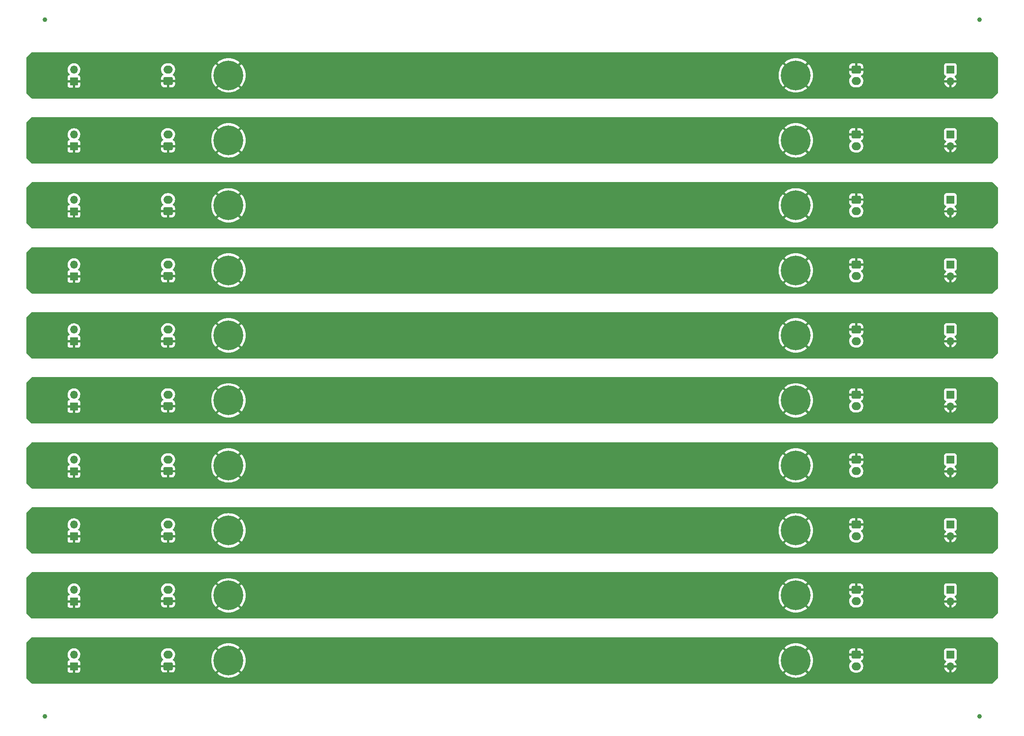
<source format=gbr>
%TF.GenerationSoftware,KiCad,Pcbnew,(6.0.7)*%
%TF.CreationDate,2023-02-06T14:52:35+00:00*%
%TF.ProjectId,Dayspring_Mini_P,44617973-7072-4696-9e67-5f4d696e695f,rev?*%
%TF.SameCoordinates,Original*%
%TF.FileFunction,Copper,L2,Bot*%
%TF.FilePolarity,Positive*%
%FSLAX46Y46*%
G04 Gerber Fmt 4.6, Leading zero omitted, Abs format (unit mm)*
G04 Created by KiCad (PCBNEW (6.0.7)) date 2023-02-06 14:52:35*
%MOMM*%
%LPD*%
G01*
G04 APERTURE LIST*
G04 Aperture macros list*
%AMRoundRect*
0 Rectangle with rounded corners*
0 $1 Rounding radius*
0 $2 $3 $4 $5 $6 $7 $8 $9 X,Y pos of 4 corners*
0 Add a 4 corners polygon primitive as box body*
4,1,4,$2,$3,$4,$5,$6,$7,$8,$9,$2,$3,0*
0 Add four circle primitives for the rounded corners*
1,1,$1+$1,$2,$3*
1,1,$1+$1,$4,$5*
1,1,$1+$1,$6,$7*
1,1,$1+$1,$8,$9*
0 Add four rect primitives between the rounded corners*
20,1,$1+$1,$2,$3,$4,$5,0*
20,1,$1+$1,$4,$5,$6,$7,0*
20,1,$1+$1,$6,$7,$8,$9,0*
20,1,$1+$1,$8,$9,$2,$3,0*%
G04 Aperture macros list end*
%TA.AperFunction,ComponentPad*%
%ADD10C,6.400000*%
%TD*%
%TA.AperFunction,ComponentPad*%
%ADD11C,0.800000*%
%TD*%
%TA.AperFunction,ComponentPad*%
%ADD12R,1.700000X1.700000*%
%TD*%
%TA.AperFunction,ComponentPad*%
%ADD13O,1.700000X1.700000*%
%TD*%
%TA.AperFunction,ComponentPad*%
%ADD14RoundRect,0.250000X0.750000X-0.600000X0.750000X0.600000X-0.750000X0.600000X-0.750000X-0.600000X0*%
%TD*%
%TA.AperFunction,ComponentPad*%
%ADD15O,2.000000X1.700000*%
%TD*%
%TA.AperFunction,ComponentPad*%
%ADD16RoundRect,0.250000X-0.750000X0.600000X-0.750000X-0.600000X0.750000X-0.600000X0.750000X0.600000X0*%
%TD*%
%TA.AperFunction,SMDPad,CuDef*%
%ADD17C,1.000000*%
%TD*%
%TA.AperFunction,ViaPad*%
%ADD18C,0.800000*%
%TD*%
G04 APERTURE END LIST*
D10*
%TO.P,H2,1,1*%
%TO.N,Board_9-GND*%
X181000000Y-157500000D03*
D11*
X179302944Y-155802944D03*
X182697056Y-155802944D03*
X183400000Y-157500000D03*
X182697056Y-159197056D03*
X181000000Y-159900000D03*
X181000000Y-155100000D03*
X178600000Y-157500000D03*
X179302944Y-159197056D03*
%TD*%
%TO.P,H1,1,1*%
%TO.N,Board_2-GND*%
X56600000Y-59500000D03*
X61400000Y-59500000D03*
X59000000Y-61900000D03*
X60697056Y-61197056D03*
D10*
X59000000Y-59500000D03*
D11*
X57302944Y-57802944D03*
X59000000Y-57100000D03*
X60697056Y-57802944D03*
X57302944Y-61197056D03*
%TD*%
%TO.P,H2,1,1*%
%TO.N,Board_0-GND*%
X181000000Y-33900000D03*
D10*
X181000000Y-31500000D03*
D11*
X182697056Y-33197056D03*
X182697056Y-29802944D03*
X179302944Y-29802944D03*
X183400000Y-31500000D03*
X178600000Y-31500000D03*
X181000000Y-29100000D03*
X179302944Y-33197056D03*
%TD*%
%TO.P,H1,1,1*%
%TO.N,Board_6-GND*%
X56600000Y-115500000D03*
X57302944Y-113802944D03*
D10*
X59000000Y-115500000D03*
D11*
X61400000Y-115500000D03*
X60697056Y-117197056D03*
X59000000Y-117900000D03*
X60697056Y-113802944D03*
X57302944Y-117197056D03*
X59000000Y-113100000D03*
%TD*%
%TO.P,H2,1,1*%
%TO.N,Board_4-GND*%
X182697056Y-85802944D03*
X181000000Y-85100000D03*
X181000000Y-89900000D03*
X178600000Y-87500000D03*
X179302944Y-85802944D03*
X182697056Y-89197056D03*
D10*
X181000000Y-87500000D03*
D11*
X183400000Y-87500000D03*
X179302944Y-89197056D03*
%TD*%
D10*
%TO.P,H2,1,1*%
%TO.N,Board_7-GND*%
X181000000Y-129500000D03*
D11*
X182697056Y-131197056D03*
X178600000Y-129500000D03*
X179302944Y-131197056D03*
X183400000Y-129500000D03*
X182697056Y-127802944D03*
X181000000Y-131900000D03*
X181000000Y-127100000D03*
X179302944Y-127802944D03*
%TD*%
%TO.P,H1,1,1*%
%TO.N,Board_3-GND*%
X61400000Y-73500000D03*
X57302944Y-71802944D03*
X59000000Y-75900000D03*
X57302944Y-75197056D03*
X60697056Y-71802944D03*
X59000000Y-71100000D03*
X56600000Y-73500000D03*
D10*
X59000000Y-73500000D03*
D11*
X60697056Y-75197056D03*
%TD*%
%TO.P,H1,1,1*%
%TO.N,Board_4-GND*%
X60697056Y-89197056D03*
X57302944Y-89197056D03*
X59000000Y-85100000D03*
D10*
X59000000Y-87500000D03*
D11*
X60697056Y-85802944D03*
X61400000Y-87500000D03*
X59000000Y-89900000D03*
X56600000Y-87500000D03*
X57302944Y-85802944D03*
%TD*%
%TO.P,H1,1,1*%
%TO.N,Board_0-GND*%
X59000000Y-33900000D03*
X59000000Y-29100000D03*
X57302944Y-33197056D03*
X61400000Y-31500000D03*
D10*
X59000000Y-31500000D03*
D11*
X60697056Y-33197056D03*
X57302944Y-29802944D03*
X60697056Y-29802944D03*
X56600000Y-31500000D03*
%TD*%
%TO.P,H2,1,1*%
%TO.N,Board_2-GND*%
X178600000Y-59500000D03*
X179302944Y-61197056D03*
X179302944Y-57802944D03*
X181000000Y-61900000D03*
D10*
X181000000Y-59500000D03*
D11*
X182697056Y-61197056D03*
X182697056Y-57802944D03*
X183400000Y-59500000D03*
X181000000Y-57100000D03*
%TD*%
%TO.P,H2,1,1*%
%TO.N,Board_1-GND*%
X178600000Y-45500000D03*
X179302944Y-47197056D03*
X179302944Y-43802944D03*
X182697056Y-43802944D03*
X181000000Y-47900000D03*
X183400000Y-45500000D03*
X181000000Y-43100000D03*
D10*
X181000000Y-45500000D03*
D11*
X182697056Y-47197056D03*
%TD*%
%TO.P,H1,1,1*%
%TO.N,Board_9-GND*%
X60697056Y-155802944D03*
X57302944Y-159197056D03*
X59000000Y-155100000D03*
X60697056Y-159197056D03*
X61400000Y-157500000D03*
D10*
X59000000Y-157500000D03*
D11*
X56600000Y-157500000D03*
X59000000Y-159900000D03*
X57302944Y-155802944D03*
%TD*%
D10*
%TO.P,H1,1,1*%
%TO.N,Board_8-GND*%
X59000000Y-143500000D03*
D11*
X59000000Y-145900000D03*
X60697056Y-141802944D03*
X59000000Y-141100000D03*
X57302944Y-145197056D03*
X61400000Y-143500000D03*
X60697056Y-145197056D03*
X57302944Y-141802944D03*
X56600000Y-143500000D03*
%TD*%
%TO.P,H2,1,1*%
%TO.N,Board_6-GND*%
X179302944Y-113802944D03*
X182697056Y-113802944D03*
X181000000Y-113100000D03*
X179302944Y-117197056D03*
X181000000Y-117900000D03*
X183400000Y-115500000D03*
D10*
X181000000Y-115500000D03*
D11*
X182697056Y-117197056D03*
X178600000Y-115500000D03*
%TD*%
D10*
%TO.P,H1,1,1*%
%TO.N,Board_7-GND*%
X59000000Y-129500000D03*
D11*
X59000000Y-131900000D03*
X60697056Y-131197056D03*
X60697056Y-127802944D03*
X56600000Y-129500000D03*
X57302944Y-131197056D03*
X57302944Y-127802944D03*
X59000000Y-127100000D03*
X61400000Y-129500000D03*
%TD*%
%TO.P,H2,1,1*%
%TO.N,Board_5-GND*%
X179302944Y-103197056D03*
X178600000Y-101500000D03*
X183400000Y-101500000D03*
X182697056Y-99802944D03*
X179302944Y-99802944D03*
X181000000Y-99100000D03*
X181000000Y-103900000D03*
D10*
X181000000Y-101500000D03*
D11*
X182697056Y-103197056D03*
%TD*%
%TO.P,H2,1,1*%
%TO.N,Board_3-GND*%
X181000000Y-75900000D03*
X181000000Y-71100000D03*
X182697056Y-71802944D03*
X179302944Y-75197056D03*
X182697056Y-75197056D03*
X179302944Y-71802944D03*
X178600000Y-73500000D03*
D10*
X181000000Y-73500000D03*
D11*
X183400000Y-73500000D03*
%TD*%
%TO.P,H1,1,1*%
%TO.N,Board_5-GND*%
X59000000Y-99100000D03*
X56600000Y-101500000D03*
X60697056Y-103197056D03*
X57302944Y-103197056D03*
X61400000Y-101500000D03*
X59000000Y-103900000D03*
X60697056Y-99802944D03*
D10*
X59000000Y-101500000D03*
D11*
X57302944Y-99802944D03*
%TD*%
%TO.P,H2,1,1*%
%TO.N,Board_8-GND*%
X179302944Y-145197056D03*
X182697056Y-141802944D03*
D10*
X181000000Y-143500000D03*
D11*
X182697056Y-145197056D03*
X178600000Y-143500000D03*
X183400000Y-143500000D03*
X181000000Y-141100000D03*
X181000000Y-145900000D03*
X179302944Y-141802944D03*
%TD*%
D10*
%TO.P,H1,1,1*%
%TO.N,Board_1-GND*%
X59000000Y-45500000D03*
D11*
X57302944Y-47197056D03*
X57302944Y-43802944D03*
X59000000Y-47900000D03*
X59000000Y-43100000D03*
X56600000Y-45500000D03*
X60697056Y-47197056D03*
X60697056Y-43802944D03*
X61400000Y-45500000D03*
%TD*%
D12*
%TO.P,J4,1,Pin_1*%
%TO.N,Board_1-+24V*%
X214250000Y-44250000D03*
D13*
%TO.P,J4,2,Pin_2*%
%TO.N,Board_1-GND*%
X214250000Y-46790000D03*
%TD*%
D12*
%TO.P,J2,1,Pin_1*%
%TO.N,Board_3-GND*%
X25750000Y-74790000D03*
D13*
%TO.P,J2,2,Pin_2*%
%TO.N,Board_3-+24V*%
X25750000Y-72250000D03*
%TD*%
D14*
%TO.P,J1,1,Pin_1*%
%TO.N,Board_6-GND*%
X46000000Y-116750000D03*
D15*
%TO.P,J1,2,Pin_2*%
%TO.N,Board_6-+24V*%
X46000000Y-114250000D03*
%TD*%
D12*
%TO.P,J4,1,Pin_1*%
%TO.N,Board_6-+24V*%
X214250000Y-114250000D03*
D13*
%TO.P,J4,2,Pin_2*%
%TO.N,Board_6-GND*%
X214250000Y-116790000D03*
%TD*%
D12*
%TO.P,J4,1,Pin_1*%
%TO.N,Board_3-+24V*%
X214250000Y-72250000D03*
D13*
%TO.P,J4,2,Pin_2*%
%TO.N,Board_3-GND*%
X214250000Y-74790000D03*
%TD*%
D12*
%TO.P,J4,1,Pin_1*%
%TO.N,Board_8-+24V*%
X214250000Y-142250000D03*
D13*
%TO.P,J4,2,Pin_2*%
%TO.N,Board_8-GND*%
X214250000Y-144790000D03*
%TD*%
D12*
%TO.P,J2,1,Pin_1*%
%TO.N,Board_8-GND*%
X25750000Y-144790000D03*
D13*
%TO.P,J2,2,Pin_2*%
%TO.N,Board_8-+24V*%
X25750000Y-142250000D03*
%TD*%
D16*
%TO.P,J3,1,Pin_1*%
%TO.N,Board_0-GND*%
X194000000Y-30250000D03*
D15*
%TO.P,J3,2,Pin_2*%
%TO.N,Board_0-+24V*%
X194000000Y-32750000D03*
%TD*%
D12*
%TO.P,J2,1,Pin_1*%
%TO.N,Board_2-GND*%
X25750000Y-60790000D03*
D13*
%TO.P,J2,2,Pin_2*%
%TO.N,Board_2-+24V*%
X25750000Y-58250000D03*
%TD*%
D17*
%TO.P,REF\u002A\u002A,*%
%TO.N,*%
X220500000Y-169500000D03*
%TD*%
D12*
%TO.P,J2,1,Pin_1*%
%TO.N,Board_7-GND*%
X25750000Y-130790000D03*
D13*
%TO.P,J2,2,Pin_2*%
%TO.N,Board_7-+24V*%
X25750000Y-128250000D03*
%TD*%
D12*
%TO.P,J2,1,Pin_1*%
%TO.N,Board_1-GND*%
X25750000Y-46790000D03*
D13*
%TO.P,J2,2,Pin_2*%
%TO.N,Board_1-+24V*%
X25750000Y-44250000D03*
%TD*%
D12*
%TO.P,J2,1,Pin_1*%
%TO.N,Board_5-GND*%
X25750000Y-102790000D03*
D13*
%TO.P,J2,2,Pin_2*%
%TO.N,Board_5-+24V*%
X25750000Y-100250000D03*
%TD*%
D12*
%TO.P,J4,1,Pin_1*%
%TO.N,Board_0-+24V*%
X214250000Y-30250000D03*
D13*
%TO.P,J4,2,Pin_2*%
%TO.N,Board_0-GND*%
X214250000Y-32790000D03*
%TD*%
D12*
%TO.P,J2,1,Pin_1*%
%TO.N,Board_4-GND*%
X25750000Y-88790000D03*
D13*
%TO.P,J2,2,Pin_2*%
%TO.N,Board_4-+24V*%
X25750000Y-86250000D03*
%TD*%
D16*
%TO.P,J3,1,Pin_1*%
%TO.N,Board_1-GND*%
X194000000Y-44250000D03*
D15*
%TO.P,J3,2,Pin_2*%
%TO.N,Board_1-+24V*%
X194000000Y-46750000D03*
%TD*%
D14*
%TO.P,J1,1,Pin_1*%
%TO.N,Board_8-GND*%
X46000000Y-144750000D03*
D15*
%TO.P,J1,2,Pin_2*%
%TO.N,Board_8-+24V*%
X46000000Y-142250000D03*
%TD*%
D17*
%TO.P,REF\u002A\u002A,*%
%TO.N,*%
X19500000Y-19500000D03*
%TD*%
D16*
%TO.P,J3,1,Pin_1*%
%TO.N,Board_3-GND*%
X194000000Y-72250000D03*
D15*
%TO.P,J3,2,Pin_2*%
%TO.N,Board_3-+24V*%
X194000000Y-74750000D03*
%TD*%
D12*
%TO.P,J4,1,Pin_1*%
%TO.N,Board_4-+24V*%
X214250000Y-86250000D03*
D13*
%TO.P,J4,2,Pin_2*%
%TO.N,Board_4-GND*%
X214250000Y-88790000D03*
%TD*%
D12*
%TO.P,J4,1,Pin_1*%
%TO.N,Board_7-+24V*%
X214250000Y-128250000D03*
D13*
%TO.P,J4,2,Pin_2*%
%TO.N,Board_7-GND*%
X214250000Y-130790000D03*
%TD*%
D12*
%TO.P,J4,1,Pin_1*%
%TO.N,Board_2-+24V*%
X214250000Y-58250000D03*
D13*
%TO.P,J4,2,Pin_2*%
%TO.N,Board_2-GND*%
X214250000Y-60790000D03*
%TD*%
D16*
%TO.P,J3,1,Pin_1*%
%TO.N,Board_6-GND*%
X194000000Y-114250000D03*
D15*
%TO.P,J3,2,Pin_2*%
%TO.N,Board_6-+24V*%
X194000000Y-116750000D03*
%TD*%
D12*
%TO.P,J2,1,Pin_1*%
%TO.N,Board_0-GND*%
X25750000Y-32790000D03*
D13*
%TO.P,J2,2,Pin_2*%
%TO.N,Board_0-+24V*%
X25750000Y-30250000D03*
%TD*%
D14*
%TO.P,J1,1,Pin_1*%
%TO.N,Board_0-GND*%
X46000000Y-32750000D03*
D15*
%TO.P,J1,2,Pin_2*%
%TO.N,Board_0-+24V*%
X46000000Y-30250000D03*
%TD*%
D16*
%TO.P,J3,1,Pin_1*%
%TO.N,Board_5-GND*%
X194000000Y-100250000D03*
D15*
%TO.P,J3,2,Pin_2*%
%TO.N,Board_5-+24V*%
X194000000Y-102750000D03*
%TD*%
D14*
%TO.P,J1,1,Pin_1*%
%TO.N,Board_4-GND*%
X46000000Y-88750000D03*
D15*
%TO.P,J1,2,Pin_2*%
%TO.N,Board_4-+24V*%
X46000000Y-86250000D03*
%TD*%
D16*
%TO.P,J3,1,Pin_1*%
%TO.N,Board_4-GND*%
X194000000Y-86250000D03*
D15*
%TO.P,J3,2,Pin_2*%
%TO.N,Board_4-+24V*%
X194000000Y-88750000D03*
%TD*%
D17*
%TO.P,REF\u002A\u002A,*%
%TO.N,*%
X220500000Y-19500000D03*
%TD*%
D12*
%TO.P,J4,1,Pin_1*%
%TO.N,Board_9-+24V*%
X214250000Y-156250000D03*
D13*
%TO.P,J4,2,Pin_2*%
%TO.N,Board_9-GND*%
X214250000Y-158790000D03*
%TD*%
D14*
%TO.P,J1,1,Pin_1*%
%TO.N,Board_9-GND*%
X46000000Y-158750000D03*
D15*
%TO.P,J1,2,Pin_2*%
%TO.N,Board_9-+24V*%
X46000000Y-156250000D03*
%TD*%
D17*
%TO.P,REF\u002A\u002A,*%
%TO.N,*%
X19500000Y-169500000D03*
%TD*%
D16*
%TO.P,J3,1,Pin_1*%
%TO.N,Board_2-GND*%
X194000000Y-58250000D03*
D15*
%TO.P,J3,2,Pin_2*%
%TO.N,Board_2-+24V*%
X194000000Y-60750000D03*
%TD*%
D16*
%TO.P,J3,1,Pin_1*%
%TO.N,Board_7-GND*%
X194000000Y-128250000D03*
D15*
%TO.P,J3,2,Pin_2*%
%TO.N,Board_7-+24V*%
X194000000Y-130750000D03*
%TD*%
D16*
%TO.P,J3,1,Pin_1*%
%TO.N,Board_8-GND*%
X194000000Y-142250000D03*
D15*
%TO.P,J3,2,Pin_2*%
%TO.N,Board_8-+24V*%
X194000000Y-144750000D03*
%TD*%
D12*
%TO.P,J2,1,Pin_1*%
%TO.N,Board_6-GND*%
X25750000Y-116790000D03*
D13*
%TO.P,J2,2,Pin_2*%
%TO.N,Board_6-+24V*%
X25750000Y-114250000D03*
%TD*%
D14*
%TO.P,J1,1,Pin_1*%
%TO.N,Board_3-GND*%
X46000000Y-74750000D03*
D15*
%TO.P,J1,2,Pin_2*%
%TO.N,Board_3-+24V*%
X46000000Y-72250000D03*
%TD*%
D14*
%TO.P,J1,1,Pin_1*%
%TO.N,Board_1-GND*%
X46000000Y-46750000D03*
D15*
%TO.P,J1,2,Pin_2*%
%TO.N,Board_1-+24V*%
X46000000Y-44250000D03*
%TD*%
D14*
%TO.P,J1,1,Pin_1*%
%TO.N,Board_2-GND*%
X46000000Y-60750000D03*
D15*
%TO.P,J1,2,Pin_2*%
%TO.N,Board_2-+24V*%
X46000000Y-58250000D03*
%TD*%
D12*
%TO.P,J2,1,Pin_1*%
%TO.N,Board_9-GND*%
X25750000Y-158790000D03*
D13*
%TO.P,J2,2,Pin_2*%
%TO.N,Board_9-+24V*%
X25750000Y-156250000D03*
%TD*%
D12*
%TO.P,J4,1,Pin_1*%
%TO.N,Board_5-+24V*%
X214250000Y-100250000D03*
D13*
%TO.P,J4,2,Pin_2*%
%TO.N,Board_5-GND*%
X214250000Y-102790000D03*
%TD*%
D14*
%TO.P,J1,1,Pin_1*%
%TO.N,Board_5-GND*%
X46000000Y-102750000D03*
D15*
%TO.P,J1,2,Pin_2*%
%TO.N,Board_5-+24V*%
X46000000Y-100250000D03*
%TD*%
D16*
%TO.P,J3,1,Pin_1*%
%TO.N,Board_9-GND*%
X194000000Y-156250000D03*
D15*
%TO.P,J3,2,Pin_2*%
%TO.N,Board_9-+24V*%
X194000000Y-158750000D03*
%TD*%
D14*
%TO.P,J1,1,Pin_1*%
%TO.N,Board_7-GND*%
X46000000Y-130750000D03*
D15*
%TO.P,J1,2,Pin_2*%
%TO.N,Board_7-+24V*%
X46000000Y-128250000D03*
%TD*%
D18*
%TO.N,Board_0-GND*%
X186000000Y-35000000D03*
X135000000Y-35000000D03*
X65000000Y-35000000D03*
X100000000Y-35000000D03*
X140000000Y-35000000D03*
X165000000Y-35000000D03*
X188000000Y-35000000D03*
X219750000Y-35000000D03*
X80000000Y-35000000D03*
X222250000Y-35000000D03*
X41250000Y-35000000D03*
X85000000Y-35000000D03*
X160000000Y-35000000D03*
X95000000Y-35000000D03*
X53000000Y-35000000D03*
X105000000Y-35000000D03*
X90000000Y-35000000D03*
X150000000Y-35000000D03*
X200250000Y-35000000D03*
X16750000Y-35000000D03*
X130000000Y-35000000D03*
X120000000Y-35000000D03*
X70000000Y-35000000D03*
X145000000Y-35000000D03*
X155000000Y-35000000D03*
X38750000Y-35000000D03*
X217250000Y-35000000D03*
X19250000Y-35000000D03*
X21750000Y-35000000D03*
X175000000Y-35000000D03*
X110000000Y-35000000D03*
X197750000Y-35000000D03*
X36250000Y-35000000D03*
X202750000Y-35000000D03*
X75000000Y-35000000D03*
X115000000Y-35000000D03*
X170000000Y-35000000D03*
X125000000Y-35000000D03*
X51000000Y-35000000D03*
%TO.N,Board_1-GND*%
X186000000Y-49000000D03*
X135000000Y-49000000D03*
X65000000Y-49000000D03*
X100000000Y-49000000D03*
X140000000Y-49000000D03*
X165000000Y-49000000D03*
X188000000Y-49000000D03*
X219750000Y-49000000D03*
X80000000Y-49000000D03*
X222250000Y-49000000D03*
X41250000Y-49000000D03*
X85000000Y-49000000D03*
X160000000Y-49000000D03*
X95000000Y-49000000D03*
X53000000Y-49000000D03*
X105000000Y-49000000D03*
X90000000Y-49000000D03*
X150000000Y-49000000D03*
X200250000Y-49000000D03*
X16750000Y-49000000D03*
X130000000Y-49000000D03*
X120000000Y-49000000D03*
X70000000Y-49000000D03*
X145000000Y-49000000D03*
X155000000Y-49000000D03*
X38750000Y-49000000D03*
X217250000Y-49000000D03*
X19250000Y-49000000D03*
X21750000Y-49000000D03*
X175000000Y-49000000D03*
X110000000Y-49000000D03*
X197750000Y-49000000D03*
X36250000Y-49000000D03*
X202750000Y-49000000D03*
X75000000Y-49000000D03*
X115000000Y-49000000D03*
X170000000Y-49000000D03*
X125000000Y-49000000D03*
X51000000Y-49000000D03*
%TO.N,Board_2-GND*%
X186000000Y-63000000D03*
X135000000Y-63000000D03*
X65000000Y-63000000D03*
X100000000Y-63000000D03*
X140000000Y-63000000D03*
X165000000Y-63000000D03*
X188000000Y-63000000D03*
X219750000Y-63000000D03*
X80000000Y-63000000D03*
X222250000Y-63000000D03*
X41250000Y-63000000D03*
X85000000Y-63000000D03*
X160000000Y-63000000D03*
X95000000Y-63000000D03*
X53000000Y-63000000D03*
X105000000Y-63000000D03*
X90000000Y-63000000D03*
X150000000Y-63000000D03*
X200250000Y-63000000D03*
X16750000Y-63000000D03*
X130000000Y-63000000D03*
X120000000Y-63000000D03*
X70000000Y-63000000D03*
X145000000Y-63000000D03*
X155000000Y-63000000D03*
X38750000Y-63000000D03*
X217250000Y-63000000D03*
X19250000Y-63000000D03*
X21750000Y-63000000D03*
X175000000Y-63000000D03*
X110000000Y-63000000D03*
X197750000Y-63000000D03*
X36250000Y-63000000D03*
X202750000Y-63000000D03*
X75000000Y-63000000D03*
X115000000Y-63000000D03*
X170000000Y-63000000D03*
X125000000Y-63000000D03*
X51000000Y-63000000D03*
%TO.N,Board_3-GND*%
X186000000Y-77000000D03*
X135000000Y-77000000D03*
X65000000Y-77000000D03*
X100000000Y-77000000D03*
X140000000Y-77000000D03*
X165000000Y-77000000D03*
X188000000Y-77000000D03*
X219750000Y-77000000D03*
X80000000Y-77000000D03*
X222250000Y-77000000D03*
X41250000Y-77000000D03*
X85000000Y-77000000D03*
X160000000Y-77000000D03*
X95000000Y-77000000D03*
X53000000Y-77000000D03*
X105000000Y-77000000D03*
X90000000Y-77000000D03*
X150000000Y-77000000D03*
X200250000Y-77000000D03*
X16750000Y-77000000D03*
X130000000Y-77000000D03*
X120000000Y-77000000D03*
X70000000Y-77000000D03*
X145000000Y-77000000D03*
X155000000Y-77000000D03*
X38750000Y-77000000D03*
X217250000Y-77000000D03*
X19250000Y-77000000D03*
X21750000Y-77000000D03*
X175000000Y-77000000D03*
X110000000Y-77000000D03*
X197750000Y-77000000D03*
X36250000Y-77000000D03*
X202750000Y-77000000D03*
X75000000Y-77000000D03*
X115000000Y-77000000D03*
X170000000Y-77000000D03*
X125000000Y-77000000D03*
X51000000Y-77000000D03*
%TO.N,Board_4-GND*%
X186000000Y-91000000D03*
X135000000Y-91000000D03*
X65000000Y-91000000D03*
X100000000Y-91000000D03*
X140000000Y-91000000D03*
X165000000Y-91000000D03*
X188000000Y-91000000D03*
X219750000Y-91000000D03*
X80000000Y-91000000D03*
X222250000Y-91000000D03*
X41250000Y-91000000D03*
X85000000Y-91000000D03*
X160000000Y-91000000D03*
X95000000Y-91000000D03*
X53000000Y-91000000D03*
X105000000Y-91000000D03*
X90000000Y-91000000D03*
X150000000Y-91000000D03*
X200250000Y-91000000D03*
X16750000Y-91000000D03*
X130000000Y-91000000D03*
X120000000Y-91000000D03*
X70000000Y-91000000D03*
X145000000Y-91000000D03*
X155000000Y-91000000D03*
X38750000Y-91000000D03*
X217250000Y-91000000D03*
X19250000Y-91000000D03*
X21750000Y-91000000D03*
X175000000Y-91000000D03*
X110000000Y-91000000D03*
X197750000Y-91000000D03*
X36250000Y-91000000D03*
X202750000Y-91000000D03*
X75000000Y-91000000D03*
X115000000Y-91000000D03*
X170000000Y-91000000D03*
X125000000Y-91000000D03*
X51000000Y-91000000D03*
%TO.N,Board_5-GND*%
X186000000Y-105000000D03*
X135000000Y-105000000D03*
X65000000Y-105000000D03*
X100000000Y-105000000D03*
X140000000Y-105000000D03*
X165000000Y-105000000D03*
X188000000Y-105000000D03*
X219750000Y-105000000D03*
X80000000Y-105000000D03*
X222250000Y-105000000D03*
X41250000Y-105000000D03*
X85000000Y-105000000D03*
X160000000Y-105000000D03*
X95000000Y-105000000D03*
X53000000Y-105000000D03*
X105000000Y-105000000D03*
X90000000Y-105000000D03*
X150000000Y-105000000D03*
X200250000Y-105000000D03*
X16750000Y-105000000D03*
X130000000Y-105000000D03*
X120000000Y-105000000D03*
X70000000Y-105000000D03*
X145000000Y-105000000D03*
X155000000Y-105000000D03*
X38750000Y-105000000D03*
X217250000Y-105000000D03*
X19250000Y-105000000D03*
X21750000Y-105000000D03*
X175000000Y-105000000D03*
X110000000Y-105000000D03*
X197750000Y-105000000D03*
X36250000Y-105000000D03*
X202750000Y-105000000D03*
X75000000Y-105000000D03*
X115000000Y-105000000D03*
X170000000Y-105000000D03*
X125000000Y-105000000D03*
X51000000Y-105000000D03*
%TO.N,Board_6-GND*%
X186000000Y-119000000D03*
X135000000Y-119000000D03*
X65000000Y-119000000D03*
X100000000Y-119000000D03*
X140000000Y-119000000D03*
X165000000Y-119000000D03*
X188000000Y-119000000D03*
X219750000Y-119000000D03*
X80000000Y-119000000D03*
X222250000Y-119000000D03*
X41250000Y-119000000D03*
X85000000Y-119000000D03*
X160000000Y-119000000D03*
X95000000Y-119000000D03*
X53000000Y-119000000D03*
X105000000Y-119000000D03*
X90000000Y-119000000D03*
X150000000Y-119000000D03*
X200250000Y-119000000D03*
X16750000Y-119000000D03*
X130000000Y-119000000D03*
X120000000Y-119000000D03*
X70000000Y-119000000D03*
X145000000Y-119000000D03*
X155000000Y-119000000D03*
X38750000Y-119000000D03*
X217250000Y-119000000D03*
X19250000Y-119000000D03*
X21750000Y-119000000D03*
X175000000Y-119000000D03*
X110000000Y-119000000D03*
X197750000Y-119000000D03*
X36250000Y-119000000D03*
X202750000Y-119000000D03*
X75000000Y-119000000D03*
X115000000Y-119000000D03*
X170000000Y-119000000D03*
X125000000Y-119000000D03*
X51000000Y-119000000D03*
%TO.N,Board_7-GND*%
X186000000Y-133000000D03*
X135000000Y-133000000D03*
X65000000Y-133000000D03*
X100000000Y-133000000D03*
X140000000Y-133000000D03*
X165000000Y-133000000D03*
X188000000Y-133000000D03*
X219750000Y-133000000D03*
X80000000Y-133000000D03*
X222250000Y-133000000D03*
X41250000Y-133000000D03*
X85000000Y-133000000D03*
X160000000Y-133000000D03*
X95000000Y-133000000D03*
X53000000Y-133000000D03*
X105000000Y-133000000D03*
X90000000Y-133000000D03*
X150000000Y-133000000D03*
X200250000Y-133000000D03*
X16750000Y-133000000D03*
X130000000Y-133000000D03*
X120000000Y-133000000D03*
X70000000Y-133000000D03*
X145000000Y-133000000D03*
X155000000Y-133000000D03*
X38750000Y-133000000D03*
X217250000Y-133000000D03*
X19250000Y-133000000D03*
X21750000Y-133000000D03*
X175000000Y-133000000D03*
X110000000Y-133000000D03*
X197750000Y-133000000D03*
X36250000Y-133000000D03*
X202750000Y-133000000D03*
X75000000Y-133000000D03*
X115000000Y-133000000D03*
X170000000Y-133000000D03*
X125000000Y-133000000D03*
X51000000Y-133000000D03*
%TO.N,Board_8-GND*%
X186000000Y-147000000D03*
X135000000Y-147000000D03*
X65000000Y-147000000D03*
X100000000Y-147000000D03*
X140000000Y-147000000D03*
X165000000Y-147000000D03*
X188000000Y-147000000D03*
X219750000Y-147000000D03*
X80000000Y-147000000D03*
X222250000Y-147000000D03*
X41250000Y-147000000D03*
X85000000Y-147000000D03*
X160000000Y-147000000D03*
X95000000Y-147000000D03*
X53000000Y-147000000D03*
X105000000Y-147000000D03*
X90000000Y-147000000D03*
X150000000Y-147000000D03*
X200250000Y-147000000D03*
X16750000Y-147000000D03*
X130000000Y-147000000D03*
X120000000Y-147000000D03*
X70000000Y-147000000D03*
X145000000Y-147000000D03*
X155000000Y-147000000D03*
X38750000Y-147000000D03*
X217250000Y-147000000D03*
X19250000Y-147000000D03*
X21750000Y-147000000D03*
X175000000Y-147000000D03*
X110000000Y-147000000D03*
X197750000Y-147000000D03*
X36250000Y-147000000D03*
X202750000Y-147000000D03*
X75000000Y-147000000D03*
X115000000Y-147000000D03*
X170000000Y-147000000D03*
X125000000Y-147000000D03*
X51000000Y-147000000D03*
%TO.N,Board_9-GND*%
X186000000Y-161000000D03*
X135000000Y-161000000D03*
X65000000Y-161000000D03*
X100000000Y-161000000D03*
X140000000Y-161000000D03*
X165000000Y-161000000D03*
X188000000Y-161000000D03*
X219750000Y-161000000D03*
X80000000Y-161000000D03*
X222250000Y-161000000D03*
X41250000Y-161000000D03*
X85000000Y-161000000D03*
X160000000Y-161000000D03*
X95000000Y-161000000D03*
X53000000Y-161000000D03*
X105000000Y-161000000D03*
X90000000Y-161000000D03*
X150000000Y-161000000D03*
X200250000Y-161000000D03*
X16750000Y-161000000D03*
X130000000Y-161000000D03*
X120000000Y-161000000D03*
X70000000Y-161000000D03*
X145000000Y-161000000D03*
X155000000Y-161000000D03*
X38750000Y-161000000D03*
X217250000Y-161000000D03*
X19250000Y-161000000D03*
X21750000Y-161000000D03*
X175000000Y-161000000D03*
X110000000Y-161000000D03*
X197750000Y-161000000D03*
X36250000Y-161000000D03*
X202750000Y-161000000D03*
X75000000Y-161000000D03*
X115000000Y-161000000D03*
X170000000Y-161000000D03*
X125000000Y-161000000D03*
X51000000Y-161000000D03*
%TD*%
%TA.AperFunction,Conductor*%
%TO.N,Board_0-GND*%
G36*
X64735424Y-26508538D02*
G01*
X64764143Y-26509243D01*
X64768592Y-26508717D01*
X64770305Y-26508637D01*
X64776173Y-26508500D01*
X175471041Y-26508500D01*
X175477678Y-26508675D01*
X175477927Y-26508688D01*
X175482756Y-26509319D01*
X175487617Y-26509200D01*
X175487623Y-26509200D01*
X175514571Y-26508538D01*
X175517663Y-26508500D01*
X186482332Y-26508500D01*
X186485424Y-26508538D01*
X186514143Y-26509243D01*
X186518592Y-26508717D01*
X186520305Y-26508637D01*
X186526173Y-26508500D01*
X223236569Y-26508500D01*
X223304690Y-26528502D01*
X223325644Y-26545384D01*
X224454097Y-27673308D01*
X224488136Y-27735612D01*
X224491022Y-27762416D01*
X224491244Y-31342354D01*
X224491482Y-35184267D01*
X224491485Y-35237188D01*
X224471487Y-35305310D01*
X224454580Y-35326291D01*
X223327123Y-36453749D01*
X223264811Y-36487774D01*
X223238031Y-36490654D01*
X200631359Y-36491174D01*
X186528953Y-36491499D01*
X186522322Y-36491324D01*
X186522072Y-36491311D01*
X186517250Y-36490681D01*
X186512392Y-36490800D01*
X186512388Y-36490800D01*
X186485426Y-36491462D01*
X186482335Y-36491500D01*
X175517667Y-36491500D01*
X175514576Y-36491462D01*
X175512525Y-36491412D01*
X175485849Y-36490757D01*
X175481400Y-36491283D01*
X175479687Y-36491363D01*
X175473819Y-36491500D01*
X64778967Y-36491500D01*
X64772331Y-36491325D01*
X64772075Y-36491312D01*
X64767250Y-36490681D01*
X64762390Y-36490800D01*
X64762385Y-36490800D01*
X64735426Y-36491462D01*
X64732335Y-36491500D01*
X53767667Y-36491500D01*
X53764576Y-36491462D01*
X53740334Y-36490867D01*
X53740333Y-36490867D01*
X53735849Y-36490757D01*
X53731391Y-36491284D01*
X53729707Y-36491363D01*
X53723836Y-36491500D01*
X16762112Y-36490796D01*
X16693991Y-36470793D01*
X16673019Y-36453891D01*
X15545905Y-35326778D01*
X15511880Y-35264466D01*
X15509000Y-35237680D01*
X15509002Y-35184953D01*
X15509026Y-34289167D01*
X56570322Y-34289167D01*
X56577780Y-34299536D01*
X56819639Y-34495389D01*
X56824982Y-34499271D01*
X57144691Y-34706893D01*
X57150400Y-34710189D01*
X57490074Y-34883262D01*
X57496085Y-34885938D01*
X57851982Y-35022554D01*
X57858259Y-35024594D01*
X58226482Y-35123258D01*
X58232932Y-35124629D01*
X58609466Y-35184267D01*
X58616004Y-35184953D01*
X58996699Y-35204905D01*
X59003301Y-35204905D01*
X59383996Y-35184953D01*
X59390534Y-35184267D01*
X59767068Y-35124629D01*
X59773518Y-35123258D01*
X60141741Y-35024594D01*
X60148018Y-35022554D01*
X60503915Y-34885938D01*
X60509926Y-34883262D01*
X60849600Y-34710189D01*
X60855309Y-34706893D01*
X61175018Y-34499271D01*
X61180361Y-34495389D01*
X61421269Y-34300305D01*
X61428963Y-34289167D01*
X178570322Y-34289167D01*
X178577780Y-34299536D01*
X178819639Y-34495389D01*
X178824982Y-34499271D01*
X179144691Y-34706893D01*
X179150400Y-34710189D01*
X179490074Y-34883262D01*
X179496085Y-34885938D01*
X179851982Y-35022554D01*
X179858259Y-35024594D01*
X180226482Y-35123258D01*
X180232932Y-35124629D01*
X180609466Y-35184267D01*
X180616004Y-35184953D01*
X180996699Y-35204905D01*
X181003301Y-35204905D01*
X181383996Y-35184953D01*
X181390534Y-35184267D01*
X181767068Y-35124629D01*
X181773518Y-35123258D01*
X182141741Y-35024594D01*
X182148018Y-35022554D01*
X182503915Y-34885938D01*
X182509926Y-34883262D01*
X182849600Y-34710189D01*
X182855309Y-34706893D01*
X183175018Y-34499271D01*
X183180361Y-34495389D01*
X183421269Y-34300305D01*
X183429737Y-34288047D01*
X183423404Y-34276957D01*
X181012812Y-31866365D01*
X180998868Y-31858751D01*
X180997035Y-31858882D01*
X180990420Y-31863133D01*
X178577462Y-34276091D01*
X178570322Y-34289167D01*
X61428963Y-34289167D01*
X61429737Y-34288047D01*
X61423404Y-34276957D01*
X59012812Y-31866365D01*
X58998868Y-31858751D01*
X58997035Y-31858882D01*
X58990420Y-31863133D01*
X56577462Y-34276091D01*
X56570322Y-34289167D01*
X15509026Y-34289167D01*
X15509042Y-33683915D01*
X24400000Y-33683915D01*
X24400369Y-33690729D01*
X24405789Y-33740621D01*
X24409414Y-33755867D01*
X24453767Y-33874177D01*
X24462299Y-33889763D01*
X24537430Y-33990009D01*
X24549991Y-34002570D01*
X24650237Y-34077701D01*
X24665823Y-34086233D01*
X24784133Y-34130586D01*
X24799379Y-34134211D01*
X24849271Y-34139631D01*
X24856085Y-34140000D01*
X25481885Y-34140000D01*
X25497124Y-34135525D01*
X25498329Y-34134135D01*
X25500000Y-34126452D01*
X25500000Y-34121885D01*
X26000000Y-34121885D01*
X26004475Y-34137124D01*
X26005865Y-34138329D01*
X26013548Y-34140000D01*
X26643915Y-34140000D01*
X26650729Y-34139631D01*
X26700621Y-34134211D01*
X26715867Y-34130586D01*
X26834177Y-34086233D01*
X26849763Y-34077701D01*
X26950009Y-34002570D01*
X26962570Y-33990009D01*
X27037701Y-33889763D01*
X27046233Y-33874177D01*
X27090586Y-33755867D01*
X27094211Y-33740621D01*
X27099631Y-33690729D01*
X27100000Y-33683915D01*
X27100000Y-33396567D01*
X44500001Y-33396567D01*
X44500339Y-33403087D01*
X44510140Y-33497560D01*
X44513031Y-33510951D01*
X44563882Y-33663368D01*
X44570056Y-33676547D01*
X44654374Y-33812804D01*
X44663410Y-33824205D01*
X44776821Y-33937418D01*
X44788232Y-33946430D01*
X44924646Y-34030516D01*
X44937827Y-34036663D01*
X45090343Y-34087251D01*
X45103719Y-34090118D01*
X45196966Y-34099672D01*
X45203382Y-34100000D01*
X45731885Y-34100000D01*
X45747124Y-34095525D01*
X45748329Y-34094135D01*
X45750000Y-34086452D01*
X45750000Y-34081884D01*
X46250000Y-34081884D01*
X46254475Y-34097123D01*
X46255865Y-34098328D01*
X46263548Y-34099999D01*
X46796567Y-34099999D01*
X46803087Y-34099661D01*
X46897560Y-34089860D01*
X46910951Y-34086969D01*
X47063368Y-34036118D01*
X47076547Y-34029944D01*
X47212804Y-33945626D01*
X47224205Y-33936590D01*
X47337418Y-33823179D01*
X47346430Y-33811768D01*
X47430516Y-33675354D01*
X47436663Y-33662173D01*
X47487251Y-33509657D01*
X47490118Y-33496281D01*
X47499672Y-33403034D01*
X47500000Y-33396618D01*
X47500000Y-33018115D01*
X47495525Y-33002876D01*
X47494135Y-33001671D01*
X47486452Y-33000000D01*
X46268115Y-33000000D01*
X46252876Y-33004475D01*
X46251671Y-33005865D01*
X46250000Y-33013548D01*
X46250000Y-34081884D01*
X45750000Y-34081884D01*
X45750000Y-33018115D01*
X45745525Y-33002876D01*
X45744135Y-33001671D01*
X45736452Y-33000000D01*
X44518116Y-33000000D01*
X44502877Y-33004475D01*
X44501672Y-33005865D01*
X44500001Y-33013548D01*
X44500001Y-33396567D01*
X27100000Y-33396567D01*
X27100000Y-33058115D01*
X27095525Y-33042876D01*
X27094135Y-33041671D01*
X27086452Y-33040000D01*
X26018115Y-33040000D01*
X26002876Y-33044475D01*
X26001671Y-33045865D01*
X26000000Y-33053548D01*
X26000000Y-34121885D01*
X25500000Y-34121885D01*
X25500000Y-33058115D01*
X25495525Y-33042876D01*
X25494135Y-33041671D01*
X25486452Y-33040000D01*
X24418115Y-33040000D01*
X24402876Y-33044475D01*
X24401671Y-33045865D01*
X24400000Y-33053548D01*
X24400000Y-33683915D01*
X15509042Y-33683915D01*
X15509112Y-31055088D01*
X15509135Y-30216695D01*
X24387251Y-30216695D01*
X24387548Y-30221848D01*
X24387548Y-30221851D01*
X24392874Y-30314226D01*
X24400110Y-30439715D01*
X24401247Y-30444761D01*
X24401248Y-30444767D01*
X24422275Y-30538069D01*
X24449222Y-30657639D01*
X24533266Y-30864616D01*
X24649987Y-31055088D01*
X24796250Y-31223938D01*
X24812513Y-31237440D01*
X24852148Y-31296340D01*
X24853648Y-31367321D01*
X24816535Y-31427844D01*
X24776259Y-31452366D01*
X24665821Y-31493768D01*
X24650237Y-31502299D01*
X24549991Y-31577430D01*
X24537430Y-31589991D01*
X24462299Y-31690237D01*
X24453767Y-31705823D01*
X24409414Y-31824133D01*
X24405789Y-31839379D01*
X24400369Y-31889271D01*
X24400000Y-31896085D01*
X24400000Y-32521885D01*
X24404475Y-32537124D01*
X24405865Y-32538329D01*
X24413548Y-32540000D01*
X27081885Y-32540000D01*
X27097124Y-32535525D01*
X27098329Y-32534135D01*
X27100000Y-32526452D01*
X27100000Y-31896085D01*
X27099631Y-31889271D01*
X27094211Y-31839379D01*
X27090586Y-31824133D01*
X27046233Y-31705823D01*
X27037701Y-31690237D01*
X26962570Y-31589991D01*
X26950009Y-31577430D01*
X26849763Y-31502299D01*
X26834179Y-31493768D01*
X26721583Y-31451557D01*
X26664819Y-31408915D01*
X26640119Y-31342354D01*
X26655327Y-31273005D01*
X26676873Y-31244324D01*
X26711000Y-31210316D01*
X26788096Y-31133489D01*
X26847594Y-31050689D01*
X26915435Y-30956277D01*
X26918453Y-30952077D01*
X26942692Y-30903034D01*
X27015136Y-30756453D01*
X27015137Y-30756451D01*
X27017430Y-30751811D01*
X27082370Y-30538069D01*
X27111529Y-30316590D01*
X27113156Y-30250000D01*
X27107876Y-30185774D01*
X44488102Y-30185774D01*
X44496751Y-30416158D01*
X44544093Y-30641791D01*
X44546051Y-30646750D01*
X44546052Y-30646752D01*
X44580087Y-30732932D01*
X44628776Y-30856221D01*
X44631543Y-30860780D01*
X44631544Y-30860783D01*
X44693998Y-30963703D01*
X44748377Y-31053317D01*
X44751874Y-31057347D01*
X44891034Y-31217715D01*
X44899477Y-31227445D01*
X44942068Y-31262367D01*
X44982062Y-31321026D01*
X44983994Y-31391996D01*
X44947250Y-31452745D01*
X44928480Y-31466945D01*
X44787196Y-31554374D01*
X44775795Y-31563410D01*
X44662582Y-31676821D01*
X44653570Y-31688232D01*
X44569484Y-31824646D01*
X44563337Y-31837827D01*
X44512749Y-31990343D01*
X44509882Y-32003719D01*
X44500328Y-32096966D01*
X44500000Y-32103383D01*
X44500000Y-32481885D01*
X44504475Y-32497124D01*
X44505865Y-32498329D01*
X44513548Y-32500000D01*
X47481884Y-32500000D01*
X47497123Y-32495525D01*
X47498328Y-32494135D01*
X47499999Y-32486452D01*
X47499999Y-32103433D01*
X47499661Y-32096913D01*
X47489860Y-32002440D01*
X47486969Y-31989049D01*
X47436118Y-31836632D01*
X47429944Y-31823453D01*
X47345626Y-31687196D01*
X47336590Y-31675795D01*
X47223179Y-31562582D01*
X47211768Y-31553570D01*
X47130216Y-31503301D01*
X55295095Y-31503301D01*
X55315047Y-31883996D01*
X55315733Y-31890534D01*
X55375371Y-32267068D01*
X55376742Y-32273518D01*
X55475406Y-32641741D01*
X55477446Y-32648018D01*
X55614062Y-33003915D01*
X55616738Y-33009926D01*
X55789811Y-33349600D01*
X55793107Y-33355309D01*
X56000729Y-33675018D01*
X56004611Y-33680361D01*
X56199695Y-33921269D01*
X56211953Y-33929737D01*
X56223043Y-33923404D01*
X58633635Y-31512812D01*
X58640013Y-31501132D01*
X59358751Y-31501132D01*
X59358882Y-31502965D01*
X59363133Y-31509580D01*
X61776091Y-33922538D01*
X61789167Y-33929678D01*
X61799536Y-33922220D01*
X61995389Y-33680361D01*
X61999271Y-33675018D01*
X62206893Y-33355309D01*
X62210189Y-33349600D01*
X62383262Y-33009926D01*
X62385938Y-33003915D01*
X62522554Y-32648018D01*
X62524594Y-32641741D01*
X62623258Y-32273518D01*
X62624629Y-32267068D01*
X62684267Y-31890534D01*
X62684953Y-31883996D01*
X62704905Y-31503301D01*
X177295095Y-31503301D01*
X177315047Y-31883996D01*
X177315733Y-31890534D01*
X177375371Y-32267068D01*
X177376742Y-32273518D01*
X177475406Y-32641741D01*
X177477446Y-32648018D01*
X177614062Y-33003915D01*
X177616738Y-33009926D01*
X177789811Y-33349600D01*
X177793107Y-33355309D01*
X178000729Y-33675018D01*
X178004611Y-33680361D01*
X178199695Y-33921269D01*
X178211953Y-33929737D01*
X178223043Y-33923404D01*
X180633635Y-31512812D01*
X180640013Y-31501132D01*
X181358751Y-31501132D01*
X181358882Y-31502965D01*
X181363133Y-31509580D01*
X183776091Y-33922538D01*
X183789167Y-33929678D01*
X183799536Y-33922220D01*
X183995389Y-33680361D01*
X183999271Y-33675018D01*
X184206893Y-33355309D01*
X184210189Y-33349600D01*
X184383262Y-33009926D01*
X184385938Y-33003915D01*
X184508061Y-32685774D01*
X192488102Y-32685774D01*
X192496751Y-32916158D01*
X192544093Y-33141791D01*
X192546051Y-33146750D01*
X192546052Y-33146752D01*
X192586109Y-33248181D01*
X192628776Y-33356221D01*
X192631543Y-33360780D01*
X192631544Y-33360783D01*
X192657183Y-33403034D01*
X192748377Y-33553317D01*
X192751874Y-33557347D01*
X192867617Y-33690729D01*
X192899477Y-33727445D01*
X192903608Y-33730832D01*
X193073627Y-33870240D01*
X193073633Y-33870244D01*
X193077755Y-33873624D01*
X193082391Y-33876263D01*
X193082394Y-33876265D01*
X193165206Y-33923404D01*
X193278114Y-33987675D01*
X193494825Y-34066337D01*
X193500074Y-34067286D01*
X193500077Y-34067287D01*
X193717608Y-34106623D01*
X193717615Y-34106624D01*
X193721692Y-34107361D01*
X193739414Y-34108197D01*
X193744356Y-34108430D01*
X193744363Y-34108430D01*
X193745844Y-34108500D01*
X194207890Y-34108500D01*
X194274809Y-34102822D01*
X194374409Y-34094371D01*
X194374413Y-34094370D01*
X194379720Y-34093920D01*
X194384875Y-34092582D01*
X194384881Y-34092581D01*
X194597703Y-34037343D01*
X194597707Y-34037342D01*
X194602872Y-34036001D01*
X194607738Y-34033809D01*
X194607741Y-34033808D01*
X194758434Y-33965926D01*
X194813075Y-33941312D01*
X195004319Y-33812559D01*
X195171135Y-33653424D01*
X195308754Y-33468458D01*
X195413240Y-33262949D01*
X195449321Y-33146752D01*
X195478580Y-33052522D01*
X212922719Y-33052522D01*
X212975146Y-33248181D01*
X212978892Y-33258473D01*
X213074074Y-33462591D01*
X213079557Y-33472087D01*
X213208731Y-33656567D01*
X213215787Y-33664975D01*
X213375025Y-33824213D01*
X213383433Y-33831269D01*
X213567913Y-33960443D01*
X213577408Y-33965926D01*
X213781527Y-34061108D01*
X213791819Y-34064854D01*
X213982503Y-34115948D01*
X213996599Y-34115612D01*
X214000000Y-34107670D01*
X214000000Y-34102521D01*
X214500000Y-34102521D01*
X214503973Y-34116052D01*
X214512522Y-34117281D01*
X214708181Y-34064854D01*
X214718473Y-34061108D01*
X214922592Y-33965926D01*
X214932087Y-33960443D01*
X215116567Y-33831269D01*
X215124975Y-33824213D01*
X215284213Y-33664975D01*
X215291269Y-33656567D01*
X215420443Y-33472087D01*
X215425926Y-33462591D01*
X215521108Y-33258473D01*
X215524854Y-33248181D01*
X215575948Y-33057497D01*
X215575612Y-33043401D01*
X215567670Y-33040000D01*
X214518115Y-33040000D01*
X214502876Y-33044475D01*
X214501671Y-33045865D01*
X214500000Y-33053548D01*
X214500000Y-34102521D01*
X214000000Y-34102521D01*
X214000000Y-33058115D01*
X213995525Y-33042876D01*
X213994135Y-33041671D01*
X213986452Y-33040000D01*
X212937479Y-33040000D01*
X212923948Y-33043973D01*
X212922719Y-33052522D01*
X195478580Y-33052522D01*
X195480024Y-33047871D01*
X195481607Y-33042773D01*
X195485480Y-33013548D01*
X195511198Y-32819511D01*
X195511198Y-32819506D01*
X195511898Y-32814226D01*
X195503249Y-32583842D01*
X195455907Y-32358209D01*
X195445485Y-32331819D01*
X195373185Y-32148744D01*
X195373184Y-32148742D01*
X195371224Y-32143779D01*
X195355223Y-32117409D01*
X195254390Y-31951243D01*
X195251623Y-31946683D01*
X195224152Y-31915025D01*
X195104023Y-31776588D01*
X195104021Y-31776586D01*
X195100523Y-31772555D01*
X195057932Y-31737633D01*
X195017938Y-31678974D01*
X195016006Y-31608004D01*
X195052750Y-31547255D01*
X195071520Y-31533055D01*
X195212804Y-31445626D01*
X195224205Y-31436590D01*
X195337418Y-31323179D01*
X195346430Y-31311768D01*
X195430516Y-31175354D01*
X195436663Y-31162173D01*
X195441320Y-31148134D01*
X212891500Y-31148134D01*
X212898255Y-31210316D01*
X212949385Y-31346705D01*
X213036739Y-31463261D01*
X213153295Y-31550615D01*
X213161703Y-31553767D01*
X213280549Y-31598321D01*
X213337313Y-31640963D01*
X213362013Y-31707525D01*
X213346805Y-31776873D01*
X213325414Y-31805398D01*
X213215787Y-31915025D01*
X213208731Y-31923433D01*
X213079557Y-32107913D01*
X213074074Y-32117409D01*
X212978892Y-32321527D01*
X212975146Y-32331819D01*
X212924052Y-32522503D01*
X212924388Y-32536599D01*
X212932330Y-32540000D01*
X215562521Y-32540000D01*
X215576052Y-32536027D01*
X215577281Y-32527478D01*
X215524854Y-32331819D01*
X215521108Y-32321527D01*
X215425926Y-32117409D01*
X215420443Y-32107913D01*
X215291269Y-31923433D01*
X215284213Y-31915025D01*
X215174586Y-31805398D01*
X215140560Y-31743086D01*
X215145625Y-31672271D01*
X215188172Y-31615435D01*
X215219451Y-31598321D01*
X215338297Y-31553767D01*
X215346705Y-31550615D01*
X215463261Y-31463261D01*
X215550615Y-31346705D01*
X215601745Y-31210316D01*
X215608500Y-31148134D01*
X215608500Y-29351866D01*
X215601745Y-29289684D01*
X215550615Y-29153295D01*
X215463261Y-29036739D01*
X215346705Y-28949385D01*
X215210316Y-28898255D01*
X215148134Y-28891500D01*
X213351866Y-28891500D01*
X213289684Y-28898255D01*
X213153295Y-28949385D01*
X213036739Y-29036739D01*
X212949385Y-29153295D01*
X212898255Y-29289684D01*
X212891500Y-29351866D01*
X212891500Y-31148134D01*
X195441320Y-31148134D01*
X195487251Y-31009657D01*
X195490118Y-30996281D01*
X195499672Y-30903034D01*
X195500000Y-30896618D01*
X195500000Y-30518115D01*
X195495525Y-30502876D01*
X195494135Y-30501671D01*
X195486452Y-30500000D01*
X192518116Y-30500000D01*
X192502877Y-30504475D01*
X192501672Y-30505865D01*
X192500001Y-30513548D01*
X192500001Y-30896567D01*
X192500339Y-30903087D01*
X192510140Y-30997560D01*
X192513031Y-31010951D01*
X192563882Y-31163368D01*
X192570056Y-31176547D01*
X192654374Y-31312804D01*
X192663410Y-31324205D01*
X192776821Y-31437418D01*
X192788232Y-31446430D01*
X192928698Y-31533014D01*
X192976191Y-31585786D01*
X192987615Y-31655858D01*
X192959341Y-31720981D01*
X192949554Y-31731444D01*
X192828865Y-31846576D01*
X192825682Y-31850854D01*
X192801024Y-31883996D01*
X192691246Y-32031542D01*
X192586760Y-32237051D01*
X192585178Y-32242145D01*
X192585177Y-32242148D01*
X192523115Y-32442020D01*
X192518393Y-32457227D01*
X192517692Y-32462516D01*
X192502304Y-32578623D01*
X192488102Y-32685774D01*
X184508061Y-32685774D01*
X184522554Y-32648018D01*
X184524594Y-32641741D01*
X184623258Y-32273518D01*
X184624629Y-32267068D01*
X184684267Y-31890534D01*
X184684953Y-31883996D01*
X184704905Y-31503301D01*
X184704905Y-31496699D01*
X184684953Y-31116004D01*
X184684267Y-31109466D01*
X184624629Y-30732932D01*
X184623258Y-30726482D01*
X184524594Y-30358259D01*
X184522554Y-30351982D01*
X184385938Y-29996085D01*
X184383262Y-29990074D01*
X184379089Y-29981885D01*
X192500000Y-29981885D01*
X192504475Y-29997124D01*
X192505865Y-29998329D01*
X192513548Y-30000000D01*
X193731885Y-30000000D01*
X193747124Y-29995525D01*
X193748329Y-29994135D01*
X193750000Y-29986452D01*
X193750000Y-29981885D01*
X194250000Y-29981885D01*
X194254475Y-29997124D01*
X194255865Y-29998329D01*
X194263548Y-30000000D01*
X195481884Y-30000000D01*
X195497123Y-29995525D01*
X195498328Y-29994135D01*
X195499999Y-29986452D01*
X195499999Y-29603433D01*
X195499661Y-29596913D01*
X195489860Y-29502440D01*
X195486969Y-29489049D01*
X195436118Y-29336632D01*
X195429944Y-29323453D01*
X195345626Y-29187196D01*
X195336590Y-29175795D01*
X195223179Y-29062582D01*
X195211768Y-29053570D01*
X195075354Y-28969484D01*
X195062173Y-28963337D01*
X194909657Y-28912749D01*
X194896281Y-28909882D01*
X194803034Y-28900328D01*
X194796617Y-28900000D01*
X194268115Y-28900000D01*
X194252876Y-28904475D01*
X194251671Y-28905865D01*
X194250000Y-28913548D01*
X194250000Y-29981885D01*
X193750000Y-29981885D01*
X193750000Y-28918116D01*
X193745525Y-28902877D01*
X193744135Y-28901672D01*
X193736452Y-28900001D01*
X193203433Y-28900001D01*
X193196913Y-28900339D01*
X193102440Y-28910140D01*
X193089049Y-28913031D01*
X192936632Y-28963882D01*
X192923453Y-28970056D01*
X192787196Y-29054374D01*
X192775795Y-29063410D01*
X192662582Y-29176821D01*
X192653570Y-29188232D01*
X192569484Y-29324646D01*
X192563337Y-29337827D01*
X192512749Y-29490343D01*
X192509882Y-29503719D01*
X192500328Y-29596966D01*
X192500000Y-29603383D01*
X192500000Y-29981885D01*
X184379089Y-29981885D01*
X184210189Y-29650400D01*
X184206893Y-29644691D01*
X183999271Y-29324982D01*
X183995389Y-29319639D01*
X183800305Y-29078731D01*
X183788047Y-29070263D01*
X183776957Y-29076596D01*
X181366365Y-31487188D01*
X181358751Y-31501132D01*
X180640013Y-31501132D01*
X180641249Y-31498868D01*
X180641118Y-31497035D01*
X180636867Y-31490420D01*
X178223909Y-29077462D01*
X178210833Y-29070322D01*
X178200464Y-29077780D01*
X178004611Y-29319639D01*
X178000729Y-29324982D01*
X177793107Y-29644691D01*
X177789811Y-29650400D01*
X177616738Y-29990074D01*
X177614062Y-29996085D01*
X177477446Y-30351982D01*
X177475406Y-30358259D01*
X177376742Y-30726482D01*
X177375371Y-30732932D01*
X177315733Y-31109466D01*
X177315047Y-31116004D01*
X177295095Y-31496699D01*
X177295095Y-31503301D01*
X62704905Y-31503301D01*
X62704905Y-31496699D01*
X62684953Y-31116004D01*
X62684267Y-31109466D01*
X62624629Y-30732932D01*
X62623258Y-30726482D01*
X62524594Y-30358259D01*
X62522554Y-30351982D01*
X62385938Y-29996085D01*
X62383262Y-29990074D01*
X62210189Y-29650400D01*
X62206893Y-29644691D01*
X61999271Y-29324982D01*
X61995389Y-29319639D01*
X61800305Y-29078731D01*
X61788047Y-29070263D01*
X61776957Y-29076596D01*
X59366365Y-31487188D01*
X59358751Y-31501132D01*
X58640013Y-31501132D01*
X58641249Y-31498868D01*
X58641118Y-31497035D01*
X58636867Y-31490420D01*
X56223909Y-29077462D01*
X56210833Y-29070322D01*
X56200464Y-29077780D01*
X56004611Y-29319639D01*
X56000729Y-29324982D01*
X55793107Y-29644691D01*
X55789811Y-29650400D01*
X55616738Y-29990074D01*
X55614062Y-29996085D01*
X55477446Y-30351982D01*
X55475406Y-30358259D01*
X55376742Y-30726482D01*
X55375371Y-30732932D01*
X55315733Y-31109466D01*
X55315047Y-31116004D01*
X55295095Y-31496699D01*
X55295095Y-31503301D01*
X47130216Y-31503301D01*
X47071302Y-31466986D01*
X47023809Y-31414214D01*
X47012385Y-31344142D01*
X47040659Y-31279019D01*
X47050446Y-31268556D01*
X47072454Y-31247561D01*
X47171135Y-31153424D01*
X47180194Y-31141249D01*
X47305568Y-30972740D01*
X47308754Y-30968458D01*
X47314948Y-30956277D01*
X47410822Y-30767704D01*
X47413240Y-30762949D01*
X47416699Y-30751811D01*
X47480024Y-30547871D01*
X47481607Y-30542773D01*
X47487276Y-30500000D01*
X47511198Y-30319511D01*
X47511198Y-30319506D01*
X47511898Y-30314226D01*
X47503249Y-30083842D01*
X47455907Y-29858209D01*
X47439127Y-29815720D01*
X47373185Y-29648744D01*
X47373184Y-29648742D01*
X47371224Y-29643779D01*
X47351085Y-29610590D01*
X47254390Y-29451243D01*
X47251623Y-29446683D01*
X47207999Y-29396411D01*
X47104023Y-29276588D01*
X47104021Y-29276586D01*
X47100523Y-29272555D01*
X47045611Y-29227530D01*
X46926373Y-29129760D01*
X46926367Y-29129756D01*
X46922245Y-29126376D01*
X46917609Y-29123737D01*
X46917606Y-29123735D01*
X46726529Y-29014968D01*
X46721886Y-29012325D01*
X46505175Y-28933663D01*
X46499926Y-28932714D01*
X46499923Y-28932713D01*
X46282392Y-28893377D01*
X46282385Y-28893376D01*
X46278308Y-28892639D01*
X46260586Y-28891803D01*
X46255644Y-28891570D01*
X46255637Y-28891570D01*
X46254156Y-28891500D01*
X45792110Y-28891500D01*
X45725191Y-28897178D01*
X45625591Y-28905629D01*
X45625587Y-28905630D01*
X45620280Y-28906080D01*
X45615125Y-28907418D01*
X45615119Y-28907419D01*
X45402297Y-28962657D01*
X45402293Y-28962658D01*
X45397128Y-28963999D01*
X45392262Y-28966191D01*
X45392259Y-28966192D01*
X45283980Y-29014968D01*
X45186925Y-29058688D01*
X44995681Y-29187441D01*
X44828865Y-29346576D01*
X44691246Y-29531542D01*
X44688830Y-29536293D01*
X44688828Y-29536297D01*
X44654720Y-29603383D01*
X44586760Y-29737051D01*
X44585178Y-29742145D01*
X44585177Y-29742148D01*
X44523115Y-29942020D01*
X44518393Y-29957227D01*
X44517692Y-29962516D01*
X44502304Y-30078623D01*
X44488102Y-30185774D01*
X27107876Y-30185774D01*
X27094852Y-30027361D01*
X27040431Y-29810702D01*
X26951354Y-29605840D01*
X26876636Y-29490343D01*
X26832822Y-29422617D01*
X26832820Y-29422614D01*
X26830014Y-29418277D01*
X26679670Y-29253051D01*
X26675619Y-29249852D01*
X26675615Y-29249848D01*
X26508414Y-29117800D01*
X26508410Y-29117798D01*
X26504359Y-29114598D01*
X26308789Y-29006638D01*
X26303920Y-29004914D01*
X26303916Y-29004912D01*
X26103087Y-28933795D01*
X26103083Y-28933794D01*
X26098212Y-28932069D01*
X26093119Y-28931162D01*
X26093116Y-28931161D01*
X25883373Y-28893800D01*
X25883367Y-28893799D01*
X25878284Y-28892894D01*
X25804452Y-28891992D01*
X25660081Y-28890228D01*
X25660079Y-28890228D01*
X25654911Y-28890165D01*
X25434091Y-28923955D01*
X25221756Y-28993357D01*
X25191443Y-29009137D01*
X25061856Y-29076596D01*
X25023607Y-29096507D01*
X25019474Y-29099610D01*
X25019471Y-29099612D01*
X24897591Y-29191122D01*
X24844965Y-29230635D01*
X24690629Y-29392138D01*
X24564743Y-29576680D01*
X24517715Y-29677993D01*
X24487936Y-29742148D01*
X24470688Y-29779305D01*
X24410989Y-29994570D01*
X24387251Y-30216695D01*
X15509135Y-30216695D01*
X15509175Y-28711953D01*
X56570263Y-28711953D01*
X56576596Y-28723043D01*
X58987188Y-31133635D01*
X59001132Y-31141249D01*
X59002965Y-31141118D01*
X59009580Y-31136867D01*
X61422538Y-28723909D01*
X61429066Y-28711953D01*
X178570263Y-28711953D01*
X178576596Y-28723043D01*
X180987188Y-31133635D01*
X181001132Y-31141249D01*
X181002965Y-31141118D01*
X181009580Y-31136867D01*
X183422538Y-28723909D01*
X183429678Y-28710833D01*
X183422220Y-28700464D01*
X183180361Y-28504611D01*
X183175018Y-28500729D01*
X182855309Y-28293107D01*
X182849600Y-28289811D01*
X182509926Y-28116738D01*
X182503915Y-28114062D01*
X182148018Y-27977446D01*
X182141741Y-27975406D01*
X181773518Y-27876742D01*
X181767068Y-27875371D01*
X181390534Y-27815733D01*
X181383996Y-27815047D01*
X181003301Y-27795095D01*
X180996699Y-27795095D01*
X180616004Y-27815047D01*
X180609466Y-27815733D01*
X180232932Y-27875371D01*
X180226482Y-27876742D01*
X179858259Y-27975406D01*
X179851982Y-27977446D01*
X179496085Y-28114062D01*
X179490074Y-28116738D01*
X179150400Y-28289811D01*
X179144691Y-28293107D01*
X178824982Y-28500729D01*
X178819639Y-28504611D01*
X178578731Y-28699695D01*
X178570263Y-28711953D01*
X61429066Y-28711953D01*
X61429678Y-28710833D01*
X61422220Y-28700464D01*
X61180361Y-28504611D01*
X61175018Y-28500729D01*
X60855309Y-28293107D01*
X60849600Y-28289811D01*
X60509926Y-28116738D01*
X60503915Y-28114062D01*
X60148018Y-27977446D01*
X60141741Y-27975406D01*
X59773518Y-27876742D01*
X59767068Y-27875371D01*
X59390534Y-27815733D01*
X59383996Y-27815047D01*
X59003301Y-27795095D01*
X58996699Y-27795095D01*
X58616004Y-27815047D01*
X58609466Y-27815733D01*
X58232932Y-27875371D01*
X58226482Y-27876742D01*
X57858259Y-27975406D01*
X57851982Y-27977446D01*
X57496085Y-28114062D01*
X57490074Y-28116738D01*
X57150400Y-28289811D01*
X57144691Y-28293107D01*
X56824982Y-28500729D01*
X56819639Y-28504611D01*
X56578731Y-28699695D01*
X56570263Y-28711953D01*
X15509175Y-28711953D01*
X15509201Y-27762112D01*
X15529205Y-27693991D01*
X15546106Y-27673020D01*
X16673374Y-26545752D01*
X16735686Y-26511726D01*
X16762468Y-26508847D01*
X50231694Y-26508534D01*
X53721053Y-26508501D01*
X53727685Y-26508676D01*
X53727932Y-26508689D01*
X53732756Y-26509319D01*
X53737613Y-26509200D01*
X53737618Y-26509200D01*
X53764560Y-26508538D01*
X53767653Y-26508500D01*
X64732332Y-26508500D01*
X64735424Y-26508538D01*
G37*
%TD.AperFunction*%
%TD*%
%TA.AperFunction,Conductor*%
%TO.N,Board_4-GND*%
G36*
X64735424Y-82508538D02*
G01*
X64764143Y-82509243D01*
X64768592Y-82508717D01*
X64770305Y-82508637D01*
X64776173Y-82508500D01*
X175471041Y-82508500D01*
X175477678Y-82508675D01*
X175477927Y-82508688D01*
X175482756Y-82509319D01*
X175487617Y-82509200D01*
X175487623Y-82509200D01*
X175514571Y-82508538D01*
X175517663Y-82508500D01*
X186482332Y-82508500D01*
X186485424Y-82508538D01*
X186514143Y-82509243D01*
X186518588Y-82508717D01*
X186520308Y-82508637D01*
X186526172Y-82508500D01*
X223237888Y-82509203D01*
X223306009Y-82529206D01*
X223326981Y-82546108D01*
X224454117Y-83673244D01*
X224488143Y-83735556D01*
X224491022Y-83762331D01*
X224491252Y-87466986D01*
X224491426Y-90276957D01*
X224491485Y-91236132D01*
X224471487Y-91304254D01*
X224454617Y-91325198D01*
X224001232Y-91778951D01*
X223326519Y-92454211D01*
X223264220Y-92488262D01*
X223237388Y-92491152D01*
X189994563Y-92491466D01*
X186528955Y-92491499D01*
X186522324Y-92491324D01*
X186522071Y-92491311D01*
X186517250Y-92490681D01*
X186512393Y-92490800D01*
X186512389Y-92490800D01*
X186485438Y-92491462D01*
X186482346Y-92491500D01*
X175517667Y-92491500D01*
X175514576Y-92491462D01*
X175512525Y-92491412D01*
X175485849Y-92490757D01*
X175481400Y-92491283D01*
X175479687Y-92491363D01*
X175473819Y-92491500D01*
X64778967Y-92491500D01*
X64772331Y-92491325D01*
X64772075Y-92491312D01*
X64767250Y-92490681D01*
X64762390Y-92490800D01*
X64762385Y-92490800D01*
X64735426Y-92491462D01*
X64732335Y-92491500D01*
X53767667Y-92491500D01*
X53764576Y-92491462D01*
X53740334Y-92490867D01*
X53740333Y-92490867D01*
X53735849Y-92490757D01*
X53731391Y-92491284D01*
X53729707Y-92491363D01*
X53723836Y-92491500D01*
X16762112Y-92490796D01*
X16693991Y-92470793D01*
X16673019Y-92453891D01*
X15545882Y-91326755D01*
X15511857Y-91264443D01*
X15508977Y-91237668D01*
X15508918Y-90289167D01*
X56570322Y-90289167D01*
X56577780Y-90299536D01*
X56819639Y-90495389D01*
X56824982Y-90499271D01*
X57144691Y-90706893D01*
X57150400Y-90710189D01*
X57490074Y-90883262D01*
X57496085Y-90885938D01*
X57851982Y-91022554D01*
X57858259Y-91024594D01*
X58226482Y-91123258D01*
X58232932Y-91124629D01*
X58609466Y-91184267D01*
X58616004Y-91184953D01*
X58996699Y-91204905D01*
X59003301Y-91204905D01*
X59383996Y-91184953D01*
X59390534Y-91184267D01*
X59767068Y-91124629D01*
X59773518Y-91123258D01*
X60141741Y-91024594D01*
X60148018Y-91022554D01*
X60503915Y-90885938D01*
X60509926Y-90883262D01*
X60849600Y-90710189D01*
X60855309Y-90706893D01*
X61175018Y-90499271D01*
X61180361Y-90495389D01*
X61421269Y-90300305D01*
X61428963Y-90289167D01*
X178570322Y-90289167D01*
X178577780Y-90299536D01*
X178819639Y-90495389D01*
X178824982Y-90499271D01*
X179144691Y-90706893D01*
X179150400Y-90710189D01*
X179490074Y-90883262D01*
X179496085Y-90885938D01*
X179851982Y-91022554D01*
X179858259Y-91024594D01*
X180226482Y-91123258D01*
X180232932Y-91124629D01*
X180609466Y-91184267D01*
X180616004Y-91184953D01*
X180996699Y-91204905D01*
X181003301Y-91204905D01*
X181383996Y-91184953D01*
X181390534Y-91184267D01*
X181767068Y-91124629D01*
X181773518Y-91123258D01*
X182141741Y-91024594D01*
X182148018Y-91022554D01*
X182503915Y-90885938D01*
X182509926Y-90883262D01*
X182849600Y-90710189D01*
X182855309Y-90706893D01*
X183175018Y-90499271D01*
X183180361Y-90495389D01*
X183421269Y-90300305D01*
X183429737Y-90288047D01*
X183423404Y-90276957D01*
X181012812Y-87866365D01*
X180998868Y-87858751D01*
X180997035Y-87858882D01*
X180990420Y-87863133D01*
X178577462Y-90276091D01*
X178570322Y-90289167D01*
X61428963Y-90289167D01*
X61429737Y-90288047D01*
X61423404Y-90276957D01*
X59012812Y-87866365D01*
X58998868Y-87858751D01*
X58997035Y-87858882D01*
X58990420Y-87863133D01*
X56577462Y-90276091D01*
X56570322Y-90289167D01*
X15508918Y-90289167D01*
X15508881Y-89683915D01*
X24400000Y-89683915D01*
X24400369Y-89690729D01*
X24405789Y-89740621D01*
X24409414Y-89755867D01*
X24453767Y-89874177D01*
X24462299Y-89889763D01*
X24537430Y-89990009D01*
X24549991Y-90002570D01*
X24650237Y-90077701D01*
X24665823Y-90086233D01*
X24784133Y-90130586D01*
X24799379Y-90134211D01*
X24849271Y-90139631D01*
X24856085Y-90140000D01*
X25481885Y-90140000D01*
X25497124Y-90135525D01*
X25498329Y-90134135D01*
X25500000Y-90126452D01*
X25500000Y-90121885D01*
X26000000Y-90121885D01*
X26004475Y-90137124D01*
X26005865Y-90138329D01*
X26013548Y-90140000D01*
X26643915Y-90140000D01*
X26650729Y-90139631D01*
X26700621Y-90134211D01*
X26715867Y-90130586D01*
X26834177Y-90086233D01*
X26849763Y-90077701D01*
X26950009Y-90002570D01*
X26962570Y-89990009D01*
X27037701Y-89889763D01*
X27046233Y-89874177D01*
X27090586Y-89755867D01*
X27094211Y-89740621D01*
X27099631Y-89690729D01*
X27100000Y-89683915D01*
X27100000Y-89396567D01*
X44500001Y-89396567D01*
X44500339Y-89403087D01*
X44510140Y-89497560D01*
X44513031Y-89510951D01*
X44563882Y-89663368D01*
X44570056Y-89676547D01*
X44654374Y-89812804D01*
X44663410Y-89824205D01*
X44776821Y-89937418D01*
X44788232Y-89946430D01*
X44924646Y-90030516D01*
X44937827Y-90036663D01*
X45090343Y-90087251D01*
X45103719Y-90090118D01*
X45196966Y-90099672D01*
X45203382Y-90100000D01*
X45731885Y-90100000D01*
X45747124Y-90095525D01*
X45748329Y-90094135D01*
X45750000Y-90086452D01*
X45750000Y-90081884D01*
X46250000Y-90081884D01*
X46254475Y-90097123D01*
X46255865Y-90098328D01*
X46263548Y-90099999D01*
X46796567Y-90099999D01*
X46803087Y-90099661D01*
X46897560Y-90089860D01*
X46910951Y-90086969D01*
X47063368Y-90036118D01*
X47076547Y-90029944D01*
X47212804Y-89945626D01*
X47224205Y-89936590D01*
X47337418Y-89823179D01*
X47346430Y-89811768D01*
X47430516Y-89675354D01*
X47436663Y-89662173D01*
X47487251Y-89509657D01*
X47490118Y-89496281D01*
X47499672Y-89403034D01*
X47500000Y-89396618D01*
X47500000Y-89018115D01*
X47495525Y-89002876D01*
X47494135Y-89001671D01*
X47486452Y-89000000D01*
X46268115Y-89000000D01*
X46252876Y-89004475D01*
X46251671Y-89005865D01*
X46250000Y-89013548D01*
X46250000Y-90081884D01*
X45750000Y-90081884D01*
X45750000Y-89018115D01*
X45745525Y-89002876D01*
X45744135Y-89001671D01*
X45736452Y-89000000D01*
X44518116Y-89000000D01*
X44502877Y-89004475D01*
X44501672Y-89005865D01*
X44500001Y-89013548D01*
X44500001Y-89396567D01*
X27100000Y-89396567D01*
X27100000Y-89058115D01*
X27095525Y-89042876D01*
X27094135Y-89041671D01*
X27086452Y-89040000D01*
X26018115Y-89040000D01*
X26002876Y-89044475D01*
X26001671Y-89045865D01*
X26000000Y-89053548D01*
X26000000Y-90121885D01*
X25500000Y-90121885D01*
X25500000Y-89058115D01*
X25495525Y-89042876D01*
X25494135Y-89041671D01*
X25486452Y-89040000D01*
X24418115Y-89040000D01*
X24402876Y-89044475D01*
X24401671Y-89045865D01*
X24400000Y-89053548D01*
X24400000Y-89683915D01*
X15508881Y-89683915D01*
X15508719Y-87057347D01*
X15508667Y-86216695D01*
X24387251Y-86216695D01*
X24387548Y-86221848D01*
X24387548Y-86221851D01*
X24392874Y-86314226D01*
X24400110Y-86439715D01*
X24401247Y-86444761D01*
X24401248Y-86444767D01*
X24422275Y-86538069D01*
X24449222Y-86657639D01*
X24533266Y-86864616D01*
X24649987Y-87055088D01*
X24796250Y-87223938D01*
X24812513Y-87237440D01*
X24852148Y-87296340D01*
X24853648Y-87367321D01*
X24816535Y-87427844D01*
X24776259Y-87452366D01*
X24665821Y-87493768D01*
X24650237Y-87502299D01*
X24549991Y-87577430D01*
X24537430Y-87589991D01*
X24462299Y-87690237D01*
X24453767Y-87705823D01*
X24409414Y-87824133D01*
X24405789Y-87839379D01*
X24400369Y-87889271D01*
X24400000Y-87896085D01*
X24400000Y-88521885D01*
X24404475Y-88537124D01*
X24405865Y-88538329D01*
X24413548Y-88540000D01*
X27081885Y-88540000D01*
X27097124Y-88535525D01*
X27098329Y-88534135D01*
X27100000Y-88526452D01*
X27100000Y-87896085D01*
X27099631Y-87889271D01*
X27094211Y-87839379D01*
X27090586Y-87824133D01*
X27046233Y-87705823D01*
X27037701Y-87690237D01*
X26962570Y-87589991D01*
X26950009Y-87577430D01*
X26849763Y-87502299D01*
X26834179Y-87493768D01*
X26721583Y-87451557D01*
X26664819Y-87408915D01*
X26640119Y-87342354D01*
X26655327Y-87273005D01*
X26676873Y-87244324D01*
X26711000Y-87210316D01*
X26788096Y-87133489D01*
X26847594Y-87050689D01*
X26915435Y-86956277D01*
X26918453Y-86952077D01*
X26942692Y-86903034D01*
X27015136Y-86756453D01*
X27015137Y-86756451D01*
X27017430Y-86751811D01*
X27082370Y-86538069D01*
X27111529Y-86316590D01*
X27113156Y-86250000D01*
X27107876Y-86185774D01*
X44488102Y-86185774D01*
X44496751Y-86416158D01*
X44544093Y-86641791D01*
X44546051Y-86646750D01*
X44546052Y-86646752D01*
X44580087Y-86732932D01*
X44628776Y-86856221D01*
X44631543Y-86860780D01*
X44631544Y-86860783D01*
X44693998Y-86963703D01*
X44748377Y-87053317D01*
X44751874Y-87057347D01*
X44891034Y-87217715D01*
X44899477Y-87227445D01*
X44942068Y-87262367D01*
X44982062Y-87321026D01*
X44983994Y-87391996D01*
X44947250Y-87452745D01*
X44928480Y-87466945D01*
X44787196Y-87554374D01*
X44775795Y-87563410D01*
X44662582Y-87676821D01*
X44653570Y-87688232D01*
X44569484Y-87824646D01*
X44563337Y-87837827D01*
X44512749Y-87990343D01*
X44509882Y-88003719D01*
X44500328Y-88096966D01*
X44500000Y-88103383D01*
X44500000Y-88481885D01*
X44504475Y-88497124D01*
X44505865Y-88498329D01*
X44513548Y-88500000D01*
X47481884Y-88500000D01*
X47497123Y-88495525D01*
X47498328Y-88494135D01*
X47499999Y-88486452D01*
X47499999Y-88103433D01*
X47499661Y-88096913D01*
X47489860Y-88002440D01*
X47486969Y-87989049D01*
X47436118Y-87836632D01*
X47429944Y-87823453D01*
X47345626Y-87687196D01*
X47336590Y-87675795D01*
X47223179Y-87562582D01*
X47211768Y-87553570D01*
X47130216Y-87503301D01*
X55295095Y-87503301D01*
X55315047Y-87883996D01*
X55315733Y-87890534D01*
X55375371Y-88267068D01*
X55376742Y-88273518D01*
X55475406Y-88641741D01*
X55477446Y-88648018D01*
X55614062Y-89003915D01*
X55616738Y-89009926D01*
X55789811Y-89349600D01*
X55793107Y-89355309D01*
X56000729Y-89675018D01*
X56004611Y-89680361D01*
X56199695Y-89921269D01*
X56211953Y-89929737D01*
X56223043Y-89923404D01*
X58633635Y-87512812D01*
X58640013Y-87501132D01*
X59358751Y-87501132D01*
X59358882Y-87502965D01*
X59363133Y-87509580D01*
X61776091Y-89922538D01*
X61789167Y-89929678D01*
X61799536Y-89922220D01*
X61995389Y-89680361D01*
X61999271Y-89675018D01*
X62206893Y-89355309D01*
X62210189Y-89349600D01*
X62383262Y-89009926D01*
X62385938Y-89003915D01*
X62522554Y-88648018D01*
X62524594Y-88641741D01*
X62623258Y-88273518D01*
X62624629Y-88267068D01*
X62684267Y-87890534D01*
X62684953Y-87883996D01*
X62704905Y-87503301D01*
X177295095Y-87503301D01*
X177315047Y-87883996D01*
X177315733Y-87890534D01*
X177375371Y-88267068D01*
X177376742Y-88273518D01*
X177475406Y-88641741D01*
X177477446Y-88648018D01*
X177614062Y-89003915D01*
X177616738Y-89009926D01*
X177789811Y-89349600D01*
X177793107Y-89355309D01*
X178000729Y-89675018D01*
X178004611Y-89680361D01*
X178199695Y-89921269D01*
X178211953Y-89929737D01*
X178223043Y-89923404D01*
X180633635Y-87512812D01*
X180640013Y-87501132D01*
X181358751Y-87501132D01*
X181358882Y-87502965D01*
X181363133Y-87509580D01*
X183776091Y-89922538D01*
X183789167Y-89929678D01*
X183799536Y-89922220D01*
X183995389Y-89680361D01*
X183999271Y-89675018D01*
X184206893Y-89355309D01*
X184210189Y-89349600D01*
X184383262Y-89009926D01*
X184385938Y-89003915D01*
X184508061Y-88685774D01*
X192488102Y-88685774D01*
X192496751Y-88916158D01*
X192544093Y-89141791D01*
X192546051Y-89146750D01*
X192546052Y-89146752D01*
X192586109Y-89248181D01*
X192628776Y-89356221D01*
X192631543Y-89360780D01*
X192631544Y-89360783D01*
X192657183Y-89403034D01*
X192748377Y-89553317D01*
X192751874Y-89557347D01*
X192867617Y-89690729D01*
X192899477Y-89727445D01*
X192903608Y-89730832D01*
X193073627Y-89870240D01*
X193073633Y-89870244D01*
X193077755Y-89873624D01*
X193082391Y-89876263D01*
X193082394Y-89876265D01*
X193165206Y-89923404D01*
X193278114Y-89987675D01*
X193494825Y-90066337D01*
X193500074Y-90067286D01*
X193500077Y-90067287D01*
X193717608Y-90106623D01*
X193717615Y-90106624D01*
X193721692Y-90107361D01*
X193739414Y-90108197D01*
X193744356Y-90108430D01*
X193744363Y-90108430D01*
X193745844Y-90108500D01*
X194207890Y-90108500D01*
X194274809Y-90102822D01*
X194374409Y-90094371D01*
X194374413Y-90094370D01*
X194379720Y-90093920D01*
X194384875Y-90092582D01*
X194384881Y-90092581D01*
X194597703Y-90037343D01*
X194597707Y-90037342D01*
X194602872Y-90036001D01*
X194607738Y-90033809D01*
X194607741Y-90033808D01*
X194758434Y-89965926D01*
X194813075Y-89941312D01*
X195004319Y-89812559D01*
X195171135Y-89653424D01*
X195308754Y-89468458D01*
X195413240Y-89262949D01*
X195449321Y-89146752D01*
X195478580Y-89052522D01*
X212922719Y-89052522D01*
X212975146Y-89248181D01*
X212978892Y-89258473D01*
X213074074Y-89462591D01*
X213079557Y-89472087D01*
X213208731Y-89656567D01*
X213215787Y-89664975D01*
X213375025Y-89824213D01*
X213383433Y-89831269D01*
X213567913Y-89960443D01*
X213577408Y-89965926D01*
X213781527Y-90061108D01*
X213791819Y-90064854D01*
X213982503Y-90115948D01*
X213996599Y-90115612D01*
X214000000Y-90107670D01*
X214000000Y-90102521D01*
X214500000Y-90102521D01*
X214503973Y-90116052D01*
X214512522Y-90117281D01*
X214708181Y-90064854D01*
X214718473Y-90061108D01*
X214922592Y-89965926D01*
X214932087Y-89960443D01*
X215116567Y-89831269D01*
X215124975Y-89824213D01*
X215284213Y-89664975D01*
X215291269Y-89656567D01*
X215420443Y-89472087D01*
X215425926Y-89462591D01*
X215521108Y-89258473D01*
X215524854Y-89248181D01*
X215575948Y-89057497D01*
X215575612Y-89043401D01*
X215567670Y-89040000D01*
X214518115Y-89040000D01*
X214502876Y-89044475D01*
X214501671Y-89045865D01*
X214500000Y-89053548D01*
X214500000Y-90102521D01*
X214000000Y-90102521D01*
X214000000Y-89058115D01*
X213995525Y-89042876D01*
X213994135Y-89041671D01*
X213986452Y-89040000D01*
X212937479Y-89040000D01*
X212923948Y-89043973D01*
X212922719Y-89052522D01*
X195478580Y-89052522D01*
X195480024Y-89047871D01*
X195481607Y-89042773D01*
X195485480Y-89013548D01*
X195511198Y-88819511D01*
X195511198Y-88819506D01*
X195511898Y-88814226D01*
X195503249Y-88583842D01*
X195455907Y-88358209D01*
X195445485Y-88331819D01*
X195373185Y-88148744D01*
X195373184Y-88148742D01*
X195371224Y-88143779D01*
X195355223Y-88117409D01*
X195254390Y-87951243D01*
X195251623Y-87946683D01*
X195224152Y-87915025D01*
X195104023Y-87776588D01*
X195104021Y-87776586D01*
X195100523Y-87772555D01*
X195057932Y-87737633D01*
X195017938Y-87678974D01*
X195016006Y-87608004D01*
X195052750Y-87547255D01*
X195071520Y-87533055D01*
X195212804Y-87445626D01*
X195224205Y-87436590D01*
X195337418Y-87323179D01*
X195346430Y-87311768D01*
X195430516Y-87175354D01*
X195436663Y-87162173D01*
X195441320Y-87148134D01*
X212891500Y-87148134D01*
X212898255Y-87210316D01*
X212949385Y-87346705D01*
X213036739Y-87463261D01*
X213153295Y-87550615D01*
X213161703Y-87553767D01*
X213280549Y-87598321D01*
X213337313Y-87640963D01*
X213362013Y-87707525D01*
X213346805Y-87776873D01*
X213325414Y-87805398D01*
X213215787Y-87915025D01*
X213208731Y-87923433D01*
X213079557Y-88107913D01*
X213074074Y-88117409D01*
X212978892Y-88321527D01*
X212975146Y-88331819D01*
X212924052Y-88522503D01*
X212924388Y-88536599D01*
X212932330Y-88540000D01*
X215562521Y-88540000D01*
X215576052Y-88536027D01*
X215577281Y-88527478D01*
X215524854Y-88331819D01*
X215521108Y-88321527D01*
X215425926Y-88117409D01*
X215420443Y-88107913D01*
X215291269Y-87923433D01*
X215284213Y-87915025D01*
X215174586Y-87805398D01*
X215140560Y-87743086D01*
X215145625Y-87672271D01*
X215188172Y-87615435D01*
X215219451Y-87598321D01*
X215338297Y-87553767D01*
X215346705Y-87550615D01*
X215463261Y-87463261D01*
X215550615Y-87346705D01*
X215601745Y-87210316D01*
X215608500Y-87148134D01*
X215608500Y-85351866D01*
X215601745Y-85289684D01*
X215550615Y-85153295D01*
X215463261Y-85036739D01*
X215346705Y-84949385D01*
X215210316Y-84898255D01*
X215148134Y-84891500D01*
X213351866Y-84891500D01*
X213289684Y-84898255D01*
X213153295Y-84949385D01*
X213036739Y-85036739D01*
X212949385Y-85153295D01*
X212898255Y-85289684D01*
X212891500Y-85351866D01*
X212891500Y-87148134D01*
X195441320Y-87148134D01*
X195487251Y-87009657D01*
X195490118Y-86996281D01*
X195499672Y-86903034D01*
X195500000Y-86896618D01*
X195500000Y-86518115D01*
X195495525Y-86502876D01*
X195494135Y-86501671D01*
X195486452Y-86500000D01*
X192518116Y-86500000D01*
X192502877Y-86504475D01*
X192501672Y-86505865D01*
X192500001Y-86513548D01*
X192500001Y-86896567D01*
X192500339Y-86903087D01*
X192510140Y-86997560D01*
X192513031Y-87010951D01*
X192563882Y-87163368D01*
X192570056Y-87176547D01*
X192654374Y-87312804D01*
X192663410Y-87324205D01*
X192776821Y-87437418D01*
X192788232Y-87446430D01*
X192928698Y-87533014D01*
X192976191Y-87585786D01*
X192987615Y-87655858D01*
X192959341Y-87720981D01*
X192949554Y-87731444D01*
X192828865Y-87846576D01*
X192825682Y-87850854D01*
X192801024Y-87883996D01*
X192691246Y-88031542D01*
X192586760Y-88237051D01*
X192585178Y-88242145D01*
X192585177Y-88242148D01*
X192523115Y-88442020D01*
X192518393Y-88457227D01*
X192517692Y-88462516D01*
X192502304Y-88578623D01*
X192488102Y-88685774D01*
X184508061Y-88685774D01*
X184522554Y-88648018D01*
X184524594Y-88641741D01*
X184623258Y-88273518D01*
X184624629Y-88267068D01*
X184684267Y-87890534D01*
X184684953Y-87883996D01*
X184704905Y-87503301D01*
X184704905Y-87496699D01*
X184684953Y-87116004D01*
X184684267Y-87109466D01*
X184624629Y-86732932D01*
X184623258Y-86726482D01*
X184524594Y-86358259D01*
X184522554Y-86351982D01*
X184385938Y-85996085D01*
X184383262Y-85990074D01*
X184379089Y-85981885D01*
X192500000Y-85981885D01*
X192504475Y-85997124D01*
X192505865Y-85998329D01*
X192513548Y-86000000D01*
X193731885Y-86000000D01*
X193747124Y-85995525D01*
X193748329Y-85994135D01*
X193750000Y-85986452D01*
X193750000Y-85981885D01*
X194250000Y-85981885D01*
X194254475Y-85997124D01*
X194255865Y-85998329D01*
X194263548Y-86000000D01*
X195481884Y-86000000D01*
X195497123Y-85995525D01*
X195498328Y-85994135D01*
X195499999Y-85986452D01*
X195499999Y-85603433D01*
X195499661Y-85596913D01*
X195489860Y-85502440D01*
X195486969Y-85489049D01*
X195436118Y-85336632D01*
X195429944Y-85323453D01*
X195345626Y-85187196D01*
X195336590Y-85175795D01*
X195223179Y-85062582D01*
X195211768Y-85053570D01*
X195075354Y-84969484D01*
X195062173Y-84963337D01*
X194909657Y-84912749D01*
X194896281Y-84909882D01*
X194803034Y-84900328D01*
X194796617Y-84900000D01*
X194268115Y-84900000D01*
X194252876Y-84904475D01*
X194251671Y-84905865D01*
X194250000Y-84913548D01*
X194250000Y-85981885D01*
X193750000Y-85981885D01*
X193750000Y-84918116D01*
X193745525Y-84902877D01*
X193744135Y-84901672D01*
X193736452Y-84900001D01*
X193203433Y-84900001D01*
X193196913Y-84900339D01*
X193102440Y-84910140D01*
X193089049Y-84913031D01*
X192936632Y-84963882D01*
X192923453Y-84970056D01*
X192787196Y-85054374D01*
X192775795Y-85063410D01*
X192662582Y-85176821D01*
X192653570Y-85188232D01*
X192569484Y-85324646D01*
X192563337Y-85337827D01*
X192512749Y-85490343D01*
X192509882Y-85503719D01*
X192500328Y-85596966D01*
X192500000Y-85603383D01*
X192500000Y-85981885D01*
X184379089Y-85981885D01*
X184210189Y-85650400D01*
X184206893Y-85644691D01*
X183999271Y-85324982D01*
X183995389Y-85319639D01*
X183800305Y-85078731D01*
X183788047Y-85070263D01*
X183776957Y-85076596D01*
X181366365Y-87487188D01*
X181358751Y-87501132D01*
X180640013Y-87501132D01*
X180641249Y-87498868D01*
X180641118Y-87497035D01*
X180636867Y-87490420D01*
X178223909Y-85077462D01*
X178210833Y-85070322D01*
X178200464Y-85077780D01*
X178004611Y-85319639D01*
X178000729Y-85324982D01*
X177793107Y-85644691D01*
X177789811Y-85650400D01*
X177616738Y-85990074D01*
X177614062Y-85996085D01*
X177477446Y-86351982D01*
X177475406Y-86358259D01*
X177376742Y-86726482D01*
X177375371Y-86732932D01*
X177315733Y-87109466D01*
X177315047Y-87116004D01*
X177295095Y-87496699D01*
X177295095Y-87503301D01*
X62704905Y-87503301D01*
X62704905Y-87496699D01*
X62684953Y-87116004D01*
X62684267Y-87109466D01*
X62624629Y-86732932D01*
X62623258Y-86726482D01*
X62524594Y-86358259D01*
X62522554Y-86351982D01*
X62385938Y-85996085D01*
X62383262Y-85990074D01*
X62210189Y-85650400D01*
X62206893Y-85644691D01*
X61999271Y-85324982D01*
X61995389Y-85319639D01*
X61800305Y-85078731D01*
X61788047Y-85070263D01*
X61776957Y-85076596D01*
X59366365Y-87487188D01*
X59358751Y-87501132D01*
X58640013Y-87501132D01*
X58641249Y-87498868D01*
X58641118Y-87497035D01*
X58636867Y-87490420D01*
X56223909Y-85077462D01*
X56210833Y-85070322D01*
X56200464Y-85077780D01*
X56004611Y-85319639D01*
X56000729Y-85324982D01*
X55793107Y-85644691D01*
X55789811Y-85650400D01*
X55616738Y-85990074D01*
X55614062Y-85996085D01*
X55477446Y-86351982D01*
X55475406Y-86358259D01*
X55376742Y-86726482D01*
X55375371Y-86732932D01*
X55315733Y-87109466D01*
X55315047Y-87116004D01*
X55295095Y-87496699D01*
X55295095Y-87503301D01*
X47130216Y-87503301D01*
X47071302Y-87466986D01*
X47023809Y-87414214D01*
X47012385Y-87344142D01*
X47040659Y-87279019D01*
X47050446Y-87268556D01*
X47072454Y-87247561D01*
X47171135Y-87153424D01*
X47180194Y-87141249D01*
X47305568Y-86972740D01*
X47308754Y-86968458D01*
X47314948Y-86956277D01*
X47410822Y-86767704D01*
X47413240Y-86762949D01*
X47416699Y-86751811D01*
X47480024Y-86547871D01*
X47481607Y-86542773D01*
X47487276Y-86500000D01*
X47511198Y-86319511D01*
X47511198Y-86319506D01*
X47511898Y-86314226D01*
X47503249Y-86083842D01*
X47455907Y-85858209D01*
X47439127Y-85815720D01*
X47373185Y-85648744D01*
X47373184Y-85648742D01*
X47371224Y-85643779D01*
X47351085Y-85610590D01*
X47254390Y-85451243D01*
X47251623Y-85446683D01*
X47207999Y-85396411D01*
X47104023Y-85276588D01*
X47104021Y-85276586D01*
X47100523Y-85272555D01*
X47045611Y-85227530D01*
X46926373Y-85129760D01*
X46926367Y-85129756D01*
X46922245Y-85126376D01*
X46917609Y-85123737D01*
X46917606Y-85123735D01*
X46726529Y-85014968D01*
X46721886Y-85012325D01*
X46505175Y-84933663D01*
X46499926Y-84932714D01*
X46499923Y-84932713D01*
X46282392Y-84893377D01*
X46282385Y-84893376D01*
X46278308Y-84892639D01*
X46260586Y-84891803D01*
X46255644Y-84891570D01*
X46255637Y-84891570D01*
X46254156Y-84891500D01*
X45792110Y-84891500D01*
X45725191Y-84897178D01*
X45625591Y-84905629D01*
X45625587Y-84905630D01*
X45620280Y-84906080D01*
X45615125Y-84907418D01*
X45615119Y-84907419D01*
X45402297Y-84962657D01*
X45402293Y-84962658D01*
X45397128Y-84963999D01*
X45392262Y-84966191D01*
X45392259Y-84966192D01*
X45283980Y-85014968D01*
X45186925Y-85058688D01*
X44995681Y-85187441D01*
X44828865Y-85346576D01*
X44691246Y-85531542D01*
X44688830Y-85536293D01*
X44688828Y-85536297D01*
X44654720Y-85603383D01*
X44586760Y-85737051D01*
X44585178Y-85742145D01*
X44585177Y-85742148D01*
X44523115Y-85942020D01*
X44518393Y-85957227D01*
X44517692Y-85962516D01*
X44502304Y-86078623D01*
X44488102Y-86185774D01*
X27107876Y-86185774D01*
X27094852Y-86027361D01*
X27040431Y-85810702D01*
X26951354Y-85605840D01*
X26876636Y-85490343D01*
X26832822Y-85422617D01*
X26832820Y-85422614D01*
X26830014Y-85418277D01*
X26679670Y-85253051D01*
X26675619Y-85249852D01*
X26675615Y-85249848D01*
X26508414Y-85117800D01*
X26508410Y-85117798D01*
X26504359Y-85114598D01*
X26308789Y-85006638D01*
X26303920Y-85004914D01*
X26303916Y-85004912D01*
X26103087Y-84933795D01*
X26103083Y-84933794D01*
X26098212Y-84932069D01*
X26093119Y-84931162D01*
X26093116Y-84931161D01*
X25883373Y-84893800D01*
X25883367Y-84893799D01*
X25878284Y-84892894D01*
X25804452Y-84891992D01*
X25660081Y-84890228D01*
X25660079Y-84890228D01*
X25654911Y-84890165D01*
X25434091Y-84923955D01*
X25221756Y-84993357D01*
X25191443Y-85009137D01*
X25061856Y-85076596D01*
X25023607Y-85096507D01*
X25019474Y-85099610D01*
X25019471Y-85099612D01*
X24897591Y-85191122D01*
X24844965Y-85230635D01*
X24690629Y-85392138D01*
X24564743Y-85576680D01*
X24517715Y-85677993D01*
X24487936Y-85742148D01*
X24470688Y-85779305D01*
X24410989Y-85994570D01*
X24387251Y-86216695D01*
X15508667Y-86216695D01*
X15508574Y-84711953D01*
X56570263Y-84711953D01*
X56576596Y-84723043D01*
X58987188Y-87133635D01*
X59001132Y-87141249D01*
X59002965Y-87141118D01*
X59009580Y-87136867D01*
X61422538Y-84723909D01*
X61429066Y-84711953D01*
X178570263Y-84711953D01*
X178576596Y-84723043D01*
X180987188Y-87133635D01*
X181001132Y-87141249D01*
X181002965Y-87141118D01*
X181009580Y-87136867D01*
X183422538Y-84723909D01*
X183429678Y-84710833D01*
X183422220Y-84700464D01*
X183180361Y-84504611D01*
X183175018Y-84500729D01*
X182855309Y-84293107D01*
X182849600Y-84289811D01*
X182509926Y-84116738D01*
X182503915Y-84114062D01*
X182148018Y-83977446D01*
X182141741Y-83975406D01*
X181773518Y-83876742D01*
X181767068Y-83875371D01*
X181390534Y-83815733D01*
X181383996Y-83815047D01*
X181003301Y-83795095D01*
X180996699Y-83795095D01*
X180616004Y-83815047D01*
X180609466Y-83815733D01*
X180232932Y-83875371D01*
X180226482Y-83876742D01*
X179858259Y-83975406D01*
X179851982Y-83977446D01*
X179496085Y-84114062D01*
X179490074Y-84116738D01*
X179150400Y-84289811D01*
X179144691Y-84293107D01*
X178824982Y-84500729D01*
X178819639Y-84504611D01*
X178578731Y-84699695D01*
X178570263Y-84711953D01*
X61429066Y-84711953D01*
X61429678Y-84710833D01*
X61422220Y-84700464D01*
X61180361Y-84504611D01*
X61175018Y-84500729D01*
X60855309Y-84293107D01*
X60849600Y-84289811D01*
X60509926Y-84116738D01*
X60503915Y-84114062D01*
X60148018Y-83977446D01*
X60141741Y-83975406D01*
X59773518Y-83876742D01*
X59767068Y-83875371D01*
X59390534Y-83815733D01*
X59383996Y-83815047D01*
X59003301Y-83795095D01*
X58996699Y-83795095D01*
X58616004Y-83815047D01*
X58609466Y-83815733D01*
X58232932Y-83875371D01*
X58226482Y-83876742D01*
X57858259Y-83975406D01*
X57851982Y-83977446D01*
X57496085Y-84114062D01*
X57490074Y-84116738D01*
X57150400Y-84289811D01*
X57144691Y-84293107D01*
X56824982Y-84500729D01*
X56819639Y-84504611D01*
X56578731Y-84699695D01*
X56570263Y-84711953D01*
X15508574Y-84711953D01*
X15508515Y-83762808D01*
X15528513Y-83694687D01*
X15545420Y-83673706D01*
X16673374Y-82545752D01*
X16735686Y-82511726D01*
X16762468Y-82508847D01*
X50231695Y-82508534D01*
X53721053Y-82508501D01*
X53727685Y-82508676D01*
X53727932Y-82508689D01*
X53732756Y-82509319D01*
X53737613Y-82509200D01*
X53737618Y-82509200D01*
X53764560Y-82508538D01*
X53767653Y-82508500D01*
X64732332Y-82508500D01*
X64735424Y-82508538D01*
G37*
%TD.AperFunction*%
%TD*%
%TA.AperFunction,Conductor*%
%TO.N,Board_1-GND*%
G36*
X64735424Y-40508538D02*
G01*
X64764143Y-40509243D01*
X64768592Y-40508717D01*
X64770305Y-40508637D01*
X64776173Y-40508500D01*
X175471041Y-40508500D01*
X175477678Y-40508675D01*
X175477927Y-40508688D01*
X175482756Y-40509319D01*
X175487617Y-40509200D01*
X175487623Y-40509200D01*
X175514571Y-40508538D01*
X175517663Y-40508500D01*
X186482332Y-40508500D01*
X186485424Y-40508538D01*
X186514143Y-40509243D01*
X186518590Y-40508717D01*
X186520295Y-40508638D01*
X186526157Y-40508501D01*
X201149335Y-40508837D01*
X223238031Y-40509345D01*
X223306151Y-40529349D01*
X223327123Y-40546250D01*
X224454580Y-41673707D01*
X224488606Y-41736019D01*
X224491485Y-41762808D01*
X224491275Y-45148134D01*
X224491022Y-49237607D01*
X224471016Y-49305726D01*
X224454103Y-49326709D01*
X223325827Y-50454610D01*
X223263509Y-50488625D01*
X223236746Y-50491500D01*
X186528967Y-50491500D01*
X186522331Y-50491325D01*
X186522075Y-50491312D01*
X186517250Y-50490681D01*
X186512390Y-50490800D01*
X186512385Y-50490800D01*
X186485426Y-50491462D01*
X186482335Y-50491500D01*
X175517667Y-50491500D01*
X175514576Y-50491462D01*
X175512525Y-50491412D01*
X175485849Y-50490757D01*
X175481400Y-50491283D01*
X175479687Y-50491363D01*
X175473819Y-50491500D01*
X64778967Y-50491500D01*
X64772331Y-50491325D01*
X64772075Y-50491312D01*
X64767250Y-50490681D01*
X64762390Y-50490800D01*
X64762385Y-50490800D01*
X64735426Y-50491462D01*
X64732335Y-50491500D01*
X53767667Y-50491500D01*
X53764576Y-50491462D01*
X53740334Y-50490867D01*
X53740333Y-50490867D01*
X53735849Y-50490757D01*
X53731391Y-50491284D01*
X53729707Y-50491363D01*
X53723836Y-50491500D01*
X16762112Y-50490796D01*
X16693991Y-50470793D01*
X16673019Y-50453891D01*
X15545905Y-49326778D01*
X15511880Y-49264466D01*
X15509000Y-49237680D01*
X15509002Y-49184953D01*
X15509026Y-48289167D01*
X56570322Y-48289167D01*
X56577780Y-48299536D01*
X56819639Y-48495389D01*
X56824982Y-48499271D01*
X57144691Y-48706893D01*
X57150400Y-48710189D01*
X57490074Y-48883262D01*
X57496085Y-48885938D01*
X57851982Y-49022554D01*
X57858259Y-49024594D01*
X58226482Y-49123258D01*
X58232932Y-49124629D01*
X58609466Y-49184267D01*
X58616004Y-49184953D01*
X58996699Y-49204905D01*
X59003301Y-49204905D01*
X59383996Y-49184953D01*
X59390534Y-49184267D01*
X59767068Y-49124629D01*
X59773518Y-49123258D01*
X60141741Y-49024594D01*
X60148018Y-49022554D01*
X60503915Y-48885938D01*
X60509926Y-48883262D01*
X60849600Y-48710189D01*
X60855309Y-48706893D01*
X61175018Y-48499271D01*
X61180361Y-48495389D01*
X61421269Y-48300305D01*
X61428963Y-48289167D01*
X178570322Y-48289167D01*
X178577780Y-48299536D01*
X178819639Y-48495389D01*
X178824982Y-48499271D01*
X179144691Y-48706893D01*
X179150400Y-48710189D01*
X179490074Y-48883262D01*
X179496085Y-48885938D01*
X179851982Y-49022554D01*
X179858259Y-49024594D01*
X180226482Y-49123258D01*
X180232932Y-49124629D01*
X180609466Y-49184267D01*
X180616004Y-49184953D01*
X180996699Y-49204905D01*
X181003301Y-49204905D01*
X181383996Y-49184953D01*
X181390534Y-49184267D01*
X181767068Y-49124629D01*
X181773518Y-49123258D01*
X182141741Y-49024594D01*
X182148018Y-49022554D01*
X182503915Y-48885938D01*
X182509926Y-48883262D01*
X182849600Y-48710189D01*
X182855309Y-48706893D01*
X183175018Y-48499271D01*
X183180361Y-48495389D01*
X183421269Y-48300305D01*
X183429737Y-48288047D01*
X183423404Y-48276957D01*
X181012812Y-45866365D01*
X180998868Y-45858751D01*
X180997035Y-45858882D01*
X180990420Y-45863133D01*
X178577462Y-48276091D01*
X178570322Y-48289167D01*
X61428963Y-48289167D01*
X61429737Y-48288047D01*
X61423404Y-48276957D01*
X59012812Y-45866365D01*
X58998868Y-45858751D01*
X58997035Y-45858882D01*
X58990420Y-45863133D01*
X56577462Y-48276091D01*
X56570322Y-48289167D01*
X15509026Y-48289167D01*
X15509042Y-47683915D01*
X24400000Y-47683915D01*
X24400369Y-47690729D01*
X24405789Y-47740621D01*
X24409414Y-47755867D01*
X24453767Y-47874177D01*
X24462299Y-47889763D01*
X24537430Y-47990009D01*
X24549991Y-48002570D01*
X24650237Y-48077701D01*
X24665823Y-48086233D01*
X24784133Y-48130586D01*
X24799379Y-48134211D01*
X24849271Y-48139631D01*
X24856085Y-48140000D01*
X25481885Y-48140000D01*
X25497124Y-48135525D01*
X25498329Y-48134135D01*
X25500000Y-48126452D01*
X25500000Y-48121885D01*
X26000000Y-48121885D01*
X26004475Y-48137124D01*
X26005865Y-48138329D01*
X26013548Y-48140000D01*
X26643915Y-48140000D01*
X26650729Y-48139631D01*
X26700621Y-48134211D01*
X26715867Y-48130586D01*
X26834177Y-48086233D01*
X26849763Y-48077701D01*
X26950009Y-48002570D01*
X26962570Y-47990009D01*
X27037701Y-47889763D01*
X27046233Y-47874177D01*
X27090586Y-47755867D01*
X27094211Y-47740621D01*
X27099631Y-47690729D01*
X27100000Y-47683915D01*
X27100000Y-47396567D01*
X44500001Y-47396567D01*
X44500339Y-47403087D01*
X44510140Y-47497560D01*
X44513031Y-47510951D01*
X44563882Y-47663368D01*
X44570056Y-47676547D01*
X44654374Y-47812804D01*
X44663410Y-47824205D01*
X44776821Y-47937418D01*
X44788232Y-47946430D01*
X44924646Y-48030516D01*
X44937827Y-48036663D01*
X45090343Y-48087251D01*
X45103719Y-48090118D01*
X45196966Y-48099672D01*
X45203382Y-48100000D01*
X45731885Y-48100000D01*
X45747124Y-48095525D01*
X45748329Y-48094135D01*
X45750000Y-48086452D01*
X45750000Y-48081884D01*
X46250000Y-48081884D01*
X46254475Y-48097123D01*
X46255865Y-48098328D01*
X46263548Y-48099999D01*
X46796567Y-48099999D01*
X46803087Y-48099661D01*
X46897560Y-48089860D01*
X46910951Y-48086969D01*
X47063368Y-48036118D01*
X47076547Y-48029944D01*
X47212804Y-47945626D01*
X47224205Y-47936590D01*
X47337418Y-47823179D01*
X47346430Y-47811768D01*
X47430516Y-47675354D01*
X47436663Y-47662173D01*
X47487251Y-47509657D01*
X47490118Y-47496281D01*
X47499672Y-47403034D01*
X47500000Y-47396618D01*
X47500000Y-47018115D01*
X47495525Y-47002876D01*
X47494135Y-47001671D01*
X47486452Y-47000000D01*
X46268115Y-47000000D01*
X46252876Y-47004475D01*
X46251671Y-47005865D01*
X46250000Y-47013548D01*
X46250000Y-48081884D01*
X45750000Y-48081884D01*
X45750000Y-47018115D01*
X45745525Y-47002876D01*
X45744135Y-47001671D01*
X45736452Y-47000000D01*
X44518116Y-47000000D01*
X44502877Y-47004475D01*
X44501672Y-47005865D01*
X44500001Y-47013548D01*
X44500001Y-47396567D01*
X27100000Y-47396567D01*
X27100000Y-47058115D01*
X27095525Y-47042876D01*
X27094135Y-47041671D01*
X27086452Y-47040000D01*
X26018115Y-47040000D01*
X26002876Y-47044475D01*
X26001671Y-47045865D01*
X26000000Y-47053548D01*
X26000000Y-48121885D01*
X25500000Y-48121885D01*
X25500000Y-47058115D01*
X25495525Y-47042876D01*
X25494135Y-47041671D01*
X25486452Y-47040000D01*
X24418115Y-47040000D01*
X24402876Y-47044475D01*
X24401671Y-47045865D01*
X24400000Y-47053548D01*
X24400000Y-47683915D01*
X15509042Y-47683915D01*
X15509112Y-45055088D01*
X15509135Y-44216695D01*
X24387251Y-44216695D01*
X24387548Y-44221848D01*
X24387548Y-44221851D01*
X24392874Y-44314226D01*
X24400110Y-44439715D01*
X24401247Y-44444761D01*
X24401248Y-44444767D01*
X24422275Y-44538069D01*
X24449222Y-44657639D01*
X24533266Y-44864616D01*
X24649987Y-45055088D01*
X24796250Y-45223938D01*
X24812513Y-45237440D01*
X24852148Y-45296340D01*
X24853648Y-45367321D01*
X24816535Y-45427844D01*
X24776259Y-45452366D01*
X24665821Y-45493768D01*
X24650237Y-45502299D01*
X24549991Y-45577430D01*
X24537430Y-45589991D01*
X24462299Y-45690237D01*
X24453767Y-45705823D01*
X24409414Y-45824133D01*
X24405789Y-45839379D01*
X24400369Y-45889271D01*
X24400000Y-45896085D01*
X24400000Y-46521885D01*
X24404475Y-46537124D01*
X24405865Y-46538329D01*
X24413548Y-46540000D01*
X27081885Y-46540000D01*
X27097124Y-46535525D01*
X27098329Y-46534135D01*
X27100000Y-46526452D01*
X27100000Y-45896085D01*
X27099631Y-45889271D01*
X27094211Y-45839379D01*
X27090586Y-45824133D01*
X27046233Y-45705823D01*
X27037701Y-45690237D01*
X26962570Y-45589991D01*
X26950009Y-45577430D01*
X26849763Y-45502299D01*
X26834179Y-45493768D01*
X26721583Y-45451557D01*
X26664819Y-45408915D01*
X26640119Y-45342354D01*
X26655327Y-45273005D01*
X26676873Y-45244324D01*
X26711000Y-45210316D01*
X26788096Y-45133489D01*
X26847594Y-45050689D01*
X26915435Y-44956277D01*
X26918453Y-44952077D01*
X26942692Y-44903034D01*
X27015136Y-44756453D01*
X27015137Y-44756451D01*
X27017430Y-44751811D01*
X27082370Y-44538069D01*
X27111529Y-44316590D01*
X27113156Y-44250000D01*
X27107876Y-44185774D01*
X44488102Y-44185774D01*
X44496751Y-44416158D01*
X44544093Y-44641791D01*
X44546051Y-44646750D01*
X44546052Y-44646752D01*
X44580087Y-44732932D01*
X44628776Y-44856221D01*
X44631543Y-44860780D01*
X44631544Y-44860783D01*
X44693998Y-44963703D01*
X44748377Y-45053317D01*
X44751874Y-45057347D01*
X44891034Y-45217715D01*
X44899477Y-45227445D01*
X44942068Y-45262367D01*
X44982062Y-45321026D01*
X44983994Y-45391996D01*
X44947250Y-45452745D01*
X44928480Y-45466945D01*
X44787196Y-45554374D01*
X44775795Y-45563410D01*
X44662582Y-45676821D01*
X44653570Y-45688232D01*
X44569484Y-45824646D01*
X44563337Y-45837827D01*
X44512749Y-45990343D01*
X44509882Y-46003719D01*
X44500328Y-46096966D01*
X44500000Y-46103383D01*
X44500000Y-46481885D01*
X44504475Y-46497124D01*
X44505865Y-46498329D01*
X44513548Y-46500000D01*
X47481884Y-46500000D01*
X47497123Y-46495525D01*
X47498328Y-46494135D01*
X47499999Y-46486452D01*
X47499999Y-46103433D01*
X47499661Y-46096913D01*
X47489860Y-46002440D01*
X47486969Y-45989049D01*
X47436118Y-45836632D01*
X47429944Y-45823453D01*
X47345626Y-45687196D01*
X47336590Y-45675795D01*
X47223179Y-45562582D01*
X47211768Y-45553570D01*
X47130216Y-45503301D01*
X55295095Y-45503301D01*
X55315047Y-45883996D01*
X55315733Y-45890534D01*
X55375371Y-46267068D01*
X55376742Y-46273518D01*
X55475406Y-46641741D01*
X55477446Y-46648018D01*
X55614062Y-47003915D01*
X55616738Y-47009926D01*
X55789811Y-47349600D01*
X55793107Y-47355309D01*
X56000729Y-47675018D01*
X56004611Y-47680361D01*
X56199695Y-47921269D01*
X56211953Y-47929737D01*
X56223043Y-47923404D01*
X58633635Y-45512812D01*
X58640013Y-45501132D01*
X59358751Y-45501132D01*
X59358882Y-45502965D01*
X59363133Y-45509580D01*
X61776091Y-47922538D01*
X61789167Y-47929678D01*
X61799536Y-47922220D01*
X61995389Y-47680361D01*
X61999271Y-47675018D01*
X62206893Y-47355309D01*
X62210189Y-47349600D01*
X62383262Y-47009926D01*
X62385938Y-47003915D01*
X62522554Y-46648018D01*
X62524594Y-46641741D01*
X62623258Y-46273518D01*
X62624629Y-46267068D01*
X62684267Y-45890534D01*
X62684953Y-45883996D01*
X62704905Y-45503301D01*
X177295095Y-45503301D01*
X177315047Y-45883996D01*
X177315733Y-45890534D01*
X177375371Y-46267068D01*
X177376742Y-46273518D01*
X177475406Y-46641741D01*
X177477446Y-46648018D01*
X177614062Y-47003915D01*
X177616738Y-47009926D01*
X177789811Y-47349600D01*
X177793107Y-47355309D01*
X178000729Y-47675018D01*
X178004611Y-47680361D01*
X178199695Y-47921269D01*
X178211953Y-47929737D01*
X178223043Y-47923404D01*
X180633635Y-45512812D01*
X180640013Y-45501132D01*
X181358751Y-45501132D01*
X181358882Y-45502965D01*
X181363133Y-45509580D01*
X183776091Y-47922538D01*
X183789167Y-47929678D01*
X183799536Y-47922220D01*
X183995389Y-47680361D01*
X183999271Y-47675018D01*
X184206893Y-47355309D01*
X184210189Y-47349600D01*
X184383262Y-47009926D01*
X184385938Y-47003915D01*
X184508061Y-46685774D01*
X192488102Y-46685774D01*
X192496751Y-46916158D01*
X192544093Y-47141791D01*
X192546051Y-47146750D01*
X192546052Y-47146752D01*
X192586109Y-47248181D01*
X192628776Y-47356221D01*
X192631543Y-47360780D01*
X192631544Y-47360783D01*
X192657183Y-47403034D01*
X192748377Y-47553317D01*
X192751874Y-47557347D01*
X192867617Y-47690729D01*
X192899477Y-47727445D01*
X192903608Y-47730832D01*
X193073627Y-47870240D01*
X193073633Y-47870244D01*
X193077755Y-47873624D01*
X193082391Y-47876263D01*
X193082394Y-47876265D01*
X193165206Y-47923404D01*
X193278114Y-47987675D01*
X193494825Y-48066337D01*
X193500074Y-48067286D01*
X193500077Y-48067287D01*
X193717608Y-48106623D01*
X193717615Y-48106624D01*
X193721692Y-48107361D01*
X193739414Y-48108197D01*
X193744356Y-48108430D01*
X193744363Y-48108430D01*
X193745844Y-48108500D01*
X194207890Y-48108500D01*
X194274809Y-48102822D01*
X194374409Y-48094371D01*
X194374413Y-48094370D01*
X194379720Y-48093920D01*
X194384875Y-48092582D01*
X194384881Y-48092581D01*
X194597703Y-48037343D01*
X194597707Y-48037342D01*
X194602872Y-48036001D01*
X194607738Y-48033809D01*
X194607741Y-48033808D01*
X194758434Y-47965926D01*
X194813075Y-47941312D01*
X195004319Y-47812559D01*
X195171135Y-47653424D01*
X195308754Y-47468458D01*
X195413240Y-47262949D01*
X195449321Y-47146752D01*
X195478580Y-47052522D01*
X212922719Y-47052522D01*
X212975146Y-47248181D01*
X212978892Y-47258473D01*
X213074074Y-47462591D01*
X213079557Y-47472087D01*
X213208731Y-47656567D01*
X213215787Y-47664975D01*
X213375025Y-47824213D01*
X213383433Y-47831269D01*
X213567913Y-47960443D01*
X213577408Y-47965926D01*
X213781527Y-48061108D01*
X213791819Y-48064854D01*
X213982503Y-48115948D01*
X213996599Y-48115612D01*
X214000000Y-48107670D01*
X214000000Y-48102521D01*
X214500000Y-48102521D01*
X214503973Y-48116052D01*
X214512522Y-48117281D01*
X214708181Y-48064854D01*
X214718473Y-48061108D01*
X214922592Y-47965926D01*
X214932087Y-47960443D01*
X215116567Y-47831269D01*
X215124975Y-47824213D01*
X215284213Y-47664975D01*
X215291269Y-47656567D01*
X215420443Y-47472087D01*
X215425926Y-47462591D01*
X215521108Y-47258473D01*
X215524854Y-47248181D01*
X215575948Y-47057497D01*
X215575612Y-47043401D01*
X215567670Y-47040000D01*
X214518115Y-47040000D01*
X214502876Y-47044475D01*
X214501671Y-47045865D01*
X214500000Y-47053548D01*
X214500000Y-48102521D01*
X214000000Y-48102521D01*
X214000000Y-47058115D01*
X213995525Y-47042876D01*
X213994135Y-47041671D01*
X213986452Y-47040000D01*
X212937479Y-47040000D01*
X212923948Y-47043973D01*
X212922719Y-47052522D01*
X195478580Y-47052522D01*
X195480024Y-47047871D01*
X195481607Y-47042773D01*
X195485480Y-47013548D01*
X195511198Y-46819511D01*
X195511198Y-46819506D01*
X195511898Y-46814226D01*
X195503249Y-46583842D01*
X195455907Y-46358209D01*
X195445485Y-46331819D01*
X195373185Y-46148744D01*
X195373184Y-46148742D01*
X195371224Y-46143779D01*
X195355223Y-46117409D01*
X195254390Y-45951243D01*
X195251623Y-45946683D01*
X195224152Y-45915025D01*
X195104023Y-45776588D01*
X195104021Y-45776586D01*
X195100523Y-45772555D01*
X195057932Y-45737633D01*
X195017938Y-45678974D01*
X195016006Y-45608004D01*
X195052750Y-45547255D01*
X195071520Y-45533055D01*
X195212804Y-45445626D01*
X195224205Y-45436590D01*
X195337418Y-45323179D01*
X195346430Y-45311768D01*
X195430516Y-45175354D01*
X195436663Y-45162173D01*
X195441320Y-45148134D01*
X212891500Y-45148134D01*
X212898255Y-45210316D01*
X212949385Y-45346705D01*
X213036739Y-45463261D01*
X213153295Y-45550615D01*
X213161703Y-45553767D01*
X213280549Y-45598321D01*
X213337313Y-45640963D01*
X213362013Y-45707525D01*
X213346805Y-45776873D01*
X213325414Y-45805398D01*
X213215787Y-45915025D01*
X213208731Y-45923433D01*
X213079557Y-46107913D01*
X213074074Y-46117409D01*
X212978892Y-46321527D01*
X212975146Y-46331819D01*
X212924052Y-46522503D01*
X212924388Y-46536599D01*
X212932330Y-46540000D01*
X215562521Y-46540000D01*
X215576052Y-46536027D01*
X215577281Y-46527478D01*
X215524854Y-46331819D01*
X215521108Y-46321527D01*
X215425926Y-46117409D01*
X215420443Y-46107913D01*
X215291269Y-45923433D01*
X215284213Y-45915025D01*
X215174586Y-45805398D01*
X215140560Y-45743086D01*
X215145625Y-45672271D01*
X215188172Y-45615435D01*
X215219451Y-45598321D01*
X215338297Y-45553767D01*
X215346705Y-45550615D01*
X215463261Y-45463261D01*
X215550615Y-45346705D01*
X215601745Y-45210316D01*
X215608500Y-45148134D01*
X215608500Y-43351866D01*
X215601745Y-43289684D01*
X215550615Y-43153295D01*
X215463261Y-43036739D01*
X215346705Y-42949385D01*
X215210316Y-42898255D01*
X215148134Y-42891500D01*
X213351866Y-42891500D01*
X213289684Y-42898255D01*
X213153295Y-42949385D01*
X213036739Y-43036739D01*
X212949385Y-43153295D01*
X212898255Y-43289684D01*
X212891500Y-43351866D01*
X212891500Y-45148134D01*
X195441320Y-45148134D01*
X195487251Y-45009657D01*
X195490118Y-44996281D01*
X195499672Y-44903034D01*
X195500000Y-44896618D01*
X195500000Y-44518115D01*
X195495525Y-44502876D01*
X195494135Y-44501671D01*
X195486452Y-44500000D01*
X192518116Y-44500000D01*
X192502877Y-44504475D01*
X192501672Y-44505865D01*
X192500001Y-44513548D01*
X192500001Y-44896567D01*
X192500339Y-44903087D01*
X192510140Y-44997560D01*
X192513031Y-45010951D01*
X192563882Y-45163368D01*
X192570056Y-45176547D01*
X192654374Y-45312804D01*
X192663410Y-45324205D01*
X192776821Y-45437418D01*
X192788232Y-45446430D01*
X192928698Y-45533014D01*
X192976191Y-45585786D01*
X192987615Y-45655858D01*
X192959341Y-45720981D01*
X192949554Y-45731444D01*
X192828865Y-45846576D01*
X192825682Y-45850854D01*
X192801024Y-45883996D01*
X192691246Y-46031542D01*
X192586760Y-46237051D01*
X192585178Y-46242145D01*
X192585177Y-46242148D01*
X192523115Y-46442020D01*
X192518393Y-46457227D01*
X192517692Y-46462516D01*
X192502304Y-46578623D01*
X192488102Y-46685774D01*
X184508061Y-46685774D01*
X184522554Y-46648018D01*
X184524594Y-46641741D01*
X184623258Y-46273518D01*
X184624629Y-46267068D01*
X184684267Y-45890534D01*
X184684953Y-45883996D01*
X184704905Y-45503301D01*
X184704905Y-45496699D01*
X184684953Y-45116004D01*
X184684267Y-45109466D01*
X184624629Y-44732932D01*
X184623258Y-44726482D01*
X184524594Y-44358259D01*
X184522554Y-44351982D01*
X184385938Y-43996085D01*
X184383262Y-43990074D01*
X184379089Y-43981885D01*
X192500000Y-43981885D01*
X192504475Y-43997124D01*
X192505865Y-43998329D01*
X192513548Y-44000000D01*
X193731885Y-44000000D01*
X193747124Y-43995525D01*
X193748329Y-43994135D01*
X193750000Y-43986452D01*
X193750000Y-43981885D01*
X194250000Y-43981885D01*
X194254475Y-43997124D01*
X194255865Y-43998329D01*
X194263548Y-44000000D01*
X195481884Y-44000000D01*
X195497123Y-43995525D01*
X195498328Y-43994135D01*
X195499999Y-43986452D01*
X195499999Y-43603433D01*
X195499661Y-43596913D01*
X195489860Y-43502440D01*
X195486969Y-43489049D01*
X195436118Y-43336632D01*
X195429944Y-43323453D01*
X195345626Y-43187196D01*
X195336590Y-43175795D01*
X195223179Y-43062582D01*
X195211768Y-43053570D01*
X195075354Y-42969484D01*
X195062173Y-42963337D01*
X194909657Y-42912749D01*
X194896281Y-42909882D01*
X194803034Y-42900328D01*
X194796617Y-42900000D01*
X194268115Y-42900000D01*
X194252876Y-42904475D01*
X194251671Y-42905865D01*
X194250000Y-42913548D01*
X194250000Y-43981885D01*
X193750000Y-43981885D01*
X193750000Y-42918116D01*
X193745525Y-42902877D01*
X193744135Y-42901672D01*
X193736452Y-42900001D01*
X193203433Y-42900001D01*
X193196913Y-42900339D01*
X193102440Y-42910140D01*
X193089049Y-42913031D01*
X192936632Y-42963882D01*
X192923453Y-42970056D01*
X192787196Y-43054374D01*
X192775795Y-43063410D01*
X192662582Y-43176821D01*
X192653570Y-43188232D01*
X192569484Y-43324646D01*
X192563337Y-43337827D01*
X192512749Y-43490343D01*
X192509882Y-43503719D01*
X192500328Y-43596966D01*
X192500000Y-43603383D01*
X192500000Y-43981885D01*
X184379089Y-43981885D01*
X184210189Y-43650400D01*
X184206893Y-43644691D01*
X183999271Y-43324982D01*
X183995389Y-43319639D01*
X183800305Y-43078731D01*
X183788047Y-43070263D01*
X183776957Y-43076596D01*
X181366365Y-45487188D01*
X181358751Y-45501132D01*
X180640013Y-45501132D01*
X180641249Y-45498868D01*
X180641118Y-45497035D01*
X180636867Y-45490420D01*
X178223909Y-43077462D01*
X178210833Y-43070322D01*
X178200464Y-43077780D01*
X178004611Y-43319639D01*
X178000729Y-43324982D01*
X177793107Y-43644691D01*
X177789811Y-43650400D01*
X177616738Y-43990074D01*
X177614062Y-43996085D01*
X177477446Y-44351982D01*
X177475406Y-44358259D01*
X177376742Y-44726482D01*
X177375371Y-44732932D01*
X177315733Y-45109466D01*
X177315047Y-45116004D01*
X177295095Y-45496699D01*
X177295095Y-45503301D01*
X62704905Y-45503301D01*
X62704905Y-45496699D01*
X62684953Y-45116004D01*
X62684267Y-45109466D01*
X62624629Y-44732932D01*
X62623258Y-44726482D01*
X62524594Y-44358259D01*
X62522554Y-44351982D01*
X62385938Y-43996085D01*
X62383262Y-43990074D01*
X62210189Y-43650400D01*
X62206893Y-43644691D01*
X61999271Y-43324982D01*
X61995389Y-43319639D01*
X61800305Y-43078731D01*
X61788047Y-43070263D01*
X61776957Y-43076596D01*
X59366365Y-45487188D01*
X59358751Y-45501132D01*
X58640013Y-45501132D01*
X58641249Y-45498868D01*
X58641118Y-45497035D01*
X58636867Y-45490420D01*
X56223909Y-43077462D01*
X56210833Y-43070322D01*
X56200464Y-43077780D01*
X56004611Y-43319639D01*
X56000729Y-43324982D01*
X55793107Y-43644691D01*
X55789811Y-43650400D01*
X55616738Y-43990074D01*
X55614062Y-43996085D01*
X55477446Y-44351982D01*
X55475406Y-44358259D01*
X55376742Y-44726482D01*
X55375371Y-44732932D01*
X55315733Y-45109466D01*
X55315047Y-45116004D01*
X55295095Y-45496699D01*
X55295095Y-45503301D01*
X47130216Y-45503301D01*
X47071302Y-45466986D01*
X47023809Y-45414214D01*
X47012385Y-45344142D01*
X47040659Y-45279019D01*
X47050446Y-45268556D01*
X47072454Y-45247561D01*
X47171135Y-45153424D01*
X47180194Y-45141249D01*
X47305568Y-44972740D01*
X47308754Y-44968458D01*
X47314948Y-44956277D01*
X47410822Y-44767704D01*
X47413240Y-44762949D01*
X47416699Y-44751811D01*
X47480024Y-44547871D01*
X47481607Y-44542773D01*
X47487276Y-44500000D01*
X47511198Y-44319511D01*
X47511198Y-44319506D01*
X47511898Y-44314226D01*
X47503249Y-44083842D01*
X47455907Y-43858209D01*
X47439127Y-43815720D01*
X47373185Y-43648744D01*
X47373184Y-43648742D01*
X47371224Y-43643779D01*
X47351085Y-43610590D01*
X47254390Y-43451243D01*
X47251623Y-43446683D01*
X47207999Y-43396411D01*
X47104023Y-43276588D01*
X47104021Y-43276586D01*
X47100523Y-43272555D01*
X47045611Y-43227530D01*
X46926373Y-43129760D01*
X46926367Y-43129756D01*
X46922245Y-43126376D01*
X46917609Y-43123737D01*
X46917606Y-43123735D01*
X46726529Y-43014968D01*
X46721886Y-43012325D01*
X46505175Y-42933663D01*
X46499926Y-42932714D01*
X46499923Y-42932713D01*
X46282392Y-42893377D01*
X46282385Y-42893376D01*
X46278308Y-42892639D01*
X46260586Y-42891803D01*
X46255644Y-42891570D01*
X46255637Y-42891570D01*
X46254156Y-42891500D01*
X45792110Y-42891500D01*
X45725191Y-42897178D01*
X45625591Y-42905629D01*
X45625587Y-42905630D01*
X45620280Y-42906080D01*
X45615125Y-42907418D01*
X45615119Y-42907419D01*
X45402297Y-42962657D01*
X45402293Y-42962658D01*
X45397128Y-42963999D01*
X45392262Y-42966191D01*
X45392259Y-42966192D01*
X45283980Y-43014968D01*
X45186925Y-43058688D01*
X44995681Y-43187441D01*
X44828865Y-43346576D01*
X44691246Y-43531542D01*
X44688830Y-43536293D01*
X44688828Y-43536297D01*
X44654720Y-43603383D01*
X44586760Y-43737051D01*
X44585178Y-43742145D01*
X44585177Y-43742148D01*
X44523115Y-43942020D01*
X44518393Y-43957227D01*
X44517692Y-43962516D01*
X44502304Y-44078623D01*
X44488102Y-44185774D01*
X27107876Y-44185774D01*
X27094852Y-44027361D01*
X27040431Y-43810702D01*
X26951354Y-43605840D01*
X26876636Y-43490343D01*
X26832822Y-43422617D01*
X26832820Y-43422614D01*
X26830014Y-43418277D01*
X26679670Y-43253051D01*
X26675619Y-43249852D01*
X26675615Y-43249848D01*
X26508414Y-43117800D01*
X26508410Y-43117798D01*
X26504359Y-43114598D01*
X26308789Y-43006638D01*
X26303920Y-43004914D01*
X26303916Y-43004912D01*
X26103087Y-42933795D01*
X26103083Y-42933794D01*
X26098212Y-42932069D01*
X26093119Y-42931162D01*
X26093116Y-42931161D01*
X25883373Y-42893800D01*
X25883367Y-42893799D01*
X25878284Y-42892894D01*
X25804452Y-42891992D01*
X25660081Y-42890228D01*
X25660079Y-42890228D01*
X25654911Y-42890165D01*
X25434091Y-42923955D01*
X25221756Y-42993357D01*
X25191443Y-43009137D01*
X25061856Y-43076596D01*
X25023607Y-43096507D01*
X25019474Y-43099610D01*
X25019471Y-43099612D01*
X24897591Y-43191122D01*
X24844965Y-43230635D01*
X24690629Y-43392138D01*
X24564743Y-43576680D01*
X24517715Y-43677993D01*
X24487936Y-43742148D01*
X24470688Y-43779305D01*
X24410989Y-43994570D01*
X24387251Y-44216695D01*
X15509135Y-44216695D01*
X15509175Y-42711953D01*
X56570263Y-42711953D01*
X56576596Y-42723043D01*
X58987188Y-45133635D01*
X59001132Y-45141249D01*
X59002965Y-45141118D01*
X59009580Y-45136867D01*
X61422538Y-42723909D01*
X61429066Y-42711953D01*
X178570263Y-42711953D01*
X178576596Y-42723043D01*
X180987188Y-45133635D01*
X181001132Y-45141249D01*
X181002965Y-45141118D01*
X181009580Y-45136867D01*
X183422538Y-42723909D01*
X183429678Y-42710833D01*
X183422220Y-42700464D01*
X183180361Y-42504611D01*
X183175018Y-42500729D01*
X182855309Y-42293107D01*
X182849600Y-42289811D01*
X182509926Y-42116738D01*
X182503915Y-42114062D01*
X182148018Y-41977446D01*
X182141741Y-41975406D01*
X181773518Y-41876742D01*
X181767068Y-41875371D01*
X181390534Y-41815733D01*
X181383996Y-41815047D01*
X181003301Y-41795095D01*
X180996699Y-41795095D01*
X180616004Y-41815047D01*
X180609466Y-41815733D01*
X180232932Y-41875371D01*
X180226482Y-41876742D01*
X179858259Y-41975406D01*
X179851982Y-41977446D01*
X179496085Y-42114062D01*
X179490074Y-42116738D01*
X179150400Y-42289811D01*
X179144691Y-42293107D01*
X178824982Y-42500729D01*
X178819639Y-42504611D01*
X178578731Y-42699695D01*
X178570263Y-42711953D01*
X61429066Y-42711953D01*
X61429678Y-42710833D01*
X61422220Y-42700464D01*
X61180361Y-42504611D01*
X61175018Y-42500729D01*
X60855309Y-42293107D01*
X60849600Y-42289811D01*
X60509926Y-42116738D01*
X60503915Y-42114062D01*
X60148018Y-41977446D01*
X60141741Y-41975406D01*
X59773518Y-41876742D01*
X59767068Y-41875371D01*
X59390534Y-41815733D01*
X59383996Y-41815047D01*
X59003301Y-41795095D01*
X58996699Y-41795095D01*
X58616004Y-41815047D01*
X58609466Y-41815733D01*
X58232932Y-41875371D01*
X58226482Y-41876742D01*
X57858259Y-41975406D01*
X57851982Y-41977446D01*
X57496085Y-42114062D01*
X57490074Y-42116738D01*
X57150400Y-42289811D01*
X57144691Y-42293107D01*
X56824982Y-42500729D01*
X56819639Y-42504611D01*
X56578731Y-42699695D01*
X56570263Y-42711953D01*
X15509175Y-42711953D01*
X15509201Y-41762112D01*
X15529205Y-41693991D01*
X15546106Y-41673020D01*
X16673374Y-40545752D01*
X16735686Y-40511726D01*
X16762468Y-40508847D01*
X50231694Y-40508534D01*
X53721053Y-40508501D01*
X53727685Y-40508676D01*
X53727932Y-40508689D01*
X53732756Y-40509319D01*
X53737613Y-40509200D01*
X53737618Y-40509200D01*
X53764560Y-40508538D01*
X53767653Y-40508500D01*
X64732332Y-40508500D01*
X64735424Y-40508538D01*
G37*
%TD.AperFunction*%
%TD*%
%TA.AperFunction,Conductor*%
%TO.N,Board_2-GND*%
G36*
X64735424Y-54508538D02*
G01*
X64764143Y-54509243D01*
X64768592Y-54508717D01*
X64770305Y-54508637D01*
X64776173Y-54508500D01*
X175471041Y-54508500D01*
X175477678Y-54508675D01*
X175477927Y-54508688D01*
X175482756Y-54509319D01*
X175487617Y-54509200D01*
X175487623Y-54509200D01*
X175514571Y-54508538D01*
X175517663Y-54508500D01*
X186482332Y-54508500D01*
X186485424Y-54508538D01*
X186514143Y-54509243D01*
X186518588Y-54508717D01*
X186520308Y-54508637D01*
X186526172Y-54508500D01*
X223237888Y-54509203D01*
X223306009Y-54529206D01*
X223326981Y-54546108D01*
X224454117Y-55673244D01*
X224488143Y-55735556D01*
X224491022Y-55762331D01*
X224491235Y-59202460D01*
X224491426Y-62276957D01*
X224491485Y-63236664D01*
X224471487Y-63304786D01*
X224454599Y-63325749D01*
X224188284Y-63592171D01*
X223326571Y-64454230D01*
X223264266Y-64488267D01*
X223237459Y-64491152D01*
X189995471Y-64491466D01*
X186528955Y-64491499D01*
X186522324Y-64491324D01*
X186522071Y-64491311D01*
X186517250Y-64490681D01*
X186512393Y-64490800D01*
X186512389Y-64490800D01*
X186485438Y-64491462D01*
X186482346Y-64491500D01*
X175517667Y-64491500D01*
X175514576Y-64491462D01*
X175512525Y-64491412D01*
X175485849Y-64490757D01*
X175481400Y-64491283D01*
X175479687Y-64491363D01*
X175473819Y-64491500D01*
X64778967Y-64491500D01*
X64772331Y-64491325D01*
X64772075Y-64491312D01*
X64767250Y-64490681D01*
X64762390Y-64490800D01*
X64762385Y-64490800D01*
X64735426Y-64491462D01*
X64732335Y-64491500D01*
X53767667Y-64491500D01*
X53764576Y-64491462D01*
X53740334Y-64490867D01*
X53740333Y-64490867D01*
X53735849Y-64490757D01*
X53731391Y-64491284D01*
X53729707Y-64491363D01*
X53723836Y-64491500D01*
X16762112Y-64490796D01*
X16693991Y-64470793D01*
X16673019Y-64453891D01*
X15545909Y-63326782D01*
X15511884Y-63264470D01*
X15509004Y-63237681D01*
X15509006Y-63204905D01*
X15509047Y-62289167D01*
X56570322Y-62289167D01*
X56577780Y-62299536D01*
X56819639Y-62495389D01*
X56824982Y-62499271D01*
X57144691Y-62706893D01*
X57150400Y-62710189D01*
X57490074Y-62883262D01*
X57496085Y-62885938D01*
X57851982Y-63022554D01*
X57858259Y-63024594D01*
X58226482Y-63123258D01*
X58232932Y-63124629D01*
X58609466Y-63184267D01*
X58616004Y-63184953D01*
X58996699Y-63204905D01*
X59003301Y-63204905D01*
X59383996Y-63184953D01*
X59390534Y-63184267D01*
X59767068Y-63124629D01*
X59773518Y-63123258D01*
X60141741Y-63024594D01*
X60148018Y-63022554D01*
X60503915Y-62885938D01*
X60509926Y-62883262D01*
X60849600Y-62710189D01*
X60855309Y-62706893D01*
X61175018Y-62499271D01*
X61180361Y-62495389D01*
X61421269Y-62300305D01*
X61428963Y-62289167D01*
X178570322Y-62289167D01*
X178577780Y-62299536D01*
X178819639Y-62495389D01*
X178824982Y-62499271D01*
X179144691Y-62706893D01*
X179150400Y-62710189D01*
X179490074Y-62883262D01*
X179496085Y-62885938D01*
X179851982Y-63022554D01*
X179858259Y-63024594D01*
X180226482Y-63123258D01*
X180232932Y-63124629D01*
X180609466Y-63184267D01*
X180616004Y-63184953D01*
X180996699Y-63204905D01*
X181003301Y-63204905D01*
X181383996Y-63184953D01*
X181390534Y-63184267D01*
X181767068Y-63124629D01*
X181773518Y-63123258D01*
X182141741Y-63024594D01*
X182148018Y-63022554D01*
X182503915Y-62885938D01*
X182509926Y-62883262D01*
X182849600Y-62710189D01*
X182855309Y-62706893D01*
X183175018Y-62499271D01*
X183180361Y-62495389D01*
X183421269Y-62300305D01*
X183429737Y-62288047D01*
X183423404Y-62276957D01*
X181012812Y-59866365D01*
X180998868Y-59858751D01*
X180997035Y-59858882D01*
X180990420Y-59863133D01*
X178577462Y-62276091D01*
X178570322Y-62289167D01*
X61428963Y-62289167D01*
X61429737Y-62288047D01*
X61423404Y-62276957D01*
X59012812Y-59866365D01*
X58998868Y-59858751D01*
X58997035Y-59858882D01*
X58990420Y-59863133D01*
X56577462Y-62276091D01*
X56570322Y-62289167D01*
X15509047Y-62289167D01*
X15509074Y-61683915D01*
X24400000Y-61683915D01*
X24400369Y-61690729D01*
X24405789Y-61740621D01*
X24409414Y-61755867D01*
X24453767Y-61874177D01*
X24462299Y-61889763D01*
X24537430Y-61990009D01*
X24549991Y-62002570D01*
X24650237Y-62077701D01*
X24665823Y-62086233D01*
X24784133Y-62130586D01*
X24799379Y-62134211D01*
X24849271Y-62139631D01*
X24856085Y-62140000D01*
X25481885Y-62140000D01*
X25497124Y-62135525D01*
X25498329Y-62134135D01*
X25500000Y-62126452D01*
X25500000Y-62121885D01*
X26000000Y-62121885D01*
X26004475Y-62137124D01*
X26005865Y-62138329D01*
X26013548Y-62140000D01*
X26643915Y-62140000D01*
X26650729Y-62139631D01*
X26700621Y-62134211D01*
X26715867Y-62130586D01*
X26834177Y-62086233D01*
X26849763Y-62077701D01*
X26950009Y-62002570D01*
X26962570Y-61990009D01*
X27037701Y-61889763D01*
X27046233Y-61874177D01*
X27090586Y-61755867D01*
X27094211Y-61740621D01*
X27099631Y-61690729D01*
X27100000Y-61683915D01*
X27100000Y-61396567D01*
X44500001Y-61396567D01*
X44500339Y-61403087D01*
X44510140Y-61497560D01*
X44513031Y-61510951D01*
X44563882Y-61663368D01*
X44570056Y-61676547D01*
X44654374Y-61812804D01*
X44663410Y-61824205D01*
X44776821Y-61937418D01*
X44788232Y-61946430D01*
X44924646Y-62030516D01*
X44937827Y-62036663D01*
X45090343Y-62087251D01*
X45103719Y-62090118D01*
X45196966Y-62099672D01*
X45203382Y-62100000D01*
X45731885Y-62100000D01*
X45747124Y-62095525D01*
X45748329Y-62094135D01*
X45750000Y-62086452D01*
X45750000Y-62081884D01*
X46250000Y-62081884D01*
X46254475Y-62097123D01*
X46255865Y-62098328D01*
X46263548Y-62099999D01*
X46796567Y-62099999D01*
X46803087Y-62099661D01*
X46897560Y-62089860D01*
X46910951Y-62086969D01*
X47063368Y-62036118D01*
X47076547Y-62029944D01*
X47212804Y-61945626D01*
X47224205Y-61936590D01*
X47337418Y-61823179D01*
X47346430Y-61811768D01*
X47430516Y-61675354D01*
X47436663Y-61662173D01*
X47487251Y-61509657D01*
X47490118Y-61496281D01*
X47499672Y-61403034D01*
X47500000Y-61396618D01*
X47500000Y-61018115D01*
X47495525Y-61002876D01*
X47494135Y-61001671D01*
X47486452Y-61000000D01*
X46268115Y-61000000D01*
X46252876Y-61004475D01*
X46251671Y-61005865D01*
X46250000Y-61013548D01*
X46250000Y-62081884D01*
X45750000Y-62081884D01*
X45750000Y-61018115D01*
X45745525Y-61002876D01*
X45744135Y-61001671D01*
X45736452Y-61000000D01*
X44518116Y-61000000D01*
X44502877Y-61004475D01*
X44501672Y-61005865D01*
X44500001Y-61013548D01*
X44500001Y-61396567D01*
X27100000Y-61396567D01*
X27100000Y-61058115D01*
X27095525Y-61042876D01*
X27094135Y-61041671D01*
X27086452Y-61040000D01*
X26018115Y-61040000D01*
X26002876Y-61044475D01*
X26001671Y-61045865D01*
X26000000Y-61053548D01*
X26000000Y-62121885D01*
X25500000Y-62121885D01*
X25500000Y-61058115D01*
X25495525Y-61042876D01*
X25494135Y-61041671D01*
X25486452Y-61040000D01*
X24418115Y-61040000D01*
X24402876Y-61044475D01*
X24401671Y-61045865D01*
X24400000Y-61053548D01*
X24400000Y-61683915D01*
X15509074Y-61683915D01*
X15509200Y-58869020D01*
X15509229Y-58216695D01*
X24387251Y-58216695D01*
X24387548Y-58221848D01*
X24387548Y-58221851D01*
X24392874Y-58314226D01*
X24400110Y-58439715D01*
X24401247Y-58444761D01*
X24401248Y-58444767D01*
X24422275Y-58538069D01*
X24449222Y-58657639D01*
X24533266Y-58864616D01*
X24649987Y-59055088D01*
X24796250Y-59223938D01*
X24812513Y-59237440D01*
X24852148Y-59296340D01*
X24853648Y-59367321D01*
X24816535Y-59427844D01*
X24776259Y-59452366D01*
X24665821Y-59493768D01*
X24650237Y-59502299D01*
X24549991Y-59577430D01*
X24537430Y-59589991D01*
X24462299Y-59690237D01*
X24453767Y-59705823D01*
X24409414Y-59824133D01*
X24405789Y-59839379D01*
X24400369Y-59889271D01*
X24400000Y-59896085D01*
X24400000Y-60521885D01*
X24404475Y-60537124D01*
X24405865Y-60538329D01*
X24413548Y-60540000D01*
X27081885Y-60540000D01*
X27097124Y-60535525D01*
X27098329Y-60534135D01*
X27100000Y-60526452D01*
X27100000Y-59896085D01*
X27099631Y-59889271D01*
X27094211Y-59839379D01*
X27090586Y-59824133D01*
X27046233Y-59705823D01*
X27037701Y-59690237D01*
X26962570Y-59589991D01*
X26950009Y-59577430D01*
X26849763Y-59502299D01*
X26834179Y-59493768D01*
X26721583Y-59451557D01*
X26664819Y-59408915D01*
X26640119Y-59342354D01*
X26655327Y-59273005D01*
X26676873Y-59244324D01*
X26711000Y-59210316D01*
X26788096Y-59133489D01*
X26847594Y-59050689D01*
X26915435Y-58956277D01*
X26918453Y-58952077D01*
X26942692Y-58903034D01*
X27015136Y-58756453D01*
X27015137Y-58756451D01*
X27017430Y-58751811D01*
X27082370Y-58538069D01*
X27111529Y-58316590D01*
X27113156Y-58250000D01*
X27107876Y-58185774D01*
X44488102Y-58185774D01*
X44496751Y-58416158D01*
X44544093Y-58641791D01*
X44546051Y-58646750D01*
X44546052Y-58646752D01*
X44580087Y-58732932D01*
X44628776Y-58856221D01*
X44631543Y-58860780D01*
X44631544Y-58860783D01*
X44693998Y-58963703D01*
X44748377Y-59053317D01*
X44751874Y-59057347D01*
X44891034Y-59217715D01*
X44899477Y-59227445D01*
X44942068Y-59262367D01*
X44982062Y-59321026D01*
X44983994Y-59391996D01*
X44947250Y-59452745D01*
X44928480Y-59466945D01*
X44787196Y-59554374D01*
X44775795Y-59563410D01*
X44662582Y-59676821D01*
X44653570Y-59688232D01*
X44569484Y-59824646D01*
X44563337Y-59837827D01*
X44512749Y-59990343D01*
X44509882Y-60003719D01*
X44500328Y-60096966D01*
X44500000Y-60103383D01*
X44500000Y-60481885D01*
X44504475Y-60497124D01*
X44505865Y-60498329D01*
X44513548Y-60500000D01*
X47481884Y-60500000D01*
X47497123Y-60495525D01*
X47498328Y-60494135D01*
X47499999Y-60486452D01*
X47499999Y-60103433D01*
X47499661Y-60096913D01*
X47489860Y-60002440D01*
X47486969Y-59989049D01*
X47436118Y-59836632D01*
X47429944Y-59823453D01*
X47345626Y-59687196D01*
X47336590Y-59675795D01*
X47223179Y-59562582D01*
X47211768Y-59553570D01*
X47130216Y-59503301D01*
X55295095Y-59503301D01*
X55315047Y-59883996D01*
X55315733Y-59890534D01*
X55375371Y-60267068D01*
X55376742Y-60273518D01*
X55475406Y-60641741D01*
X55477446Y-60648018D01*
X55614062Y-61003915D01*
X55616738Y-61009926D01*
X55789811Y-61349600D01*
X55793107Y-61355309D01*
X56000729Y-61675018D01*
X56004611Y-61680361D01*
X56199695Y-61921269D01*
X56211953Y-61929737D01*
X56223043Y-61923404D01*
X58633635Y-59512812D01*
X58640013Y-59501132D01*
X59358751Y-59501132D01*
X59358882Y-59502965D01*
X59363133Y-59509580D01*
X61776091Y-61922538D01*
X61789167Y-61929678D01*
X61799536Y-61922220D01*
X61995389Y-61680361D01*
X61999271Y-61675018D01*
X62206893Y-61355309D01*
X62210189Y-61349600D01*
X62383262Y-61009926D01*
X62385938Y-61003915D01*
X62522554Y-60648018D01*
X62524594Y-60641741D01*
X62623258Y-60273518D01*
X62624629Y-60267068D01*
X62684267Y-59890534D01*
X62684953Y-59883996D01*
X62704905Y-59503301D01*
X177295095Y-59503301D01*
X177315047Y-59883996D01*
X177315733Y-59890534D01*
X177375371Y-60267068D01*
X177376742Y-60273518D01*
X177475406Y-60641741D01*
X177477446Y-60648018D01*
X177614062Y-61003915D01*
X177616738Y-61009926D01*
X177789811Y-61349600D01*
X177793107Y-61355309D01*
X178000729Y-61675018D01*
X178004611Y-61680361D01*
X178199695Y-61921269D01*
X178211953Y-61929737D01*
X178223043Y-61923404D01*
X180633635Y-59512812D01*
X180640013Y-59501132D01*
X181358751Y-59501132D01*
X181358882Y-59502965D01*
X181363133Y-59509580D01*
X183776091Y-61922538D01*
X183789167Y-61929678D01*
X183799536Y-61922220D01*
X183995389Y-61680361D01*
X183999271Y-61675018D01*
X184206893Y-61355309D01*
X184210189Y-61349600D01*
X184383262Y-61009926D01*
X184385938Y-61003915D01*
X184508061Y-60685774D01*
X192488102Y-60685774D01*
X192496751Y-60916158D01*
X192544093Y-61141791D01*
X192546051Y-61146750D01*
X192546052Y-61146752D01*
X192586109Y-61248181D01*
X192628776Y-61356221D01*
X192631543Y-61360780D01*
X192631544Y-61360783D01*
X192657183Y-61403034D01*
X192748377Y-61553317D01*
X192751874Y-61557347D01*
X192867617Y-61690729D01*
X192899477Y-61727445D01*
X192903608Y-61730832D01*
X193073627Y-61870240D01*
X193073633Y-61870244D01*
X193077755Y-61873624D01*
X193082391Y-61876263D01*
X193082394Y-61876265D01*
X193165206Y-61923404D01*
X193278114Y-61987675D01*
X193494825Y-62066337D01*
X193500074Y-62067286D01*
X193500077Y-62067287D01*
X193717608Y-62106623D01*
X193717615Y-62106624D01*
X193721692Y-62107361D01*
X193739414Y-62108197D01*
X193744356Y-62108430D01*
X193744363Y-62108430D01*
X193745844Y-62108500D01*
X194207890Y-62108500D01*
X194274809Y-62102822D01*
X194374409Y-62094371D01*
X194374413Y-62094370D01*
X194379720Y-62093920D01*
X194384875Y-62092582D01*
X194384881Y-62092581D01*
X194597703Y-62037343D01*
X194597707Y-62037342D01*
X194602872Y-62036001D01*
X194607738Y-62033809D01*
X194607741Y-62033808D01*
X194758434Y-61965926D01*
X194813075Y-61941312D01*
X195004319Y-61812559D01*
X195171135Y-61653424D01*
X195308754Y-61468458D01*
X195413240Y-61262949D01*
X195449321Y-61146752D01*
X195478580Y-61052522D01*
X212922719Y-61052522D01*
X212975146Y-61248181D01*
X212978892Y-61258473D01*
X213074074Y-61462591D01*
X213079557Y-61472087D01*
X213208731Y-61656567D01*
X213215787Y-61664975D01*
X213375025Y-61824213D01*
X213383433Y-61831269D01*
X213567913Y-61960443D01*
X213577408Y-61965926D01*
X213781527Y-62061108D01*
X213791819Y-62064854D01*
X213982503Y-62115948D01*
X213996599Y-62115612D01*
X214000000Y-62107670D01*
X214000000Y-62102521D01*
X214500000Y-62102521D01*
X214503973Y-62116052D01*
X214512522Y-62117281D01*
X214708181Y-62064854D01*
X214718473Y-62061108D01*
X214922592Y-61965926D01*
X214932087Y-61960443D01*
X215116567Y-61831269D01*
X215124975Y-61824213D01*
X215284213Y-61664975D01*
X215291269Y-61656567D01*
X215420443Y-61472087D01*
X215425926Y-61462591D01*
X215521108Y-61258473D01*
X215524854Y-61248181D01*
X215575948Y-61057497D01*
X215575612Y-61043401D01*
X215567670Y-61040000D01*
X214518115Y-61040000D01*
X214502876Y-61044475D01*
X214501671Y-61045865D01*
X214500000Y-61053548D01*
X214500000Y-62102521D01*
X214000000Y-62102521D01*
X214000000Y-61058115D01*
X213995525Y-61042876D01*
X213994135Y-61041671D01*
X213986452Y-61040000D01*
X212937479Y-61040000D01*
X212923948Y-61043973D01*
X212922719Y-61052522D01*
X195478580Y-61052522D01*
X195480024Y-61047871D01*
X195481607Y-61042773D01*
X195485480Y-61013548D01*
X195511198Y-60819511D01*
X195511198Y-60819506D01*
X195511898Y-60814226D01*
X195503249Y-60583842D01*
X195455907Y-60358209D01*
X195445485Y-60331819D01*
X195373185Y-60148744D01*
X195373184Y-60148742D01*
X195371224Y-60143779D01*
X195355223Y-60117409D01*
X195254390Y-59951243D01*
X195251623Y-59946683D01*
X195224152Y-59915025D01*
X195104023Y-59776588D01*
X195104021Y-59776586D01*
X195100523Y-59772555D01*
X195057932Y-59737633D01*
X195017938Y-59678974D01*
X195016006Y-59608004D01*
X195052750Y-59547255D01*
X195071520Y-59533055D01*
X195212804Y-59445626D01*
X195224205Y-59436590D01*
X195337418Y-59323179D01*
X195346430Y-59311768D01*
X195430516Y-59175354D01*
X195436663Y-59162173D01*
X195441320Y-59148134D01*
X212891500Y-59148134D01*
X212898255Y-59210316D01*
X212949385Y-59346705D01*
X213036739Y-59463261D01*
X213153295Y-59550615D01*
X213161703Y-59553767D01*
X213280549Y-59598321D01*
X213337313Y-59640963D01*
X213362013Y-59707525D01*
X213346805Y-59776873D01*
X213325414Y-59805398D01*
X213215787Y-59915025D01*
X213208731Y-59923433D01*
X213079557Y-60107913D01*
X213074074Y-60117409D01*
X212978892Y-60321527D01*
X212975146Y-60331819D01*
X212924052Y-60522503D01*
X212924388Y-60536599D01*
X212932330Y-60540000D01*
X215562521Y-60540000D01*
X215576052Y-60536027D01*
X215577281Y-60527478D01*
X215524854Y-60331819D01*
X215521108Y-60321527D01*
X215425926Y-60117409D01*
X215420443Y-60107913D01*
X215291269Y-59923433D01*
X215284213Y-59915025D01*
X215174586Y-59805398D01*
X215140560Y-59743086D01*
X215145625Y-59672271D01*
X215188172Y-59615435D01*
X215219451Y-59598321D01*
X215338297Y-59553767D01*
X215346705Y-59550615D01*
X215463261Y-59463261D01*
X215550615Y-59346705D01*
X215601745Y-59210316D01*
X215608500Y-59148134D01*
X215608500Y-57351866D01*
X215601745Y-57289684D01*
X215550615Y-57153295D01*
X215463261Y-57036739D01*
X215346705Y-56949385D01*
X215210316Y-56898255D01*
X215148134Y-56891500D01*
X213351866Y-56891500D01*
X213289684Y-56898255D01*
X213153295Y-56949385D01*
X213036739Y-57036739D01*
X212949385Y-57153295D01*
X212898255Y-57289684D01*
X212891500Y-57351866D01*
X212891500Y-59148134D01*
X195441320Y-59148134D01*
X195487251Y-59009657D01*
X195490118Y-58996281D01*
X195499672Y-58903034D01*
X195500000Y-58896618D01*
X195500000Y-58518115D01*
X195495525Y-58502876D01*
X195494135Y-58501671D01*
X195486452Y-58500000D01*
X192518116Y-58500000D01*
X192502877Y-58504475D01*
X192501672Y-58505865D01*
X192500001Y-58513548D01*
X192500001Y-58896567D01*
X192500339Y-58903087D01*
X192510140Y-58997560D01*
X192513031Y-59010951D01*
X192563882Y-59163368D01*
X192570056Y-59176547D01*
X192654374Y-59312804D01*
X192663410Y-59324205D01*
X192776821Y-59437418D01*
X192788232Y-59446430D01*
X192928698Y-59533014D01*
X192976191Y-59585786D01*
X192987615Y-59655858D01*
X192959341Y-59720981D01*
X192949554Y-59731444D01*
X192828865Y-59846576D01*
X192825682Y-59850854D01*
X192801024Y-59883996D01*
X192691246Y-60031542D01*
X192586760Y-60237051D01*
X192585178Y-60242145D01*
X192585177Y-60242148D01*
X192523115Y-60442020D01*
X192518393Y-60457227D01*
X192517692Y-60462516D01*
X192502304Y-60578623D01*
X192488102Y-60685774D01*
X184508061Y-60685774D01*
X184522554Y-60648018D01*
X184524594Y-60641741D01*
X184623258Y-60273518D01*
X184624629Y-60267068D01*
X184684267Y-59890534D01*
X184684953Y-59883996D01*
X184704905Y-59503301D01*
X184704905Y-59496699D01*
X184684953Y-59116004D01*
X184684267Y-59109466D01*
X184624629Y-58732932D01*
X184623258Y-58726482D01*
X184524594Y-58358259D01*
X184522554Y-58351982D01*
X184385938Y-57996085D01*
X184383262Y-57990074D01*
X184379089Y-57981885D01*
X192500000Y-57981885D01*
X192504475Y-57997124D01*
X192505865Y-57998329D01*
X192513548Y-58000000D01*
X193731885Y-58000000D01*
X193747124Y-57995525D01*
X193748329Y-57994135D01*
X193750000Y-57986452D01*
X193750000Y-57981885D01*
X194250000Y-57981885D01*
X194254475Y-57997124D01*
X194255865Y-57998329D01*
X194263548Y-58000000D01*
X195481884Y-58000000D01*
X195497123Y-57995525D01*
X195498328Y-57994135D01*
X195499999Y-57986452D01*
X195499999Y-57603433D01*
X195499661Y-57596913D01*
X195489860Y-57502440D01*
X195486969Y-57489049D01*
X195436118Y-57336632D01*
X195429944Y-57323453D01*
X195345626Y-57187196D01*
X195336590Y-57175795D01*
X195223179Y-57062582D01*
X195211768Y-57053570D01*
X195075354Y-56969484D01*
X195062173Y-56963337D01*
X194909657Y-56912749D01*
X194896281Y-56909882D01*
X194803034Y-56900328D01*
X194796617Y-56900000D01*
X194268115Y-56900000D01*
X194252876Y-56904475D01*
X194251671Y-56905865D01*
X194250000Y-56913548D01*
X194250000Y-57981885D01*
X193750000Y-57981885D01*
X193750000Y-56918116D01*
X193745525Y-56902877D01*
X193744135Y-56901672D01*
X193736452Y-56900001D01*
X193203433Y-56900001D01*
X193196913Y-56900339D01*
X193102440Y-56910140D01*
X193089049Y-56913031D01*
X192936632Y-56963882D01*
X192923453Y-56970056D01*
X192787196Y-57054374D01*
X192775795Y-57063410D01*
X192662582Y-57176821D01*
X192653570Y-57188232D01*
X192569484Y-57324646D01*
X192563337Y-57337827D01*
X192512749Y-57490343D01*
X192509882Y-57503719D01*
X192500328Y-57596966D01*
X192500000Y-57603383D01*
X192500000Y-57981885D01*
X184379089Y-57981885D01*
X184210189Y-57650400D01*
X184206893Y-57644691D01*
X183999271Y-57324982D01*
X183995389Y-57319639D01*
X183800305Y-57078731D01*
X183788047Y-57070263D01*
X183776957Y-57076596D01*
X181366365Y-59487188D01*
X181358751Y-59501132D01*
X180640013Y-59501132D01*
X180641249Y-59498868D01*
X180641118Y-59497035D01*
X180636867Y-59490420D01*
X178223909Y-57077462D01*
X178210833Y-57070322D01*
X178200464Y-57077780D01*
X178004611Y-57319639D01*
X178000729Y-57324982D01*
X177793107Y-57644691D01*
X177789811Y-57650400D01*
X177616738Y-57990074D01*
X177614062Y-57996085D01*
X177477446Y-58351982D01*
X177475406Y-58358259D01*
X177376742Y-58726482D01*
X177375371Y-58732932D01*
X177315733Y-59109466D01*
X177315047Y-59116004D01*
X177295095Y-59496699D01*
X177295095Y-59503301D01*
X62704905Y-59503301D01*
X62704905Y-59496699D01*
X62684953Y-59116004D01*
X62684267Y-59109466D01*
X62624629Y-58732932D01*
X62623258Y-58726482D01*
X62524594Y-58358259D01*
X62522554Y-58351982D01*
X62385938Y-57996085D01*
X62383262Y-57990074D01*
X62210189Y-57650400D01*
X62206893Y-57644691D01*
X61999271Y-57324982D01*
X61995389Y-57319639D01*
X61800305Y-57078731D01*
X61788047Y-57070263D01*
X61776957Y-57076596D01*
X59366365Y-59487188D01*
X59358751Y-59501132D01*
X58640013Y-59501132D01*
X58641249Y-59498868D01*
X58641118Y-59497035D01*
X58636867Y-59490420D01*
X56223909Y-57077462D01*
X56210833Y-57070322D01*
X56200464Y-57077780D01*
X56004611Y-57319639D01*
X56000729Y-57324982D01*
X55793107Y-57644691D01*
X55789811Y-57650400D01*
X55616738Y-57990074D01*
X55614062Y-57996085D01*
X55477446Y-58351982D01*
X55475406Y-58358259D01*
X55376742Y-58726482D01*
X55375371Y-58732932D01*
X55315733Y-59109466D01*
X55315047Y-59116004D01*
X55295095Y-59496699D01*
X55295095Y-59503301D01*
X47130216Y-59503301D01*
X47071302Y-59466986D01*
X47023809Y-59414214D01*
X47012385Y-59344142D01*
X47040659Y-59279019D01*
X47050446Y-59268556D01*
X47072454Y-59247561D01*
X47171135Y-59153424D01*
X47180194Y-59141249D01*
X47305568Y-58972740D01*
X47308754Y-58968458D01*
X47314948Y-58956277D01*
X47410822Y-58767704D01*
X47413240Y-58762949D01*
X47416699Y-58751811D01*
X47480024Y-58547871D01*
X47481607Y-58542773D01*
X47487276Y-58500000D01*
X47511198Y-58319511D01*
X47511198Y-58319506D01*
X47511898Y-58314226D01*
X47503249Y-58083842D01*
X47455907Y-57858209D01*
X47439127Y-57815720D01*
X47373185Y-57648744D01*
X47373184Y-57648742D01*
X47371224Y-57643779D01*
X47351085Y-57610590D01*
X47254390Y-57451243D01*
X47251623Y-57446683D01*
X47207999Y-57396411D01*
X47104023Y-57276588D01*
X47104021Y-57276586D01*
X47100523Y-57272555D01*
X47045611Y-57227530D01*
X46926373Y-57129760D01*
X46926367Y-57129756D01*
X46922245Y-57126376D01*
X46917609Y-57123737D01*
X46917606Y-57123735D01*
X46726529Y-57014968D01*
X46721886Y-57012325D01*
X46505175Y-56933663D01*
X46499926Y-56932714D01*
X46499923Y-56932713D01*
X46282392Y-56893377D01*
X46282385Y-56893376D01*
X46278308Y-56892639D01*
X46260586Y-56891803D01*
X46255644Y-56891570D01*
X46255637Y-56891570D01*
X46254156Y-56891500D01*
X45792110Y-56891500D01*
X45725191Y-56897178D01*
X45625591Y-56905629D01*
X45625587Y-56905630D01*
X45620280Y-56906080D01*
X45615125Y-56907418D01*
X45615119Y-56907419D01*
X45402297Y-56962657D01*
X45402293Y-56962658D01*
X45397128Y-56963999D01*
X45392262Y-56966191D01*
X45392259Y-56966192D01*
X45283980Y-57014968D01*
X45186925Y-57058688D01*
X44995681Y-57187441D01*
X44828865Y-57346576D01*
X44691246Y-57531542D01*
X44688830Y-57536293D01*
X44688828Y-57536297D01*
X44654720Y-57603383D01*
X44586760Y-57737051D01*
X44585178Y-57742145D01*
X44585177Y-57742148D01*
X44523115Y-57942020D01*
X44518393Y-57957227D01*
X44517692Y-57962516D01*
X44502304Y-58078623D01*
X44488102Y-58185774D01*
X27107876Y-58185774D01*
X27094852Y-58027361D01*
X27040431Y-57810702D01*
X26951354Y-57605840D01*
X26876636Y-57490343D01*
X26832822Y-57422617D01*
X26832820Y-57422614D01*
X26830014Y-57418277D01*
X26679670Y-57253051D01*
X26675619Y-57249852D01*
X26675615Y-57249848D01*
X26508414Y-57117800D01*
X26508410Y-57117798D01*
X26504359Y-57114598D01*
X26308789Y-57006638D01*
X26303920Y-57004914D01*
X26303916Y-57004912D01*
X26103087Y-56933795D01*
X26103083Y-56933794D01*
X26098212Y-56932069D01*
X26093119Y-56931162D01*
X26093116Y-56931161D01*
X25883373Y-56893800D01*
X25883367Y-56893799D01*
X25878284Y-56892894D01*
X25804452Y-56891992D01*
X25660081Y-56890228D01*
X25660079Y-56890228D01*
X25654911Y-56890165D01*
X25434091Y-56923955D01*
X25221756Y-56993357D01*
X25191443Y-57009137D01*
X25061856Y-57076596D01*
X25023607Y-57096507D01*
X25019474Y-57099610D01*
X25019471Y-57099612D01*
X24897591Y-57191122D01*
X24844965Y-57230635D01*
X24690629Y-57392138D01*
X24564743Y-57576680D01*
X24517715Y-57677993D01*
X24487936Y-57742148D01*
X24470688Y-57779305D01*
X24410989Y-57994570D01*
X24387251Y-58216695D01*
X15509229Y-58216695D01*
X15509297Y-56711953D01*
X56570263Y-56711953D01*
X56576596Y-56723043D01*
X58987188Y-59133635D01*
X59001132Y-59141249D01*
X59002965Y-59141118D01*
X59009580Y-59136867D01*
X61422538Y-56723909D01*
X61429066Y-56711953D01*
X178570263Y-56711953D01*
X178576596Y-56723043D01*
X180987188Y-59133635D01*
X181001132Y-59141249D01*
X181002965Y-59141118D01*
X181009580Y-59136867D01*
X183422538Y-56723909D01*
X183429678Y-56710833D01*
X183422220Y-56700464D01*
X183180361Y-56504611D01*
X183175018Y-56500729D01*
X182855309Y-56293107D01*
X182849600Y-56289811D01*
X182509926Y-56116738D01*
X182503915Y-56114062D01*
X182148018Y-55977446D01*
X182141741Y-55975406D01*
X181773518Y-55876742D01*
X181767068Y-55875371D01*
X181390534Y-55815733D01*
X181383996Y-55815047D01*
X181003301Y-55795095D01*
X180996699Y-55795095D01*
X180616004Y-55815047D01*
X180609466Y-55815733D01*
X180232932Y-55875371D01*
X180226482Y-55876742D01*
X179858259Y-55975406D01*
X179851982Y-55977446D01*
X179496085Y-56114062D01*
X179490074Y-56116738D01*
X179150400Y-56289811D01*
X179144691Y-56293107D01*
X178824982Y-56500729D01*
X178819639Y-56504611D01*
X178578731Y-56699695D01*
X178570263Y-56711953D01*
X61429066Y-56711953D01*
X61429678Y-56710833D01*
X61422220Y-56700464D01*
X61180361Y-56504611D01*
X61175018Y-56500729D01*
X60855309Y-56293107D01*
X60849600Y-56289811D01*
X60509926Y-56116738D01*
X60503915Y-56114062D01*
X60148018Y-55977446D01*
X60141741Y-55975406D01*
X59773518Y-55876742D01*
X59767068Y-55875371D01*
X59390534Y-55815733D01*
X59383996Y-55815047D01*
X59003301Y-55795095D01*
X58996699Y-55795095D01*
X58616004Y-55815047D01*
X58609466Y-55815733D01*
X58232932Y-55875371D01*
X58226482Y-55876742D01*
X57858259Y-55975406D01*
X57851982Y-55977446D01*
X57496085Y-56114062D01*
X57490074Y-56116738D01*
X57150400Y-56289811D01*
X57144691Y-56293107D01*
X56824982Y-56500729D01*
X56819639Y-56504611D01*
X56578731Y-56699695D01*
X56570263Y-56711953D01*
X15509297Y-56711953D01*
X15509340Y-55761970D01*
X15529345Y-55693850D01*
X15546245Y-55672881D01*
X16673374Y-54545752D01*
X16735686Y-54511726D01*
X16762468Y-54508847D01*
X50231694Y-54508534D01*
X53721053Y-54508501D01*
X53727685Y-54508676D01*
X53727932Y-54508689D01*
X53732756Y-54509319D01*
X53737613Y-54509200D01*
X53737618Y-54509200D01*
X53764560Y-54508538D01*
X53767653Y-54508500D01*
X64732332Y-54508500D01*
X64735424Y-54508538D01*
G37*
%TD.AperFunction*%
%TD*%
%TA.AperFunction,Conductor*%
%TO.N,Board_3-GND*%
G36*
X64735424Y-68508538D02*
G01*
X64764143Y-68509243D01*
X64768592Y-68508717D01*
X64770305Y-68508637D01*
X64776173Y-68508500D01*
X175471041Y-68508500D01*
X175477678Y-68508675D01*
X175477927Y-68508688D01*
X175482756Y-68509319D01*
X175487617Y-68509200D01*
X175487623Y-68509200D01*
X175514571Y-68508538D01*
X175517663Y-68508500D01*
X186482332Y-68508500D01*
X186485424Y-68508538D01*
X186514143Y-68509243D01*
X186518588Y-68508717D01*
X186520308Y-68508637D01*
X186526172Y-68508500D01*
X223237888Y-68509203D01*
X223306009Y-68529206D01*
X223326981Y-68546108D01*
X224454117Y-69673244D01*
X224488143Y-69735556D01*
X224491022Y-69762331D01*
X224491208Y-72757852D01*
X224491426Y-76276957D01*
X224491485Y-77236458D01*
X224471487Y-77304580D01*
X224454606Y-77325535D01*
X224138678Y-77641640D01*
X223326552Y-78454222D01*
X223264250Y-78488265D01*
X223237433Y-78491152D01*
X189995168Y-78491466D01*
X186528955Y-78491499D01*
X186522324Y-78491324D01*
X186522071Y-78491311D01*
X186517250Y-78490681D01*
X186512393Y-78490800D01*
X186512389Y-78490800D01*
X186485438Y-78491462D01*
X186482346Y-78491500D01*
X175517667Y-78491500D01*
X175514576Y-78491462D01*
X175512525Y-78491412D01*
X175485849Y-78490757D01*
X175481400Y-78491283D01*
X175479687Y-78491363D01*
X175473819Y-78491500D01*
X64778967Y-78491500D01*
X64772331Y-78491325D01*
X64772075Y-78491312D01*
X64767250Y-78490681D01*
X64762390Y-78490800D01*
X64762385Y-78490800D01*
X64735426Y-78491462D01*
X64732335Y-78491500D01*
X53767667Y-78491500D01*
X53764576Y-78491462D01*
X53740334Y-78490867D01*
X53740333Y-78490867D01*
X53735849Y-78490757D01*
X53731391Y-78491284D01*
X53729707Y-78491363D01*
X53723836Y-78491500D01*
X16762112Y-78490796D01*
X16693991Y-78470793D01*
X16673019Y-78453891D01*
X15545882Y-77326755D01*
X15511857Y-77264443D01*
X15508977Y-77237668D01*
X15508918Y-76289167D01*
X56570322Y-76289167D01*
X56577780Y-76299536D01*
X56819639Y-76495389D01*
X56824982Y-76499271D01*
X57144691Y-76706893D01*
X57150400Y-76710189D01*
X57490074Y-76883262D01*
X57496085Y-76885938D01*
X57851982Y-77022554D01*
X57858259Y-77024594D01*
X58226482Y-77123258D01*
X58232932Y-77124629D01*
X58609466Y-77184267D01*
X58616004Y-77184953D01*
X58996699Y-77204905D01*
X59003301Y-77204905D01*
X59383996Y-77184953D01*
X59390534Y-77184267D01*
X59767068Y-77124629D01*
X59773518Y-77123258D01*
X60141741Y-77024594D01*
X60148018Y-77022554D01*
X60503915Y-76885938D01*
X60509926Y-76883262D01*
X60849600Y-76710189D01*
X60855309Y-76706893D01*
X61175018Y-76499271D01*
X61180361Y-76495389D01*
X61421269Y-76300305D01*
X61428963Y-76289167D01*
X178570322Y-76289167D01*
X178577780Y-76299536D01*
X178819639Y-76495389D01*
X178824982Y-76499271D01*
X179144691Y-76706893D01*
X179150400Y-76710189D01*
X179490074Y-76883262D01*
X179496085Y-76885938D01*
X179851982Y-77022554D01*
X179858259Y-77024594D01*
X180226482Y-77123258D01*
X180232932Y-77124629D01*
X180609466Y-77184267D01*
X180616004Y-77184953D01*
X180996699Y-77204905D01*
X181003301Y-77204905D01*
X181383996Y-77184953D01*
X181390534Y-77184267D01*
X181767068Y-77124629D01*
X181773518Y-77123258D01*
X182141741Y-77024594D01*
X182148018Y-77022554D01*
X182503915Y-76885938D01*
X182509926Y-76883262D01*
X182849600Y-76710189D01*
X182855309Y-76706893D01*
X183175018Y-76499271D01*
X183180361Y-76495389D01*
X183421269Y-76300305D01*
X183429737Y-76288047D01*
X183423404Y-76276957D01*
X181012812Y-73866365D01*
X180998868Y-73858751D01*
X180997035Y-73858882D01*
X180990420Y-73863133D01*
X178577462Y-76276091D01*
X178570322Y-76289167D01*
X61428963Y-76289167D01*
X61429737Y-76288047D01*
X61423404Y-76276957D01*
X59012812Y-73866365D01*
X58998868Y-73858751D01*
X58997035Y-73858882D01*
X58990420Y-73863133D01*
X56577462Y-76276091D01*
X56570322Y-76289167D01*
X15508918Y-76289167D01*
X15508881Y-75683915D01*
X24400000Y-75683915D01*
X24400369Y-75690729D01*
X24405789Y-75740621D01*
X24409414Y-75755867D01*
X24453767Y-75874177D01*
X24462299Y-75889763D01*
X24537430Y-75990009D01*
X24549991Y-76002570D01*
X24650237Y-76077701D01*
X24665823Y-76086233D01*
X24784133Y-76130586D01*
X24799379Y-76134211D01*
X24849271Y-76139631D01*
X24856085Y-76140000D01*
X25481885Y-76140000D01*
X25497124Y-76135525D01*
X25498329Y-76134135D01*
X25500000Y-76126452D01*
X25500000Y-76121885D01*
X26000000Y-76121885D01*
X26004475Y-76137124D01*
X26005865Y-76138329D01*
X26013548Y-76140000D01*
X26643915Y-76140000D01*
X26650729Y-76139631D01*
X26700621Y-76134211D01*
X26715867Y-76130586D01*
X26834177Y-76086233D01*
X26849763Y-76077701D01*
X26950009Y-76002570D01*
X26962570Y-75990009D01*
X27037701Y-75889763D01*
X27046233Y-75874177D01*
X27090586Y-75755867D01*
X27094211Y-75740621D01*
X27099631Y-75690729D01*
X27100000Y-75683915D01*
X27100000Y-75396567D01*
X44500001Y-75396567D01*
X44500339Y-75403087D01*
X44510140Y-75497560D01*
X44513031Y-75510951D01*
X44563882Y-75663368D01*
X44570056Y-75676547D01*
X44654374Y-75812804D01*
X44663410Y-75824205D01*
X44776821Y-75937418D01*
X44788232Y-75946430D01*
X44924646Y-76030516D01*
X44937827Y-76036663D01*
X45090343Y-76087251D01*
X45103719Y-76090118D01*
X45196966Y-76099672D01*
X45203382Y-76100000D01*
X45731885Y-76100000D01*
X45747124Y-76095525D01*
X45748329Y-76094135D01*
X45750000Y-76086452D01*
X45750000Y-76081884D01*
X46250000Y-76081884D01*
X46254475Y-76097123D01*
X46255865Y-76098328D01*
X46263548Y-76099999D01*
X46796567Y-76099999D01*
X46803087Y-76099661D01*
X46897560Y-76089860D01*
X46910951Y-76086969D01*
X47063368Y-76036118D01*
X47076547Y-76029944D01*
X47212804Y-75945626D01*
X47224205Y-75936590D01*
X47337418Y-75823179D01*
X47346430Y-75811768D01*
X47430516Y-75675354D01*
X47436663Y-75662173D01*
X47487251Y-75509657D01*
X47490118Y-75496281D01*
X47499672Y-75403034D01*
X47500000Y-75396618D01*
X47500000Y-75018115D01*
X47495525Y-75002876D01*
X47494135Y-75001671D01*
X47486452Y-75000000D01*
X46268115Y-75000000D01*
X46252876Y-75004475D01*
X46251671Y-75005865D01*
X46250000Y-75013548D01*
X46250000Y-76081884D01*
X45750000Y-76081884D01*
X45750000Y-75018115D01*
X45745525Y-75002876D01*
X45744135Y-75001671D01*
X45736452Y-75000000D01*
X44518116Y-75000000D01*
X44502877Y-75004475D01*
X44501672Y-75005865D01*
X44500001Y-75013548D01*
X44500001Y-75396567D01*
X27100000Y-75396567D01*
X27100000Y-75058115D01*
X27095525Y-75042876D01*
X27094135Y-75041671D01*
X27086452Y-75040000D01*
X26018115Y-75040000D01*
X26002876Y-75044475D01*
X26001671Y-75045865D01*
X26000000Y-75053548D01*
X26000000Y-76121885D01*
X25500000Y-76121885D01*
X25500000Y-75058115D01*
X25495525Y-75042876D01*
X25494135Y-75041671D01*
X25486452Y-75040000D01*
X24418115Y-75040000D01*
X24402876Y-75044475D01*
X24401671Y-75045865D01*
X24400000Y-75053548D01*
X24400000Y-75683915D01*
X15508881Y-75683915D01*
X15508719Y-73057347D01*
X15508667Y-72216695D01*
X24387251Y-72216695D01*
X24387548Y-72221848D01*
X24387548Y-72221851D01*
X24392874Y-72314226D01*
X24400110Y-72439715D01*
X24401247Y-72444761D01*
X24401248Y-72444767D01*
X24422275Y-72538069D01*
X24449222Y-72657639D01*
X24533266Y-72864616D01*
X24649987Y-73055088D01*
X24796250Y-73223938D01*
X24812513Y-73237440D01*
X24852148Y-73296340D01*
X24853648Y-73367321D01*
X24816535Y-73427844D01*
X24776259Y-73452366D01*
X24665821Y-73493768D01*
X24650237Y-73502299D01*
X24549991Y-73577430D01*
X24537430Y-73589991D01*
X24462299Y-73690237D01*
X24453767Y-73705823D01*
X24409414Y-73824133D01*
X24405789Y-73839379D01*
X24400369Y-73889271D01*
X24400000Y-73896085D01*
X24400000Y-74521885D01*
X24404475Y-74537124D01*
X24405865Y-74538329D01*
X24413548Y-74540000D01*
X27081885Y-74540000D01*
X27097124Y-74535525D01*
X27098329Y-74534135D01*
X27100000Y-74526452D01*
X27100000Y-73896085D01*
X27099631Y-73889271D01*
X27094211Y-73839379D01*
X27090586Y-73824133D01*
X27046233Y-73705823D01*
X27037701Y-73690237D01*
X26962570Y-73589991D01*
X26950009Y-73577430D01*
X26849763Y-73502299D01*
X26834179Y-73493768D01*
X26721583Y-73451557D01*
X26664819Y-73408915D01*
X26640119Y-73342354D01*
X26655327Y-73273005D01*
X26676873Y-73244324D01*
X26711000Y-73210316D01*
X26788096Y-73133489D01*
X26847594Y-73050689D01*
X26915435Y-72956277D01*
X26918453Y-72952077D01*
X26942692Y-72903034D01*
X27015136Y-72756453D01*
X27015137Y-72756451D01*
X27017430Y-72751811D01*
X27082370Y-72538069D01*
X27111529Y-72316590D01*
X27113156Y-72250000D01*
X27107876Y-72185774D01*
X44488102Y-72185774D01*
X44496751Y-72416158D01*
X44544093Y-72641791D01*
X44546051Y-72646750D01*
X44546052Y-72646752D01*
X44580087Y-72732932D01*
X44628776Y-72856221D01*
X44631543Y-72860780D01*
X44631544Y-72860783D01*
X44693998Y-72963703D01*
X44748377Y-73053317D01*
X44751874Y-73057347D01*
X44891034Y-73217715D01*
X44899477Y-73227445D01*
X44942068Y-73262367D01*
X44982062Y-73321026D01*
X44983994Y-73391996D01*
X44947250Y-73452745D01*
X44928480Y-73466945D01*
X44787196Y-73554374D01*
X44775795Y-73563410D01*
X44662582Y-73676821D01*
X44653570Y-73688232D01*
X44569484Y-73824646D01*
X44563337Y-73837827D01*
X44512749Y-73990343D01*
X44509882Y-74003719D01*
X44500328Y-74096966D01*
X44500000Y-74103383D01*
X44500000Y-74481885D01*
X44504475Y-74497124D01*
X44505865Y-74498329D01*
X44513548Y-74500000D01*
X47481884Y-74500000D01*
X47497123Y-74495525D01*
X47498328Y-74494135D01*
X47499999Y-74486452D01*
X47499999Y-74103433D01*
X47499661Y-74096913D01*
X47489860Y-74002440D01*
X47486969Y-73989049D01*
X47436118Y-73836632D01*
X47429944Y-73823453D01*
X47345626Y-73687196D01*
X47336590Y-73675795D01*
X47223179Y-73562582D01*
X47211768Y-73553570D01*
X47130216Y-73503301D01*
X55295095Y-73503301D01*
X55315047Y-73883996D01*
X55315733Y-73890534D01*
X55375371Y-74267068D01*
X55376742Y-74273518D01*
X55475406Y-74641741D01*
X55477446Y-74648018D01*
X55614062Y-75003915D01*
X55616738Y-75009926D01*
X55789811Y-75349600D01*
X55793107Y-75355309D01*
X56000729Y-75675018D01*
X56004611Y-75680361D01*
X56199695Y-75921269D01*
X56211953Y-75929737D01*
X56223043Y-75923404D01*
X58633635Y-73512812D01*
X58640013Y-73501132D01*
X59358751Y-73501132D01*
X59358882Y-73502965D01*
X59363133Y-73509580D01*
X61776091Y-75922538D01*
X61789167Y-75929678D01*
X61799536Y-75922220D01*
X61995389Y-75680361D01*
X61999271Y-75675018D01*
X62206893Y-75355309D01*
X62210189Y-75349600D01*
X62383262Y-75009926D01*
X62385938Y-75003915D01*
X62522554Y-74648018D01*
X62524594Y-74641741D01*
X62623258Y-74273518D01*
X62624629Y-74267068D01*
X62684267Y-73890534D01*
X62684953Y-73883996D01*
X62704905Y-73503301D01*
X177295095Y-73503301D01*
X177315047Y-73883996D01*
X177315733Y-73890534D01*
X177375371Y-74267068D01*
X177376742Y-74273518D01*
X177475406Y-74641741D01*
X177477446Y-74648018D01*
X177614062Y-75003915D01*
X177616738Y-75009926D01*
X177789811Y-75349600D01*
X177793107Y-75355309D01*
X178000729Y-75675018D01*
X178004611Y-75680361D01*
X178199695Y-75921269D01*
X178211953Y-75929737D01*
X178223043Y-75923404D01*
X180633635Y-73512812D01*
X180640013Y-73501132D01*
X181358751Y-73501132D01*
X181358882Y-73502965D01*
X181363133Y-73509580D01*
X183776091Y-75922538D01*
X183789167Y-75929678D01*
X183799536Y-75922220D01*
X183995389Y-75680361D01*
X183999271Y-75675018D01*
X184206893Y-75355309D01*
X184210189Y-75349600D01*
X184383262Y-75009926D01*
X184385938Y-75003915D01*
X184508061Y-74685774D01*
X192488102Y-74685774D01*
X192496751Y-74916158D01*
X192544093Y-75141791D01*
X192546051Y-75146750D01*
X192546052Y-75146752D01*
X192586109Y-75248181D01*
X192628776Y-75356221D01*
X192631543Y-75360780D01*
X192631544Y-75360783D01*
X192657183Y-75403034D01*
X192748377Y-75553317D01*
X192751874Y-75557347D01*
X192867617Y-75690729D01*
X192899477Y-75727445D01*
X192903608Y-75730832D01*
X193073627Y-75870240D01*
X193073633Y-75870244D01*
X193077755Y-75873624D01*
X193082391Y-75876263D01*
X193082394Y-75876265D01*
X193165206Y-75923404D01*
X193278114Y-75987675D01*
X193494825Y-76066337D01*
X193500074Y-76067286D01*
X193500077Y-76067287D01*
X193717608Y-76106623D01*
X193717615Y-76106624D01*
X193721692Y-76107361D01*
X193739414Y-76108197D01*
X193744356Y-76108430D01*
X193744363Y-76108430D01*
X193745844Y-76108500D01*
X194207890Y-76108500D01*
X194274809Y-76102822D01*
X194374409Y-76094371D01*
X194374413Y-76094370D01*
X194379720Y-76093920D01*
X194384875Y-76092582D01*
X194384881Y-76092581D01*
X194597703Y-76037343D01*
X194597707Y-76037342D01*
X194602872Y-76036001D01*
X194607738Y-76033809D01*
X194607741Y-76033808D01*
X194758434Y-75965926D01*
X194813075Y-75941312D01*
X195004319Y-75812559D01*
X195171135Y-75653424D01*
X195308754Y-75468458D01*
X195413240Y-75262949D01*
X195449321Y-75146752D01*
X195478580Y-75052522D01*
X212922719Y-75052522D01*
X212975146Y-75248181D01*
X212978892Y-75258473D01*
X213074074Y-75462591D01*
X213079557Y-75472087D01*
X213208731Y-75656567D01*
X213215787Y-75664975D01*
X213375025Y-75824213D01*
X213383433Y-75831269D01*
X213567913Y-75960443D01*
X213577408Y-75965926D01*
X213781527Y-76061108D01*
X213791819Y-76064854D01*
X213982503Y-76115948D01*
X213996599Y-76115612D01*
X214000000Y-76107670D01*
X214000000Y-76102521D01*
X214500000Y-76102521D01*
X214503973Y-76116052D01*
X214512522Y-76117281D01*
X214708181Y-76064854D01*
X214718473Y-76061108D01*
X214922592Y-75965926D01*
X214932087Y-75960443D01*
X215116567Y-75831269D01*
X215124975Y-75824213D01*
X215284213Y-75664975D01*
X215291269Y-75656567D01*
X215420443Y-75472087D01*
X215425926Y-75462591D01*
X215521108Y-75258473D01*
X215524854Y-75248181D01*
X215575948Y-75057497D01*
X215575612Y-75043401D01*
X215567670Y-75040000D01*
X214518115Y-75040000D01*
X214502876Y-75044475D01*
X214501671Y-75045865D01*
X214500000Y-75053548D01*
X214500000Y-76102521D01*
X214000000Y-76102521D01*
X214000000Y-75058115D01*
X213995525Y-75042876D01*
X213994135Y-75041671D01*
X213986452Y-75040000D01*
X212937479Y-75040000D01*
X212923948Y-75043973D01*
X212922719Y-75052522D01*
X195478580Y-75052522D01*
X195480024Y-75047871D01*
X195481607Y-75042773D01*
X195485480Y-75013548D01*
X195511198Y-74819511D01*
X195511198Y-74819506D01*
X195511898Y-74814226D01*
X195503249Y-74583842D01*
X195455907Y-74358209D01*
X195445485Y-74331819D01*
X195373185Y-74148744D01*
X195373184Y-74148742D01*
X195371224Y-74143779D01*
X195355223Y-74117409D01*
X195254390Y-73951243D01*
X195251623Y-73946683D01*
X195224152Y-73915025D01*
X195104023Y-73776588D01*
X195104021Y-73776586D01*
X195100523Y-73772555D01*
X195057932Y-73737633D01*
X195017938Y-73678974D01*
X195016006Y-73608004D01*
X195052750Y-73547255D01*
X195071520Y-73533055D01*
X195212804Y-73445626D01*
X195224205Y-73436590D01*
X195337418Y-73323179D01*
X195346430Y-73311768D01*
X195430516Y-73175354D01*
X195436663Y-73162173D01*
X195441320Y-73148134D01*
X212891500Y-73148134D01*
X212898255Y-73210316D01*
X212949385Y-73346705D01*
X213036739Y-73463261D01*
X213153295Y-73550615D01*
X213161703Y-73553767D01*
X213280549Y-73598321D01*
X213337313Y-73640963D01*
X213362013Y-73707525D01*
X213346805Y-73776873D01*
X213325414Y-73805398D01*
X213215787Y-73915025D01*
X213208731Y-73923433D01*
X213079557Y-74107913D01*
X213074074Y-74117409D01*
X212978892Y-74321527D01*
X212975146Y-74331819D01*
X212924052Y-74522503D01*
X212924388Y-74536599D01*
X212932330Y-74540000D01*
X215562521Y-74540000D01*
X215576052Y-74536027D01*
X215577281Y-74527478D01*
X215524854Y-74331819D01*
X215521108Y-74321527D01*
X215425926Y-74117409D01*
X215420443Y-74107913D01*
X215291269Y-73923433D01*
X215284213Y-73915025D01*
X215174586Y-73805398D01*
X215140560Y-73743086D01*
X215145625Y-73672271D01*
X215188172Y-73615435D01*
X215219451Y-73598321D01*
X215338297Y-73553767D01*
X215346705Y-73550615D01*
X215463261Y-73463261D01*
X215550615Y-73346705D01*
X215601745Y-73210316D01*
X215608500Y-73148134D01*
X215608500Y-71351866D01*
X215601745Y-71289684D01*
X215550615Y-71153295D01*
X215463261Y-71036739D01*
X215346705Y-70949385D01*
X215210316Y-70898255D01*
X215148134Y-70891500D01*
X213351866Y-70891500D01*
X213289684Y-70898255D01*
X213153295Y-70949385D01*
X213036739Y-71036739D01*
X212949385Y-71153295D01*
X212898255Y-71289684D01*
X212891500Y-71351866D01*
X212891500Y-73148134D01*
X195441320Y-73148134D01*
X195487251Y-73009657D01*
X195490118Y-72996281D01*
X195499672Y-72903034D01*
X195500000Y-72896618D01*
X195500000Y-72518115D01*
X195495525Y-72502876D01*
X195494135Y-72501671D01*
X195486452Y-72500000D01*
X192518116Y-72500000D01*
X192502877Y-72504475D01*
X192501672Y-72505865D01*
X192500001Y-72513548D01*
X192500001Y-72896567D01*
X192500339Y-72903087D01*
X192510140Y-72997560D01*
X192513031Y-73010951D01*
X192563882Y-73163368D01*
X192570056Y-73176547D01*
X192654374Y-73312804D01*
X192663410Y-73324205D01*
X192776821Y-73437418D01*
X192788232Y-73446430D01*
X192928698Y-73533014D01*
X192976191Y-73585786D01*
X192987615Y-73655858D01*
X192959341Y-73720981D01*
X192949554Y-73731444D01*
X192828865Y-73846576D01*
X192825682Y-73850854D01*
X192801024Y-73883996D01*
X192691246Y-74031542D01*
X192586760Y-74237051D01*
X192585178Y-74242145D01*
X192585177Y-74242148D01*
X192523115Y-74442020D01*
X192518393Y-74457227D01*
X192517692Y-74462516D01*
X192502304Y-74578623D01*
X192488102Y-74685774D01*
X184508061Y-74685774D01*
X184522554Y-74648018D01*
X184524594Y-74641741D01*
X184623258Y-74273518D01*
X184624629Y-74267068D01*
X184684267Y-73890534D01*
X184684953Y-73883996D01*
X184704905Y-73503301D01*
X184704905Y-73496699D01*
X184684953Y-73116004D01*
X184684267Y-73109466D01*
X184624629Y-72732932D01*
X184623258Y-72726482D01*
X184524594Y-72358259D01*
X184522554Y-72351982D01*
X184385938Y-71996085D01*
X184383262Y-71990074D01*
X184379089Y-71981885D01*
X192500000Y-71981885D01*
X192504475Y-71997124D01*
X192505865Y-71998329D01*
X192513548Y-72000000D01*
X193731885Y-72000000D01*
X193747124Y-71995525D01*
X193748329Y-71994135D01*
X193750000Y-71986452D01*
X193750000Y-71981885D01*
X194250000Y-71981885D01*
X194254475Y-71997124D01*
X194255865Y-71998329D01*
X194263548Y-72000000D01*
X195481884Y-72000000D01*
X195497123Y-71995525D01*
X195498328Y-71994135D01*
X195499999Y-71986452D01*
X195499999Y-71603433D01*
X195499661Y-71596913D01*
X195489860Y-71502440D01*
X195486969Y-71489049D01*
X195436118Y-71336632D01*
X195429944Y-71323453D01*
X195345626Y-71187196D01*
X195336590Y-71175795D01*
X195223179Y-71062582D01*
X195211768Y-71053570D01*
X195075354Y-70969484D01*
X195062173Y-70963337D01*
X194909657Y-70912749D01*
X194896281Y-70909882D01*
X194803034Y-70900328D01*
X194796617Y-70900000D01*
X194268115Y-70900000D01*
X194252876Y-70904475D01*
X194251671Y-70905865D01*
X194250000Y-70913548D01*
X194250000Y-71981885D01*
X193750000Y-71981885D01*
X193750000Y-70918116D01*
X193745525Y-70902877D01*
X193744135Y-70901672D01*
X193736452Y-70900001D01*
X193203433Y-70900001D01*
X193196913Y-70900339D01*
X193102440Y-70910140D01*
X193089049Y-70913031D01*
X192936632Y-70963882D01*
X192923453Y-70970056D01*
X192787196Y-71054374D01*
X192775795Y-71063410D01*
X192662582Y-71176821D01*
X192653570Y-71188232D01*
X192569484Y-71324646D01*
X192563337Y-71337827D01*
X192512749Y-71490343D01*
X192509882Y-71503719D01*
X192500328Y-71596966D01*
X192500000Y-71603383D01*
X192500000Y-71981885D01*
X184379089Y-71981885D01*
X184210189Y-71650400D01*
X184206893Y-71644691D01*
X183999271Y-71324982D01*
X183995389Y-71319639D01*
X183800305Y-71078731D01*
X183788047Y-71070263D01*
X183776957Y-71076596D01*
X181366365Y-73487188D01*
X181358751Y-73501132D01*
X180640013Y-73501132D01*
X180641249Y-73498868D01*
X180641118Y-73497035D01*
X180636867Y-73490420D01*
X178223909Y-71077462D01*
X178210833Y-71070322D01*
X178200464Y-71077780D01*
X178004611Y-71319639D01*
X178000729Y-71324982D01*
X177793107Y-71644691D01*
X177789811Y-71650400D01*
X177616738Y-71990074D01*
X177614062Y-71996085D01*
X177477446Y-72351982D01*
X177475406Y-72358259D01*
X177376742Y-72726482D01*
X177375371Y-72732932D01*
X177315733Y-73109466D01*
X177315047Y-73116004D01*
X177295095Y-73496699D01*
X177295095Y-73503301D01*
X62704905Y-73503301D01*
X62704905Y-73496699D01*
X62684953Y-73116004D01*
X62684267Y-73109466D01*
X62624629Y-72732932D01*
X62623258Y-72726482D01*
X62524594Y-72358259D01*
X62522554Y-72351982D01*
X62385938Y-71996085D01*
X62383262Y-71990074D01*
X62210189Y-71650400D01*
X62206893Y-71644691D01*
X61999271Y-71324982D01*
X61995389Y-71319639D01*
X61800305Y-71078731D01*
X61788047Y-71070263D01*
X61776957Y-71076596D01*
X59366365Y-73487188D01*
X59358751Y-73501132D01*
X58640013Y-73501132D01*
X58641249Y-73498868D01*
X58641118Y-73497035D01*
X58636867Y-73490420D01*
X56223909Y-71077462D01*
X56210833Y-71070322D01*
X56200464Y-71077780D01*
X56004611Y-71319639D01*
X56000729Y-71324982D01*
X55793107Y-71644691D01*
X55789811Y-71650400D01*
X55616738Y-71990074D01*
X55614062Y-71996085D01*
X55477446Y-72351982D01*
X55475406Y-72358259D01*
X55376742Y-72726482D01*
X55375371Y-72732932D01*
X55315733Y-73109466D01*
X55315047Y-73116004D01*
X55295095Y-73496699D01*
X55295095Y-73503301D01*
X47130216Y-73503301D01*
X47071302Y-73466986D01*
X47023809Y-73414214D01*
X47012385Y-73344142D01*
X47040659Y-73279019D01*
X47050446Y-73268556D01*
X47072454Y-73247561D01*
X47171135Y-73153424D01*
X47180194Y-73141249D01*
X47305568Y-72972740D01*
X47308754Y-72968458D01*
X47314948Y-72956277D01*
X47410822Y-72767704D01*
X47413240Y-72762949D01*
X47416699Y-72751811D01*
X47480024Y-72547871D01*
X47481607Y-72542773D01*
X47487276Y-72500000D01*
X47511198Y-72319511D01*
X47511198Y-72319506D01*
X47511898Y-72314226D01*
X47503249Y-72083842D01*
X47455907Y-71858209D01*
X47439127Y-71815720D01*
X47373185Y-71648744D01*
X47373184Y-71648742D01*
X47371224Y-71643779D01*
X47351085Y-71610590D01*
X47254390Y-71451243D01*
X47251623Y-71446683D01*
X47207999Y-71396411D01*
X47104023Y-71276588D01*
X47104021Y-71276586D01*
X47100523Y-71272555D01*
X47045611Y-71227530D01*
X46926373Y-71129760D01*
X46926367Y-71129756D01*
X46922245Y-71126376D01*
X46917609Y-71123737D01*
X46917606Y-71123735D01*
X46726529Y-71014968D01*
X46721886Y-71012325D01*
X46505175Y-70933663D01*
X46499926Y-70932714D01*
X46499923Y-70932713D01*
X46282392Y-70893377D01*
X46282385Y-70893376D01*
X46278308Y-70892639D01*
X46260586Y-70891803D01*
X46255644Y-70891570D01*
X46255637Y-70891570D01*
X46254156Y-70891500D01*
X45792110Y-70891500D01*
X45725191Y-70897178D01*
X45625591Y-70905629D01*
X45625587Y-70905630D01*
X45620280Y-70906080D01*
X45615125Y-70907418D01*
X45615119Y-70907419D01*
X45402297Y-70962657D01*
X45402293Y-70962658D01*
X45397128Y-70963999D01*
X45392262Y-70966191D01*
X45392259Y-70966192D01*
X45283980Y-71014968D01*
X45186925Y-71058688D01*
X44995681Y-71187441D01*
X44828865Y-71346576D01*
X44691246Y-71531542D01*
X44688830Y-71536293D01*
X44688828Y-71536297D01*
X44654720Y-71603383D01*
X44586760Y-71737051D01*
X44585178Y-71742145D01*
X44585177Y-71742148D01*
X44523115Y-71942020D01*
X44518393Y-71957227D01*
X44517692Y-71962516D01*
X44502304Y-72078623D01*
X44488102Y-72185774D01*
X27107876Y-72185774D01*
X27094852Y-72027361D01*
X27040431Y-71810702D01*
X26951354Y-71605840D01*
X26876636Y-71490343D01*
X26832822Y-71422617D01*
X26832820Y-71422614D01*
X26830014Y-71418277D01*
X26679670Y-71253051D01*
X26675619Y-71249852D01*
X26675615Y-71249848D01*
X26508414Y-71117800D01*
X26508410Y-71117798D01*
X26504359Y-71114598D01*
X26308789Y-71006638D01*
X26303920Y-71004914D01*
X26303916Y-71004912D01*
X26103087Y-70933795D01*
X26103083Y-70933794D01*
X26098212Y-70932069D01*
X26093119Y-70931162D01*
X26093116Y-70931161D01*
X25883373Y-70893800D01*
X25883367Y-70893799D01*
X25878284Y-70892894D01*
X25804452Y-70891992D01*
X25660081Y-70890228D01*
X25660079Y-70890228D01*
X25654911Y-70890165D01*
X25434091Y-70923955D01*
X25221756Y-70993357D01*
X25191443Y-71009137D01*
X25061856Y-71076596D01*
X25023607Y-71096507D01*
X25019474Y-71099610D01*
X25019471Y-71099612D01*
X24897591Y-71191122D01*
X24844965Y-71230635D01*
X24690629Y-71392138D01*
X24564743Y-71576680D01*
X24517715Y-71677993D01*
X24487936Y-71742148D01*
X24470688Y-71779305D01*
X24410989Y-71994570D01*
X24387251Y-72216695D01*
X15508667Y-72216695D01*
X15508574Y-70711953D01*
X56570263Y-70711953D01*
X56576596Y-70723043D01*
X58987188Y-73133635D01*
X59001132Y-73141249D01*
X59002965Y-73141118D01*
X59009580Y-73136867D01*
X61422538Y-70723909D01*
X61429066Y-70711953D01*
X178570263Y-70711953D01*
X178576596Y-70723043D01*
X180987188Y-73133635D01*
X181001132Y-73141249D01*
X181002965Y-73141118D01*
X181009580Y-73136867D01*
X183422538Y-70723909D01*
X183429678Y-70710833D01*
X183422220Y-70700464D01*
X183180361Y-70504611D01*
X183175018Y-70500729D01*
X182855309Y-70293107D01*
X182849600Y-70289811D01*
X182509926Y-70116738D01*
X182503915Y-70114062D01*
X182148018Y-69977446D01*
X182141741Y-69975406D01*
X181773518Y-69876742D01*
X181767068Y-69875371D01*
X181390534Y-69815733D01*
X181383996Y-69815047D01*
X181003301Y-69795095D01*
X180996699Y-69795095D01*
X180616004Y-69815047D01*
X180609466Y-69815733D01*
X180232932Y-69875371D01*
X180226482Y-69876742D01*
X179858259Y-69975406D01*
X179851982Y-69977446D01*
X179496085Y-70114062D01*
X179490074Y-70116738D01*
X179150400Y-70289811D01*
X179144691Y-70293107D01*
X178824982Y-70500729D01*
X178819639Y-70504611D01*
X178578731Y-70699695D01*
X178570263Y-70711953D01*
X61429066Y-70711953D01*
X61429678Y-70710833D01*
X61422220Y-70700464D01*
X61180361Y-70504611D01*
X61175018Y-70500729D01*
X60855309Y-70293107D01*
X60849600Y-70289811D01*
X60509926Y-70116738D01*
X60503915Y-70114062D01*
X60148018Y-69977446D01*
X60141741Y-69975406D01*
X59773518Y-69876742D01*
X59767068Y-69875371D01*
X59390534Y-69815733D01*
X59383996Y-69815047D01*
X59003301Y-69795095D01*
X58996699Y-69795095D01*
X58616004Y-69815047D01*
X58609466Y-69815733D01*
X58232932Y-69875371D01*
X58226482Y-69876742D01*
X57858259Y-69975406D01*
X57851982Y-69977446D01*
X57496085Y-70114062D01*
X57490074Y-70116738D01*
X57150400Y-70289811D01*
X57144691Y-70293107D01*
X56824982Y-70500729D01*
X56819639Y-70504611D01*
X56578731Y-70699695D01*
X56570263Y-70711953D01*
X15508574Y-70711953D01*
X15508515Y-69762808D01*
X15528513Y-69694687D01*
X15545420Y-69673706D01*
X16673374Y-68545752D01*
X16735686Y-68511726D01*
X16762468Y-68508847D01*
X50231694Y-68508534D01*
X53721053Y-68508501D01*
X53727685Y-68508676D01*
X53727932Y-68508689D01*
X53732756Y-68509319D01*
X53737613Y-68509200D01*
X53737618Y-68509200D01*
X53764560Y-68508538D01*
X53767653Y-68508500D01*
X64732332Y-68508500D01*
X64735424Y-68508538D01*
G37*
%TD.AperFunction*%
%TD*%
%TA.AperFunction,Conductor*%
%TO.N,Board_8-GND*%
G36*
X53727678Y-138508675D02*
G01*
X53727927Y-138508688D01*
X53732756Y-138509319D01*
X53737617Y-138509200D01*
X53737623Y-138509200D01*
X53764571Y-138508538D01*
X53767663Y-138508500D01*
X64732332Y-138508500D01*
X64735424Y-138508538D01*
X64764143Y-138509243D01*
X64768592Y-138508717D01*
X64770305Y-138508637D01*
X64776173Y-138508500D01*
X175471041Y-138508500D01*
X175477678Y-138508675D01*
X175477927Y-138508688D01*
X175482756Y-138509319D01*
X175487617Y-138509200D01*
X175487623Y-138509200D01*
X175514571Y-138508538D01*
X175517663Y-138508500D01*
X186482332Y-138508500D01*
X186485424Y-138508538D01*
X186514143Y-138509243D01*
X186518588Y-138508717D01*
X186520308Y-138508637D01*
X186526172Y-138508500D01*
X223237888Y-138509203D01*
X223306009Y-138529206D01*
X223326981Y-138546108D01*
X224454094Y-139673221D01*
X224488120Y-139735533D01*
X224490999Y-139762315D01*
X224490906Y-143210316D01*
X224490798Y-147237887D01*
X224470794Y-147306008D01*
X224453893Y-147326979D01*
X223326625Y-148454247D01*
X223264313Y-148488273D01*
X223237531Y-148491152D01*
X189996441Y-148491466D01*
X186528955Y-148491499D01*
X186522324Y-148491324D01*
X186522071Y-148491311D01*
X186517250Y-148490681D01*
X186512393Y-148490800D01*
X186512389Y-148490800D01*
X186485438Y-148491462D01*
X186482346Y-148491500D01*
X175517667Y-148491500D01*
X175514576Y-148491462D01*
X175512525Y-148491412D01*
X175485849Y-148490757D01*
X175481400Y-148491283D01*
X175479687Y-148491363D01*
X175473819Y-148491500D01*
X64778967Y-148491500D01*
X64772331Y-148491325D01*
X64772075Y-148491312D01*
X64767250Y-148490681D01*
X64762390Y-148490800D01*
X64762385Y-148490800D01*
X64735426Y-148491462D01*
X64732335Y-148491500D01*
X53767667Y-148491500D01*
X53764576Y-148491462D01*
X53763340Y-148491432D01*
X53735849Y-148490757D01*
X53731402Y-148491283D01*
X53729697Y-148491362D01*
X53723835Y-148491499D01*
X38747518Y-148491157D01*
X16761968Y-148490654D01*
X16693848Y-148470650D01*
X16672876Y-148453749D01*
X15545420Y-147326293D01*
X15511394Y-147263981D01*
X15508515Y-147237190D01*
X15508574Y-146289167D01*
X56570322Y-146289167D01*
X56577780Y-146299536D01*
X56819639Y-146495389D01*
X56824982Y-146499271D01*
X57144691Y-146706893D01*
X57150400Y-146710189D01*
X57490074Y-146883262D01*
X57496085Y-146885938D01*
X57851982Y-147022554D01*
X57858259Y-147024594D01*
X58226482Y-147123258D01*
X58232932Y-147124629D01*
X58609466Y-147184267D01*
X58616004Y-147184953D01*
X58996699Y-147204905D01*
X59003301Y-147204905D01*
X59383996Y-147184953D01*
X59390534Y-147184267D01*
X59767068Y-147124629D01*
X59773518Y-147123258D01*
X60141741Y-147024594D01*
X60148018Y-147022554D01*
X60503915Y-146885938D01*
X60509926Y-146883262D01*
X60849600Y-146710189D01*
X60855309Y-146706893D01*
X61175018Y-146499271D01*
X61180361Y-146495389D01*
X61421269Y-146300305D01*
X61428963Y-146289167D01*
X178570322Y-146289167D01*
X178577780Y-146299536D01*
X178819639Y-146495389D01*
X178824982Y-146499271D01*
X179144691Y-146706893D01*
X179150400Y-146710189D01*
X179490074Y-146883262D01*
X179496085Y-146885938D01*
X179851982Y-147022554D01*
X179858259Y-147024594D01*
X180226482Y-147123258D01*
X180232932Y-147124629D01*
X180609466Y-147184267D01*
X180616004Y-147184953D01*
X180996699Y-147204905D01*
X181003301Y-147204905D01*
X181383996Y-147184953D01*
X181390534Y-147184267D01*
X181767068Y-147124629D01*
X181773518Y-147123258D01*
X182141741Y-147024594D01*
X182148018Y-147022554D01*
X182503915Y-146885938D01*
X182509926Y-146883262D01*
X182849600Y-146710189D01*
X182855309Y-146706893D01*
X183175018Y-146499271D01*
X183180361Y-146495389D01*
X183421269Y-146300305D01*
X183429737Y-146288047D01*
X183423404Y-146276957D01*
X181012812Y-143866365D01*
X180998868Y-143858751D01*
X180997035Y-143858882D01*
X180990420Y-143863133D01*
X178577462Y-146276091D01*
X178570322Y-146289167D01*
X61428963Y-146289167D01*
X61429737Y-146288047D01*
X61423404Y-146276957D01*
X59012812Y-143866365D01*
X58998868Y-143858751D01*
X58997035Y-143858882D01*
X58990420Y-143863133D01*
X56577462Y-146276091D01*
X56570322Y-146289167D01*
X15508574Y-146289167D01*
X15508575Y-146276957D01*
X15508612Y-145683915D01*
X24400000Y-145683915D01*
X24400369Y-145690729D01*
X24405789Y-145740621D01*
X24409414Y-145755867D01*
X24453767Y-145874177D01*
X24462299Y-145889763D01*
X24537430Y-145990009D01*
X24549991Y-146002570D01*
X24650237Y-146077701D01*
X24665823Y-146086233D01*
X24784133Y-146130586D01*
X24799379Y-146134211D01*
X24849271Y-146139631D01*
X24856085Y-146140000D01*
X25481885Y-146140000D01*
X25497124Y-146135525D01*
X25498329Y-146134135D01*
X25500000Y-146126452D01*
X25500000Y-146121885D01*
X26000000Y-146121885D01*
X26004475Y-146137124D01*
X26005865Y-146138329D01*
X26013548Y-146140000D01*
X26643915Y-146140000D01*
X26650729Y-146139631D01*
X26700621Y-146134211D01*
X26715867Y-146130586D01*
X26834177Y-146086233D01*
X26849763Y-146077701D01*
X26950009Y-146002570D01*
X26962570Y-145990009D01*
X27037701Y-145889763D01*
X27046233Y-145874177D01*
X27090586Y-145755867D01*
X27094211Y-145740621D01*
X27099631Y-145690729D01*
X27100000Y-145683915D01*
X27100000Y-145396567D01*
X44500001Y-145396567D01*
X44500339Y-145403087D01*
X44510140Y-145497560D01*
X44513031Y-145510951D01*
X44563882Y-145663368D01*
X44570056Y-145676547D01*
X44654374Y-145812804D01*
X44663410Y-145824205D01*
X44776821Y-145937418D01*
X44788232Y-145946430D01*
X44924646Y-146030516D01*
X44937827Y-146036663D01*
X45090343Y-146087251D01*
X45103719Y-146090118D01*
X45196966Y-146099672D01*
X45203382Y-146100000D01*
X45731885Y-146100000D01*
X45747124Y-146095525D01*
X45748329Y-146094135D01*
X45750000Y-146086452D01*
X45750000Y-146081884D01*
X46250000Y-146081884D01*
X46254475Y-146097123D01*
X46255865Y-146098328D01*
X46263548Y-146099999D01*
X46796567Y-146099999D01*
X46803087Y-146099661D01*
X46897560Y-146089860D01*
X46910951Y-146086969D01*
X47063368Y-146036118D01*
X47076547Y-146029944D01*
X47212804Y-145945626D01*
X47224205Y-145936590D01*
X47337418Y-145823179D01*
X47346430Y-145811768D01*
X47430516Y-145675354D01*
X47436663Y-145662173D01*
X47487251Y-145509657D01*
X47490118Y-145496281D01*
X47499672Y-145403034D01*
X47500000Y-145396618D01*
X47500000Y-145018115D01*
X47495525Y-145002876D01*
X47494135Y-145001671D01*
X47486452Y-145000000D01*
X46268115Y-145000000D01*
X46252876Y-145004475D01*
X46251671Y-145005865D01*
X46250000Y-145013548D01*
X46250000Y-146081884D01*
X45750000Y-146081884D01*
X45750000Y-145018115D01*
X45745525Y-145002876D01*
X45744135Y-145001671D01*
X45736452Y-145000000D01*
X44518116Y-145000000D01*
X44502877Y-145004475D01*
X44501672Y-145005865D01*
X44500001Y-145013548D01*
X44500001Y-145396567D01*
X27100000Y-145396567D01*
X27100000Y-145058115D01*
X27095525Y-145042876D01*
X27094135Y-145041671D01*
X27086452Y-145040000D01*
X26018115Y-145040000D01*
X26002876Y-145044475D01*
X26001671Y-145045865D01*
X26000000Y-145053548D01*
X26000000Y-146121885D01*
X25500000Y-146121885D01*
X25500000Y-145058115D01*
X25495525Y-145042876D01*
X25494135Y-145041671D01*
X25486452Y-145040000D01*
X24418115Y-145040000D01*
X24402876Y-145044475D01*
X24401671Y-145045865D01*
X24400000Y-145053548D01*
X24400000Y-145683915D01*
X15508612Y-145683915D01*
X15508791Y-142767704D01*
X15508825Y-142216695D01*
X24387251Y-142216695D01*
X24387548Y-142221848D01*
X24387548Y-142221851D01*
X24392874Y-142314226D01*
X24400110Y-142439715D01*
X24401247Y-142444761D01*
X24401248Y-142444767D01*
X24422275Y-142538069D01*
X24449222Y-142657639D01*
X24533266Y-142864616D01*
X24649987Y-143055088D01*
X24796250Y-143223938D01*
X24812513Y-143237440D01*
X24852148Y-143296340D01*
X24853648Y-143367321D01*
X24816535Y-143427844D01*
X24776259Y-143452366D01*
X24665821Y-143493768D01*
X24650237Y-143502299D01*
X24549991Y-143577430D01*
X24537430Y-143589991D01*
X24462299Y-143690237D01*
X24453767Y-143705823D01*
X24409414Y-143824133D01*
X24405789Y-143839379D01*
X24400369Y-143889271D01*
X24400000Y-143896085D01*
X24400000Y-144521885D01*
X24404475Y-144537124D01*
X24405865Y-144538329D01*
X24413548Y-144540000D01*
X27081885Y-144540000D01*
X27097124Y-144535525D01*
X27098329Y-144534135D01*
X27100000Y-144526452D01*
X27100000Y-143896085D01*
X27099631Y-143889271D01*
X27094211Y-143839379D01*
X27090586Y-143824133D01*
X27046233Y-143705823D01*
X27037701Y-143690237D01*
X26962570Y-143589991D01*
X26950009Y-143577430D01*
X26849763Y-143502299D01*
X26834179Y-143493768D01*
X26721583Y-143451557D01*
X26664819Y-143408915D01*
X26640119Y-143342354D01*
X26655327Y-143273005D01*
X26676873Y-143244324D01*
X26711000Y-143210316D01*
X26788096Y-143133489D01*
X26847594Y-143050689D01*
X26915435Y-142956277D01*
X26918453Y-142952077D01*
X26942692Y-142903034D01*
X27015136Y-142756453D01*
X27015137Y-142756451D01*
X27017430Y-142751811D01*
X27082370Y-142538069D01*
X27111529Y-142316590D01*
X27113156Y-142250000D01*
X27107876Y-142185774D01*
X44488102Y-142185774D01*
X44496751Y-142416158D01*
X44544093Y-142641791D01*
X44546051Y-142646750D01*
X44546052Y-142646752D01*
X44580087Y-142732932D01*
X44628776Y-142856221D01*
X44631543Y-142860780D01*
X44631544Y-142860783D01*
X44693998Y-142963703D01*
X44748377Y-143053317D01*
X44751874Y-143057347D01*
X44891034Y-143217715D01*
X44899477Y-143227445D01*
X44942068Y-143262367D01*
X44982062Y-143321026D01*
X44983994Y-143391996D01*
X44947250Y-143452745D01*
X44928480Y-143466945D01*
X44787196Y-143554374D01*
X44775795Y-143563410D01*
X44662582Y-143676821D01*
X44653570Y-143688232D01*
X44569484Y-143824646D01*
X44563337Y-143837827D01*
X44512749Y-143990343D01*
X44509882Y-144003719D01*
X44500328Y-144096966D01*
X44500000Y-144103383D01*
X44500000Y-144481885D01*
X44504475Y-144497124D01*
X44505865Y-144498329D01*
X44513548Y-144500000D01*
X47481884Y-144500000D01*
X47497123Y-144495525D01*
X47498328Y-144494135D01*
X47499999Y-144486452D01*
X47499999Y-144103433D01*
X47499661Y-144096913D01*
X47489860Y-144002440D01*
X47486969Y-143989049D01*
X47436118Y-143836632D01*
X47429944Y-143823453D01*
X47345626Y-143687196D01*
X47336590Y-143675795D01*
X47223179Y-143562582D01*
X47211768Y-143553570D01*
X47130216Y-143503301D01*
X55295095Y-143503301D01*
X55315047Y-143883996D01*
X55315733Y-143890534D01*
X55375371Y-144267068D01*
X55376742Y-144273518D01*
X55475406Y-144641741D01*
X55477446Y-144648018D01*
X55614062Y-145003915D01*
X55616738Y-145009926D01*
X55789811Y-145349600D01*
X55793107Y-145355309D01*
X56000729Y-145675018D01*
X56004611Y-145680361D01*
X56199695Y-145921269D01*
X56211953Y-145929737D01*
X56223043Y-145923404D01*
X58633635Y-143512812D01*
X58640013Y-143501132D01*
X59358751Y-143501132D01*
X59358882Y-143502965D01*
X59363133Y-143509580D01*
X61776091Y-145922538D01*
X61789167Y-145929678D01*
X61799536Y-145922220D01*
X61995389Y-145680361D01*
X61999271Y-145675018D01*
X62206893Y-145355309D01*
X62210189Y-145349600D01*
X62383262Y-145009926D01*
X62385938Y-145003915D01*
X62522554Y-144648018D01*
X62524594Y-144641741D01*
X62623258Y-144273518D01*
X62624629Y-144267068D01*
X62684267Y-143890534D01*
X62684953Y-143883996D01*
X62704905Y-143503301D01*
X177295095Y-143503301D01*
X177315047Y-143883996D01*
X177315733Y-143890534D01*
X177375371Y-144267068D01*
X177376742Y-144273518D01*
X177475406Y-144641741D01*
X177477446Y-144648018D01*
X177614062Y-145003915D01*
X177616738Y-145009926D01*
X177789811Y-145349600D01*
X177793107Y-145355309D01*
X178000729Y-145675018D01*
X178004611Y-145680361D01*
X178199695Y-145921269D01*
X178211953Y-145929737D01*
X178223043Y-145923404D01*
X180633635Y-143512812D01*
X180640013Y-143501132D01*
X181358751Y-143501132D01*
X181358882Y-143502965D01*
X181363133Y-143509580D01*
X183776091Y-145922538D01*
X183789167Y-145929678D01*
X183799536Y-145922220D01*
X183995389Y-145680361D01*
X183999271Y-145675018D01*
X184206893Y-145355309D01*
X184210189Y-145349600D01*
X184383262Y-145009926D01*
X184385938Y-145003915D01*
X184508061Y-144685774D01*
X192488102Y-144685774D01*
X192496751Y-144916158D01*
X192544093Y-145141791D01*
X192546051Y-145146750D01*
X192546052Y-145146752D01*
X192586109Y-145248181D01*
X192628776Y-145356221D01*
X192631543Y-145360780D01*
X192631544Y-145360783D01*
X192657183Y-145403034D01*
X192748377Y-145553317D01*
X192751874Y-145557347D01*
X192867617Y-145690729D01*
X192899477Y-145727445D01*
X192903608Y-145730832D01*
X193073627Y-145870240D01*
X193073633Y-145870244D01*
X193077755Y-145873624D01*
X193082391Y-145876263D01*
X193082394Y-145876265D01*
X193165206Y-145923404D01*
X193278114Y-145987675D01*
X193494825Y-146066337D01*
X193500074Y-146067286D01*
X193500077Y-146067287D01*
X193717608Y-146106623D01*
X193717615Y-146106624D01*
X193721692Y-146107361D01*
X193739414Y-146108197D01*
X193744356Y-146108430D01*
X193744363Y-146108430D01*
X193745844Y-146108500D01*
X194207890Y-146108500D01*
X194274809Y-146102822D01*
X194374409Y-146094371D01*
X194374413Y-146094370D01*
X194379720Y-146093920D01*
X194384875Y-146092582D01*
X194384881Y-146092581D01*
X194597703Y-146037343D01*
X194597707Y-146037342D01*
X194602872Y-146036001D01*
X194607738Y-146033809D01*
X194607741Y-146033808D01*
X194758434Y-145965926D01*
X194813075Y-145941312D01*
X195004319Y-145812559D01*
X195171135Y-145653424D01*
X195308754Y-145468458D01*
X195413240Y-145262949D01*
X195449321Y-145146752D01*
X195478580Y-145052522D01*
X212922719Y-145052522D01*
X212975146Y-145248181D01*
X212978892Y-145258473D01*
X213074074Y-145462591D01*
X213079557Y-145472087D01*
X213208731Y-145656567D01*
X213215787Y-145664975D01*
X213375025Y-145824213D01*
X213383433Y-145831269D01*
X213567913Y-145960443D01*
X213577408Y-145965926D01*
X213781527Y-146061108D01*
X213791819Y-146064854D01*
X213982503Y-146115948D01*
X213996599Y-146115612D01*
X214000000Y-146107670D01*
X214000000Y-146102521D01*
X214500000Y-146102521D01*
X214503973Y-146116052D01*
X214512522Y-146117281D01*
X214708181Y-146064854D01*
X214718473Y-146061108D01*
X214922592Y-145965926D01*
X214932087Y-145960443D01*
X215116567Y-145831269D01*
X215124975Y-145824213D01*
X215284213Y-145664975D01*
X215291269Y-145656567D01*
X215420443Y-145472087D01*
X215425926Y-145462591D01*
X215521108Y-145258473D01*
X215524854Y-145248181D01*
X215575948Y-145057497D01*
X215575612Y-145043401D01*
X215567670Y-145040000D01*
X214518115Y-145040000D01*
X214502876Y-145044475D01*
X214501671Y-145045865D01*
X214500000Y-145053548D01*
X214500000Y-146102521D01*
X214000000Y-146102521D01*
X214000000Y-145058115D01*
X213995525Y-145042876D01*
X213994135Y-145041671D01*
X213986452Y-145040000D01*
X212937479Y-145040000D01*
X212923948Y-145043973D01*
X212922719Y-145052522D01*
X195478580Y-145052522D01*
X195480024Y-145047871D01*
X195481607Y-145042773D01*
X195485480Y-145013548D01*
X195511198Y-144819511D01*
X195511198Y-144819506D01*
X195511898Y-144814226D01*
X195503249Y-144583842D01*
X195455907Y-144358209D01*
X195445485Y-144331819D01*
X195373185Y-144148744D01*
X195373184Y-144148742D01*
X195371224Y-144143779D01*
X195355223Y-144117409D01*
X195254390Y-143951243D01*
X195251623Y-143946683D01*
X195224152Y-143915025D01*
X195104023Y-143776588D01*
X195104021Y-143776586D01*
X195100523Y-143772555D01*
X195057932Y-143737633D01*
X195017938Y-143678974D01*
X195016006Y-143608004D01*
X195052750Y-143547255D01*
X195071520Y-143533055D01*
X195212804Y-143445626D01*
X195224205Y-143436590D01*
X195337418Y-143323179D01*
X195346430Y-143311768D01*
X195430516Y-143175354D01*
X195436663Y-143162173D01*
X195441320Y-143148134D01*
X212891500Y-143148134D01*
X212898255Y-143210316D01*
X212949385Y-143346705D01*
X213036739Y-143463261D01*
X213153295Y-143550615D01*
X213161703Y-143553767D01*
X213280549Y-143598321D01*
X213337313Y-143640963D01*
X213362013Y-143707525D01*
X213346805Y-143776873D01*
X213325414Y-143805398D01*
X213215787Y-143915025D01*
X213208731Y-143923433D01*
X213079557Y-144107913D01*
X213074074Y-144117409D01*
X212978892Y-144321527D01*
X212975146Y-144331819D01*
X212924052Y-144522503D01*
X212924388Y-144536599D01*
X212932330Y-144540000D01*
X215562521Y-144540000D01*
X215576052Y-144536027D01*
X215577281Y-144527478D01*
X215524854Y-144331819D01*
X215521108Y-144321527D01*
X215425926Y-144117409D01*
X215420443Y-144107913D01*
X215291269Y-143923433D01*
X215284213Y-143915025D01*
X215174586Y-143805398D01*
X215140560Y-143743086D01*
X215145625Y-143672271D01*
X215188172Y-143615435D01*
X215219451Y-143598321D01*
X215338297Y-143553767D01*
X215346705Y-143550615D01*
X215463261Y-143463261D01*
X215550615Y-143346705D01*
X215601745Y-143210316D01*
X215608500Y-143148134D01*
X215608500Y-141351866D01*
X215601745Y-141289684D01*
X215550615Y-141153295D01*
X215463261Y-141036739D01*
X215346705Y-140949385D01*
X215210316Y-140898255D01*
X215148134Y-140891500D01*
X213351866Y-140891500D01*
X213289684Y-140898255D01*
X213153295Y-140949385D01*
X213036739Y-141036739D01*
X212949385Y-141153295D01*
X212898255Y-141289684D01*
X212891500Y-141351866D01*
X212891500Y-143148134D01*
X195441320Y-143148134D01*
X195487251Y-143009657D01*
X195490118Y-142996281D01*
X195499672Y-142903034D01*
X195500000Y-142896618D01*
X195500000Y-142518115D01*
X195495525Y-142502876D01*
X195494135Y-142501671D01*
X195486452Y-142500000D01*
X192518116Y-142500000D01*
X192502877Y-142504475D01*
X192501672Y-142505865D01*
X192500001Y-142513548D01*
X192500001Y-142896567D01*
X192500339Y-142903087D01*
X192510140Y-142997560D01*
X192513031Y-143010951D01*
X192563882Y-143163368D01*
X192570056Y-143176547D01*
X192654374Y-143312804D01*
X192663410Y-143324205D01*
X192776821Y-143437418D01*
X192788232Y-143446430D01*
X192928698Y-143533014D01*
X192976191Y-143585786D01*
X192987615Y-143655858D01*
X192959341Y-143720981D01*
X192949554Y-143731444D01*
X192828865Y-143846576D01*
X192825682Y-143850854D01*
X192801024Y-143883996D01*
X192691246Y-144031542D01*
X192586760Y-144237051D01*
X192585178Y-144242145D01*
X192585177Y-144242148D01*
X192523115Y-144442020D01*
X192518393Y-144457227D01*
X192517692Y-144462516D01*
X192502304Y-144578623D01*
X192488102Y-144685774D01*
X184508061Y-144685774D01*
X184522554Y-144648018D01*
X184524594Y-144641741D01*
X184623258Y-144273518D01*
X184624629Y-144267068D01*
X184684267Y-143890534D01*
X184684953Y-143883996D01*
X184704905Y-143503301D01*
X184704905Y-143496699D01*
X184684953Y-143116004D01*
X184684267Y-143109466D01*
X184624629Y-142732932D01*
X184623258Y-142726482D01*
X184524594Y-142358259D01*
X184522554Y-142351982D01*
X184385938Y-141996085D01*
X184383262Y-141990074D01*
X184379089Y-141981885D01*
X192500000Y-141981885D01*
X192504475Y-141997124D01*
X192505865Y-141998329D01*
X192513548Y-142000000D01*
X193731885Y-142000000D01*
X193747124Y-141995525D01*
X193748329Y-141994135D01*
X193750000Y-141986452D01*
X193750000Y-141981885D01*
X194250000Y-141981885D01*
X194254475Y-141997124D01*
X194255865Y-141998329D01*
X194263548Y-142000000D01*
X195481884Y-142000000D01*
X195497123Y-141995525D01*
X195498328Y-141994135D01*
X195499999Y-141986452D01*
X195499999Y-141603433D01*
X195499661Y-141596913D01*
X195489860Y-141502440D01*
X195486969Y-141489049D01*
X195436118Y-141336632D01*
X195429944Y-141323453D01*
X195345626Y-141187196D01*
X195336590Y-141175795D01*
X195223179Y-141062582D01*
X195211768Y-141053570D01*
X195075354Y-140969484D01*
X195062173Y-140963337D01*
X194909657Y-140912749D01*
X194896281Y-140909882D01*
X194803034Y-140900328D01*
X194796617Y-140900000D01*
X194268115Y-140900000D01*
X194252876Y-140904475D01*
X194251671Y-140905865D01*
X194250000Y-140913548D01*
X194250000Y-141981885D01*
X193750000Y-141981885D01*
X193750000Y-140918116D01*
X193745525Y-140902877D01*
X193744135Y-140901672D01*
X193736452Y-140900001D01*
X193203433Y-140900001D01*
X193196913Y-140900339D01*
X193102440Y-140910140D01*
X193089049Y-140913031D01*
X192936632Y-140963882D01*
X192923453Y-140970056D01*
X192787196Y-141054374D01*
X192775795Y-141063410D01*
X192662582Y-141176821D01*
X192653570Y-141188232D01*
X192569484Y-141324646D01*
X192563337Y-141337827D01*
X192512749Y-141490343D01*
X192509882Y-141503719D01*
X192500328Y-141596966D01*
X192500000Y-141603383D01*
X192500000Y-141981885D01*
X184379089Y-141981885D01*
X184210189Y-141650400D01*
X184206893Y-141644691D01*
X183999271Y-141324982D01*
X183995389Y-141319639D01*
X183800305Y-141078731D01*
X183788047Y-141070263D01*
X183776957Y-141076596D01*
X181366365Y-143487188D01*
X181358751Y-143501132D01*
X180640013Y-143501132D01*
X180641249Y-143498868D01*
X180641118Y-143497035D01*
X180636867Y-143490420D01*
X178223909Y-141077462D01*
X178210833Y-141070322D01*
X178200464Y-141077780D01*
X178004611Y-141319639D01*
X178000729Y-141324982D01*
X177793107Y-141644691D01*
X177789811Y-141650400D01*
X177616738Y-141990074D01*
X177614062Y-141996085D01*
X177477446Y-142351982D01*
X177475406Y-142358259D01*
X177376742Y-142726482D01*
X177375371Y-142732932D01*
X177315733Y-143109466D01*
X177315047Y-143116004D01*
X177295095Y-143496699D01*
X177295095Y-143503301D01*
X62704905Y-143503301D01*
X62704905Y-143496699D01*
X62684953Y-143116004D01*
X62684267Y-143109466D01*
X62624629Y-142732932D01*
X62623258Y-142726482D01*
X62524594Y-142358259D01*
X62522554Y-142351982D01*
X62385938Y-141996085D01*
X62383262Y-141990074D01*
X62210189Y-141650400D01*
X62206893Y-141644691D01*
X61999271Y-141324982D01*
X61995389Y-141319639D01*
X61800305Y-141078731D01*
X61788047Y-141070263D01*
X61776957Y-141076596D01*
X59366365Y-143487188D01*
X59358751Y-143501132D01*
X58640013Y-143501132D01*
X58641249Y-143498868D01*
X58641118Y-143497035D01*
X58636867Y-143490420D01*
X56223909Y-141077462D01*
X56210833Y-141070322D01*
X56200464Y-141077780D01*
X56004611Y-141319639D01*
X56000729Y-141324982D01*
X55793107Y-141644691D01*
X55789811Y-141650400D01*
X55616738Y-141990074D01*
X55614062Y-141996085D01*
X55477446Y-142351982D01*
X55475406Y-142358259D01*
X55376742Y-142726482D01*
X55375371Y-142732932D01*
X55315733Y-143109466D01*
X55315047Y-143116004D01*
X55295095Y-143496699D01*
X55295095Y-143503301D01*
X47130216Y-143503301D01*
X47071302Y-143466986D01*
X47023809Y-143414214D01*
X47012385Y-143344142D01*
X47040659Y-143279019D01*
X47050446Y-143268556D01*
X47072454Y-143247561D01*
X47171135Y-143153424D01*
X47180194Y-143141249D01*
X47305568Y-142972740D01*
X47308754Y-142968458D01*
X47314948Y-142956277D01*
X47410822Y-142767704D01*
X47413240Y-142762949D01*
X47416699Y-142751811D01*
X47480024Y-142547871D01*
X47481607Y-142542773D01*
X47487276Y-142500000D01*
X47511198Y-142319511D01*
X47511198Y-142319506D01*
X47511898Y-142314226D01*
X47503249Y-142083842D01*
X47455907Y-141858209D01*
X47439127Y-141815720D01*
X47373185Y-141648744D01*
X47373184Y-141648742D01*
X47371224Y-141643779D01*
X47351085Y-141610590D01*
X47254390Y-141451243D01*
X47251623Y-141446683D01*
X47207999Y-141396411D01*
X47104023Y-141276588D01*
X47104021Y-141276586D01*
X47100523Y-141272555D01*
X47045611Y-141227530D01*
X46926373Y-141129760D01*
X46926367Y-141129756D01*
X46922245Y-141126376D01*
X46917609Y-141123737D01*
X46917606Y-141123735D01*
X46726529Y-141014968D01*
X46721886Y-141012325D01*
X46505175Y-140933663D01*
X46499926Y-140932714D01*
X46499923Y-140932713D01*
X46282392Y-140893377D01*
X46282385Y-140893376D01*
X46278308Y-140892639D01*
X46260586Y-140891803D01*
X46255644Y-140891570D01*
X46255637Y-140891570D01*
X46254156Y-140891500D01*
X45792110Y-140891500D01*
X45725191Y-140897178D01*
X45625591Y-140905629D01*
X45625587Y-140905630D01*
X45620280Y-140906080D01*
X45615125Y-140907418D01*
X45615119Y-140907419D01*
X45402297Y-140962657D01*
X45402293Y-140962658D01*
X45397128Y-140963999D01*
X45392262Y-140966191D01*
X45392259Y-140966192D01*
X45283980Y-141014968D01*
X45186925Y-141058688D01*
X44995681Y-141187441D01*
X44828865Y-141346576D01*
X44691246Y-141531542D01*
X44688830Y-141536293D01*
X44688828Y-141536297D01*
X44654720Y-141603383D01*
X44586760Y-141737051D01*
X44585178Y-141742145D01*
X44585177Y-141742148D01*
X44523115Y-141942020D01*
X44518393Y-141957227D01*
X44517692Y-141962516D01*
X44502304Y-142078623D01*
X44488102Y-142185774D01*
X27107876Y-142185774D01*
X27094852Y-142027361D01*
X27040431Y-141810702D01*
X26951354Y-141605840D01*
X26876636Y-141490343D01*
X26832822Y-141422617D01*
X26832820Y-141422614D01*
X26830014Y-141418277D01*
X26679670Y-141253051D01*
X26675619Y-141249852D01*
X26675615Y-141249848D01*
X26508414Y-141117800D01*
X26508410Y-141117798D01*
X26504359Y-141114598D01*
X26308789Y-141006638D01*
X26303920Y-141004914D01*
X26303916Y-141004912D01*
X26103087Y-140933795D01*
X26103083Y-140933794D01*
X26098212Y-140932069D01*
X26093119Y-140931162D01*
X26093116Y-140931161D01*
X25883373Y-140893800D01*
X25883367Y-140893799D01*
X25878284Y-140892894D01*
X25804452Y-140891992D01*
X25660081Y-140890228D01*
X25660079Y-140890228D01*
X25654911Y-140890165D01*
X25434091Y-140923955D01*
X25221756Y-140993357D01*
X25191443Y-141009137D01*
X25061856Y-141076596D01*
X25023607Y-141096507D01*
X25019474Y-141099610D01*
X25019471Y-141099612D01*
X24897591Y-141191122D01*
X24844965Y-141230635D01*
X24690629Y-141392138D01*
X24564743Y-141576680D01*
X24517715Y-141677993D01*
X24487936Y-141742148D01*
X24470688Y-141779305D01*
X24410989Y-141994570D01*
X24387251Y-142216695D01*
X15508825Y-142216695D01*
X15508918Y-140711953D01*
X56570263Y-140711953D01*
X56576596Y-140723043D01*
X58987188Y-143133635D01*
X59001132Y-143141249D01*
X59002965Y-143141118D01*
X59009580Y-143136867D01*
X61422538Y-140723909D01*
X61429066Y-140711953D01*
X178570263Y-140711953D01*
X178576596Y-140723043D01*
X180987188Y-143133635D01*
X181001132Y-143141249D01*
X181002965Y-143141118D01*
X181009580Y-143136867D01*
X183422538Y-140723909D01*
X183429678Y-140710833D01*
X183422220Y-140700464D01*
X183180361Y-140504611D01*
X183175018Y-140500729D01*
X182855309Y-140293107D01*
X182849600Y-140289811D01*
X182509926Y-140116738D01*
X182503915Y-140114062D01*
X182148018Y-139977446D01*
X182141741Y-139975406D01*
X181773518Y-139876742D01*
X181767068Y-139875371D01*
X181390534Y-139815733D01*
X181383996Y-139815047D01*
X181003301Y-139795095D01*
X180996699Y-139795095D01*
X180616004Y-139815047D01*
X180609466Y-139815733D01*
X180232932Y-139875371D01*
X180226482Y-139876742D01*
X179858259Y-139975406D01*
X179851982Y-139977446D01*
X179496085Y-140114062D01*
X179490074Y-140116738D01*
X179150400Y-140289811D01*
X179144691Y-140293107D01*
X178824982Y-140500729D01*
X178819639Y-140504611D01*
X178578731Y-140699695D01*
X178570263Y-140711953D01*
X61429066Y-140711953D01*
X61429678Y-140710833D01*
X61422220Y-140700464D01*
X61180361Y-140504611D01*
X61175018Y-140500729D01*
X60855309Y-140293107D01*
X60849600Y-140289811D01*
X60509926Y-140116738D01*
X60503915Y-140114062D01*
X60148018Y-139977446D01*
X60141741Y-139975406D01*
X59773518Y-139876742D01*
X59767068Y-139875371D01*
X59390534Y-139815733D01*
X59383996Y-139815047D01*
X59003301Y-139795095D01*
X58996699Y-139795095D01*
X58616004Y-139815047D01*
X58609466Y-139815733D01*
X58232932Y-139875371D01*
X58226482Y-139876742D01*
X57858259Y-139975406D01*
X57851982Y-139977446D01*
X57496085Y-140114062D01*
X57490074Y-140116738D01*
X57150400Y-140289811D01*
X57144691Y-140293107D01*
X56824982Y-140500729D01*
X56819639Y-140504611D01*
X56578731Y-140699695D01*
X56570263Y-140711953D01*
X15508918Y-140711953D01*
X15508977Y-139762391D01*
X15528983Y-139694272D01*
X15545896Y-139673289D01*
X16674171Y-138545390D01*
X16736489Y-138511375D01*
X16763252Y-138508500D01*
X53721041Y-138508500D01*
X53727678Y-138508675D01*
G37*
%TD.AperFunction*%
%TD*%
%TA.AperFunction,Conductor*%
%TO.N,Board_9-GND*%
G36*
X64735424Y-152508538D02*
G01*
X64764143Y-152509243D01*
X64768592Y-152508717D01*
X64770305Y-152508637D01*
X64776173Y-152508500D01*
X175471041Y-152508500D01*
X175477678Y-152508675D01*
X175477927Y-152508688D01*
X175482756Y-152509319D01*
X175487617Y-152509200D01*
X175487623Y-152509200D01*
X175514571Y-152508538D01*
X175517663Y-152508500D01*
X186482332Y-152508500D01*
X186485424Y-152508538D01*
X186514143Y-152509243D01*
X186518588Y-152508717D01*
X186520308Y-152508637D01*
X186526172Y-152508500D01*
X223237888Y-152509203D01*
X223306009Y-152529206D01*
X223326981Y-152546108D01*
X224454094Y-153673221D01*
X224488120Y-153735533D01*
X224490999Y-153762315D01*
X224490906Y-157210316D01*
X224490798Y-161237887D01*
X224470794Y-161306008D01*
X224453893Y-161326979D01*
X223326625Y-162454247D01*
X223264313Y-162488273D01*
X223237531Y-162491152D01*
X189996441Y-162491466D01*
X186528955Y-162491499D01*
X186522324Y-162491324D01*
X186522071Y-162491311D01*
X186517250Y-162490681D01*
X186512393Y-162490800D01*
X186512389Y-162490800D01*
X186485438Y-162491462D01*
X186482346Y-162491500D01*
X175517667Y-162491500D01*
X175514576Y-162491462D01*
X175512525Y-162491412D01*
X175485849Y-162490757D01*
X175481400Y-162491283D01*
X175479687Y-162491363D01*
X175473819Y-162491500D01*
X64778967Y-162491500D01*
X64772331Y-162491325D01*
X64772075Y-162491312D01*
X64767250Y-162490681D01*
X64762390Y-162490800D01*
X64762385Y-162490800D01*
X64735426Y-162491462D01*
X64732335Y-162491500D01*
X53767667Y-162491500D01*
X53764576Y-162491462D01*
X53762525Y-162491412D01*
X53735849Y-162490757D01*
X53731400Y-162491283D01*
X53729687Y-162491363D01*
X53723819Y-162491500D01*
X16763431Y-162491500D01*
X16695310Y-162471498D01*
X16674356Y-162454616D01*
X15545902Y-161326692D01*
X15511863Y-161264388D01*
X15508977Y-161237584D01*
X15508918Y-160289167D01*
X56570322Y-160289167D01*
X56577780Y-160299536D01*
X56819639Y-160495389D01*
X56824982Y-160499271D01*
X57144691Y-160706893D01*
X57150400Y-160710189D01*
X57490074Y-160883262D01*
X57496085Y-160885938D01*
X57851982Y-161022554D01*
X57858259Y-161024594D01*
X58226482Y-161123258D01*
X58232932Y-161124629D01*
X58609466Y-161184267D01*
X58616004Y-161184953D01*
X58996699Y-161204905D01*
X59003301Y-161204905D01*
X59383996Y-161184953D01*
X59390534Y-161184267D01*
X59767068Y-161124629D01*
X59773518Y-161123258D01*
X60141741Y-161024594D01*
X60148018Y-161022554D01*
X60503915Y-160885938D01*
X60509926Y-160883262D01*
X60849600Y-160710189D01*
X60855309Y-160706893D01*
X61175018Y-160499271D01*
X61180361Y-160495389D01*
X61421269Y-160300305D01*
X61428963Y-160289167D01*
X178570322Y-160289167D01*
X178577780Y-160299536D01*
X178819639Y-160495389D01*
X178824982Y-160499271D01*
X179144691Y-160706893D01*
X179150400Y-160710189D01*
X179490074Y-160883262D01*
X179496085Y-160885938D01*
X179851982Y-161022554D01*
X179858259Y-161024594D01*
X180226482Y-161123258D01*
X180232932Y-161124629D01*
X180609466Y-161184267D01*
X180616004Y-161184953D01*
X180996699Y-161204905D01*
X181003301Y-161204905D01*
X181383996Y-161184953D01*
X181390534Y-161184267D01*
X181767068Y-161124629D01*
X181773518Y-161123258D01*
X182141741Y-161024594D01*
X182148018Y-161022554D01*
X182503915Y-160885938D01*
X182509926Y-160883262D01*
X182849600Y-160710189D01*
X182855309Y-160706893D01*
X183175018Y-160499271D01*
X183180361Y-160495389D01*
X183421269Y-160300305D01*
X183429737Y-160288047D01*
X183423404Y-160276957D01*
X181012812Y-157866365D01*
X180998868Y-157858751D01*
X180997035Y-157858882D01*
X180990420Y-157863133D01*
X178577462Y-160276091D01*
X178570322Y-160289167D01*
X61428963Y-160289167D01*
X61429737Y-160288047D01*
X61423404Y-160276957D01*
X59012812Y-157866365D01*
X58998868Y-157858751D01*
X58997035Y-157858882D01*
X58990420Y-157863133D01*
X56577462Y-160276091D01*
X56570322Y-160289167D01*
X15508918Y-160289167D01*
X15508881Y-159683915D01*
X24400000Y-159683915D01*
X24400369Y-159690729D01*
X24405789Y-159740621D01*
X24409414Y-159755867D01*
X24453767Y-159874177D01*
X24462299Y-159889763D01*
X24537430Y-159990009D01*
X24549991Y-160002570D01*
X24650237Y-160077701D01*
X24665823Y-160086233D01*
X24784133Y-160130586D01*
X24799379Y-160134211D01*
X24849271Y-160139631D01*
X24856085Y-160140000D01*
X25481885Y-160140000D01*
X25497124Y-160135525D01*
X25498329Y-160134135D01*
X25500000Y-160126452D01*
X25500000Y-160121885D01*
X26000000Y-160121885D01*
X26004475Y-160137124D01*
X26005865Y-160138329D01*
X26013548Y-160140000D01*
X26643915Y-160140000D01*
X26650729Y-160139631D01*
X26700621Y-160134211D01*
X26715867Y-160130586D01*
X26834177Y-160086233D01*
X26849763Y-160077701D01*
X26950009Y-160002570D01*
X26962570Y-159990009D01*
X27037701Y-159889763D01*
X27046233Y-159874177D01*
X27090586Y-159755867D01*
X27094211Y-159740621D01*
X27099631Y-159690729D01*
X27100000Y-159683915D01*
X27100000Y-159396567D01*
X44500001Y-159396567D01*
X44500339Y-159403087D01*
X44510140Y-159497560D01*
X44513031Y-159510951D01*
X44563882Y-159663368D01*
X44570056Y-159676547D01*
X44654374Y-159812804D01*
X44663410Y-159824205D01*
X44776821Y-159937418D01*
X44788232Y-159946430D01*
X44924646Y-160030516D01*
X44937827Y-160036663D01*
X45090343Y-160087251D01*
X45103719Y-160090118D01*
X45196966Y-160099672D01*
X45203382Y-160100000D01*
X45731885Y-160100000D01*
X45747124Y-160095525D01*
X45748329Y-160094135D01*
X45750000Y-160086452D01*
X45750000Y-160081884D01*
X46250000Y-160081884D01*
X46254475Y-160097123D01*
X46255865Y-160098328D01*
X46263548Y-160099999D01*
X46796567Y-160099999D01*
X46803087Y-160099661D01*
X46897560Y-160089860D01*
X46910951Y-160086969D01*
X47063368Y-160036118D01*
X47076547Y-160029944D01*
X47212804Y-159945626D01*
X47224205Y-159936590D01*
X47337418Y-159823179D01*
X47346430Y-159811768D01*
X47430516Y-159675354D01*
X47436663Y-159662173D01*
X47487251Y-159509657D01*
X47490118Y-159496281D01*
X47499672Y-159403034D01*
X47500000Y-159396618D01*
X47500000Y-159018115D01*
X47495525Y-159002876D01*
X47494135Y-159001671D01*
X47486452Y-159000000D01*
X46268115Y-159000000D01*
X46252876Y-159004475D01*
X46251671Y-159005865D01*
X46250000Y-159013548D01*
X46250000Y-160081884D01*
X45750000Y-160081884D01*
X45750000Y-159018115D01*
X45745525Y-159002876D01*
X45744135Y-159001671D01*
X45736452Y-159000000D01*
X44518116Y-159000000D01*
X44502877Y-159004475D01*
X44501672Y-159005865D01*
X44500001Y-159013548D01*
X44500001Y-159396567D01*
X27100000Y-159396567D01*
X27100000Y-159058115D01*
X27095525Y-159042876D01*
X27094135Y-159041671D01*
X27086452Y-159040000D01*
X26018115Y-159040000D01*
X26002876Y-159044475D01*
X26001671Y-159045865D01*
X26000000Y-159053548D01*
X26000000Y-160121885D01*
X25500000Y-160121885D01*
X25500000Y-159058115D01*
X25495525Y-159042876D01*
X25494135Y-159041671D01*
X25486452Y-159040000D01*
X24418115Y-159040000D01*
X24402876Y-159044475D01*
X24401671Y-159045865D01*
X24400000Y-159053548D01*
X24400000Y-159683915D01*
X15508881Y-159683915D01*
X15508719Y-157057347D01*
X15508667Y-156216695D01*
X24387251Y-156216695D01*
X24387548Y-156221848D01*
X24387548Y-156221851D01*
X24392874Y-156314226D01*
X24400110Y-156439715D01*
X24401247Y-156444761D01*
X24401248Y-156444767D01*
X24422275Y-156538069D01*
X24449222Y-156657639D01*
X24533266Y-156864616D01*
X24649987Y-157055088D01*
X24796250Y-157223938D01*
X24812513Y-157237440D01*
X24852148Y-157296340D01*
X24853648Y-157367321D01*
X24816535Y-157427844D01*
X24776259Y-157452366D01*
X24665821Y-157493768D01*
X24650237Y-157502299D01*
X24549991Y-157577430D01*
X24537430Y-157589991D01*
X24462299Y-157690237D01*
X24453767Y-157705823D01*
X24409414Y-157824133D01*
X24405789Y-157839379D01*
X24400369Y-157889271D01*
X24400000Y-157896085D01*
X24400000Y-158521885D01*
X24404475Y-158537124D01*
X24405865Y-158538329D01*
X24413548Y-158540000D01*
X27081885Y-158540000D01*
X27097124Y-158535525D01*
X27098329Y-158534135D01*
X27100000Y-158526452D01*
X27100000Y-157896085D01*
X27099631Y-157889271D01*
X27094211Y-157839379D01*
X27090586Y-157824133D01*
X27046233Y-157705823D01*
X27037701Y-157690237D01*
X26962570Y-157589991D01*
X26950009Y-157577430D01*
X26849763Y-157502299D01*
X26834179Y-157493768D01*
X26721583Y-157451557D01*
X26664819Y-157408915D01*
X26640119Y-157342354D01*
X26655327Y-157273005D01*
X26676873Y-157244324D01*
X26711000Y-157210316D01*
X26788096Y-157133489D01*
X26847594Y-157050689D01*
X26915435Y-156956277D01*
X26918453Y-156952077D01*
X26942692Y-156903034D01*
X27015136Y-156756453D01*
X27015137Y-156756451D01*
X27017430Y-156751811D01*
X27082370Y-156538069D01*
X27111529Y-156316590D01*
X27113156Y-156250000D01*
X27107876Y-156185774D01*
X44488102Y-156185774D01*
X44496751Y-156416158D01*
X44544093Y-156641791D01*
X44546051Y-156646750D01*
X44546052Y-156646752D01*
X44580087Y-156732932D01*
X44628776Y-156856221D01*
X44631543Y-156860780D01*
X44631544Y-156860783D01*
X44693998Y-156963703D01*
X44748377Y-157053317D01*
X44751874Y-157057347D01*
X44891034Y-157217715D01*
X44899477Y-157227445D01*
X44942068Y-157262367D01*
X44982062Y-157321026D01*
X44983994Y-157391996D01*
X44947250Y-157452745D01*
X44928480Y-157466945D01*
X44787196Y-157554374D01*
X44775795Y-157563410D01*
X44662582Y-157676821D01*
X44653570Y-157688232D01*
X44569484Y-157824646D01*
X44563337Y-157837827D01*
X44512749Y-157990343D01*
X44509882Y-158003719D01*
X44500328Y-158096966D01*
X44500000Y-158103383D01*
X44500000Y-158481885D01*
X44504475Y-158497124D01*
X44505865Y-158498329D01*
X44513548Y-158500000D01*
X47481884Y-158500000D01*
X47497123Y-158495525D01*
X47498328Y-158494135D01*
X47499999Y-158486452D01*
X47499999Y-158103433D01*
X47499661Y-158096913D01*
X47489860Y-158002440D01*
X47486969Y-157989049D01*
X47436118Y-157836632D01*
X47429944Y-157823453D01*
X47345626Y-157687196D01*
X47336590Y-157675795D01*
X47223179Y-157562582D01*
X47211768Y-157553570D01*
X47130216Y-157503301D01*
X55295095Y-157503301D01*
X55315047Y-157883996D01*
X55315733Y-157890534D01*
X55375371Y-158267068D01*
X55376742Y-158273518D01*
X55475406Y-158641741D01*
X55477446Y-158648018D01*
X55614062Y-159003915D01*
X55616738Y-159009926D01*
X55789811Y-159349600D01*
X55793107Y-159355309D01*
X56000729Y-159675018D01*
X56004611Y-159680361D01*
X56199695Y-159921269D01*
X56211953Y-159929737D01*
X56223043Y-159923404D01*
X58633635Y-157512812D01*
X58640013Y-157501132D01*
X59358751Y-157501132D01*
X59358882Y-157502965D01*
X59363133Y-157509580D01*
X61776091Y-159922538D01*
X61789167Y-159929678D01*
X61799536Y-159922220D01*
X61995389Y-159680361D01*
X61999271Y-159675018D01*
X62206893Y-159355309D01*
X62210189Y-159349600D01*
X62383262Y-159009926D01*
X62385938Y-159003915D01*
X62522554Y-158648018D01*
X62524594Y-158641741D01*
X62623258Y-158273518D01*
X62624629Y-158267068D01*
X62684267Y-157890534D01*
X62684953Y-157883996D01*
X62704905Y-157503301D01*
X177295095Y-157503301D01*
X177315047Y-157883996D01*
X177315733Y-157890534D01*
X177375371Y-158267068D01*
X177376742Y-158273518D01*
X177475406Y-158641741D01*
X177477446Y-158648018D01*
X177614062Y-159003915D01*
X177616738Y-159009926D01*
X177789811Y-159349600D01*
X177793107Y-159355309D01*
X178000729Y-159675018D01*
X178004611Y-159680361D01*
X178199695Y-159921269D01*
X178211953Y-159929737D01*
X178223043Y-159923404D01*
X180633635Y-157512812D01*
X180640013Y-157501132D01*
X181358751Y-157501132D01*
X181358882Y-157502965D01*
X181363133Y-157509580D01*
X183776091Y-159922538D01*
X183789167Y-159929678D01*
X183799536Y-159922220D01*
X183995389Y-159680361D01*
X183999271Y-159675018D01*
X184206893Y-159355309D01*
X184210189Y-159349600D01*
X184383262Y-159009926D01*
X184385938Y-159003915D01*
X184508061Y-158685774D01*
X192488102Y-158685774D01*
X192496751Y-158916158D01*
X192544093Y-159141791D01*
X192546051Y-159146750D01*
X192546052Y-159146752D01*
X192586109Y-159248181D01*
X192628776Y-159356221D01*
X192631543Y-159360780D01*
X192631544Y-159360783D01*
X192657183Y-159403034D01*
X192748377Y-159553317D01*
X192751874Y-159557347D01*
X192867617Y-159690729D01*
X192899477Y-159727445D01*
X192903608Y-159730832D01*
X193073627Y-159870240D01*
X193073633Y-159870244D01*
X193077755Y-159873624D01*
X193082391Y-159876263D01*
X193082394Y-159876265D01*
X193165206Y-159923404D01*
X193278114Y-159987675D01*
X193494825Y-160066337D01*
X193500074Y-160067286D01*
X193500077Y-160067287D01*
X193717608Y-160106623D01*
X193717615Y-160106624D01*
X193721692Y-160107361D01*
X193739414Y-160108197D01*
X193744356Y-160108430D01*
X193744363Y-160108430D01*
X193745844Y-160108500D01*
X194207890Y-160108500D01*
X194274809Y-160102822D01*
X194374409Y-160094371D01*
X194374413Y-160094370D01*
X194379720Y-160093920D01*
X194384875Y-160092582D01*
X194384881Y-160092581D01*
X194597703Y-160037343D01*
X194597707Y-160037342D01*
X194602872Y-160036001D01*
X194607738Y-160033809D01*
X194607741Y-160033808D01*
X194758434Y-159965926D01*
X194813075Y-159941312D01*
X195004319Y-159812559D01*
X195171135Y-159653424D01*
X195308754Y-159468458D01*
X195413240Y-159262949D01*
X195449321Y-159146752D01*
X195478580Y-159052522D01*
X212922719Y-159052522D01*
X212975146Y-159248181D01*
X212978892Y-159258473D01*
X213074074Y-159462591D01*
X213079557Y-159472087D01*
X213208731Y-159656567D01*
X213215787Y-159664975D01*
X213375025Y-159824213D01*
X213383433Y-159831269D01*
X213567913Y-159960443D01*
X213577408Y-159965926D01*
X213781527Y-160061108D01*
X213791819Y-160064854D01*
X213982503Y-160115948D01*
X213996599Y-160115612D01*
X214000000Y-160107670D01*
X214000000Y-160102521D01*
X214500000Y-160102521D01*
X214503973Y-160116052D01*
X214512522Y-160117281D01*
X214708181Y-160064854D01*
X214718473Y-160061108D01*
X214922592Y-159965926D01*
X214932087Y-159960443D01*
X215116567Y-159831269D01*
X215124975Y-159824213D01*
X215284213Y-159664975D01*
X215291269Y-159656567D01*
X215420443Y-159472087D01*
X215425926Y-159462591D01*
X215521108Y-159258473D01*
X215524854Y-159248181D01*
X215575948Y-159057497D01*
X215575612Y-159043401D01*
X215567670Y-159040000D01*
X214518115Y-159040000D01*
X214502876Y-159044475D01*
X214501671Y-159045865D01*
X214500000Y-159053548D01*
X214500000Y-160102521D01*
X214000000Y-160102521D01*
X214000000Y-159058115D01*
X213995525Y-159042876D01*
X213994135Y-159041671D01*
X213986452Y-159040000D01*
X212937479Y-159040000D01*
X212923948Y-159043973D01*
X212922719Y-159052522D01*
X195478580Y-159052522D01*
X195480024Y-159047871D01*
X195481607Y-159042773D01*
X195485480Y-159013548D01*
X195511198Y-158819511D01*
X195511198Y-158819506D01*
X195511898Y-158814226D01*
X195503249Y-158583842D01*
X195455907Y-158358209D01*
X195445485Y-158331819D01*
X195373185Y-158148744D01*
X195373184Y-158148742D01*
X195371224Y-158143779D01*
X195355223Y-158117409D01*
X195254390Y-157951243D01*
X195251623Y-157946683D01*
X195224152Y-157915025D01*
X195104023Y-157776588D01*
X195104021Y-157776586D01*
X195100523Y-157772555D01*
X195057932Y-157737633D01*
X195017938Y-157678974D01*
X195016006Y-157608004D01*
X195052750Y-157547255D01*
X195071520Y-157533055D01*
X195212804Y-157445626D01*
X195224205Y-157436590D01*
X195337418Y-157323179D01*
X195346430Y-157311768D01*
X195430516Y-157175354D01*
X195436663Y-157162173D01*
X195441320Y-157148134D01*
X212891500Y-157148134D01*
X212898255Y-157210316D01*
X212949385Y-157346705D01*
X213036739Y-157463261D01*
X213153295Y-157550615D01*
X213161703Y-157553767D01*
X213280549Y-157598321D01*
X213337313Y-157640963D01*
X213362013Y-157707525D01*
X213346805Y-157776873D01*
X213325414Y-157805398D01*
X213215787Y-157915025D01*
X213208731Y-157923433D01*
X213079557Y-158107913D01*
X213074074Y-158117409D01*
X212978892Y-158321527D01*
X212975146Y-158331819D01*
X212924052Y-158522503D01*
X212924388Y-158536599D01*
X212932330Y-158540000D01*
X215562521Y-158540000D01*
X215576052Y-158536027D01*
X215577281Y-158527478D01*
X215524854Y-158331819D01*
X215521108Y-158321527D01*
X215425926Y-158117409D01*
X215420443Y-158107913D01*
X215291269Y-157923433D01*
X215284213Y-157915025D01*
X215174586Y-157805398D01*
X215140560Y-157743086D01*
X215145625Y-157672271D01*
X215188172Y-157615435D01*
X215219451Y-157598321D01*
X215338297Y-157553767D01*
X215346705Y-157550615D01*
X215463261Y-157463261D01*
X215550615Y-157346705D01*
X215601745Y-157210316D01*
X215608500Y-157148134D01*
X215608500Y-155351866D01*
X215601745Y-155289684D01*
X215550615Y-155153295D01*
X215463261Y-155036739D01*
X215346705Y-154949385D01*
X215210316Y-154898255D01*
X215148134Y-154891500D01*
X213351866Y-154891500D01*
X213289684Y-154898255D01*
X213153295Y-154949385D01*
X213036739Y-155036739D01*
X212949385Y-155153295D01*
X212898255Y-155289684D01*
X212891500Y-155351866D01*
X212891500Y-157148134D01*
X195441320Y-157148134D01*
X195487251Y-157009657D01*
X195490118Y-156996281D01*
X195499672Y-156903034D01*
X195500000Y-156896618D01*
X195500000Y-156518115D01*
X195495525Y-156502876D01*
X195494135Y-156501671D01*
X195486452Y-156500000D01*
X192518116Y-156500000D01*
X192502877Y-156504475D01*
X192501672Y-156505865D01*
X192500001Y-156513548D01*
X192500001Y-156896567D01*
X192500339Y-156903087D01*
X192510140Y-156997560D01*
X192513031Y-157010951D01*
X192563882Y-157163368D01*
X192570056Y-157176547D01*
X192654374Y-157312804D01*
X192663410Y-157324205D01*
X192776821Y-157437418D01*
X192788232Y-157446430D01*
X192928698Y-157533014D01*
X192976191Y-157585786D01*
X192987615Y-157655858D01*
X192959341Y-157720981D01*
X192949554Y-157731444D01*
X192828865Y-157846576D01*
X192825682Y-157850854D01*
X192801024Y-157883996D01*
X192691246Y-158031542D01*
X192586760Y-158237051D01*
X192585178Y-158242145D01*
X192585177Y-158242148D01*
X192523115Y-158442020D01*
X192518393Y-158457227D01*
X192517692Y-158462516D01*
X192502304Y-158578623D01*
X192488102Y-158685774D01*
X184508061Y-158685774D01*
X184522554Y-158648018D01*
X184524594Y-158641741D01*
X184623258Y-158273518D01*
X184624629Y-158267068D01*
X184684267Y-157890534D01*
X184684953Y-157883996D01*
X184704905Y-157503301D01*
X184704905Y-157496699D01*
X184684953Y-157116004D01*
X184684267Y-157109466D01*
X184624629Y-156732932D01*
X184623258Y-156726482D01*
X184524594Y-156358259D01*
X184522554Y-156351982D01*
X184385938Y-155996085D01*
X184383262Y-155990074D01*
X184379089Y-155981885D01*
X192500000Y-155981885D01*
X192504475Y-155997124D01*
X192505865Y-155998329D01*
X192513548Y-156000000D01*
X193731885Y-156000000D01*
X193747124Y-155995525D01*
X193748329Y-155994135D01*
X193750000Y-155986452D01*
X193750000Y-155981885D01*
X194250000Y-155981885D01*
X194254475Y-155997124D01*
X194255865Y-155998329D01*
X194263548Y-156000000D01*
X195481884Y-156000000D01*
X195497123Y-155995525D01*
X195498328Y-155994135D01*
X195499999Y-155986452D01*
X195499999Y-155603433D01*
X195499661Y-155596913D01*
X195489860Y-155502440D01*
X195486969Y-155489049D01*
X195436118Y-155336632D01*
X195429944Y-155323453D01*
X195345626Y-155187196D01*
X195336590Y-155175795D01*
X195223179Y-155062582D01*
X195211768Y-155053570D01*
X195075354Y-154969484D01*
X195062173Y-154963337D01*
X194909657Y-154912749D01*
X194896281Y-154909882D01*
X194803034Y-154900328D01*
X194796617Y-154900000D01*
X194268115Y-154900000D01*
X194252876Y-154904475D01*
X194251671Y-154905865D01*
X194250000Y-154913548D01*
X194250000Y-155981885D01*
X193750000Y-155981885D01*
X193750000Y-154918116D01*
X193745525Y-154902877D01*
X193744135Y-154901672D01*
X193736452Y-154900001D01*
X193203433Y-154900001D01*
X193196913Y-154900339D01*
X193102440Y-154910140D01*
X193089049Y-154913031D01*
X192936632Y-154963882D01*
X192923453Y-154970056D01*
X192787196Y-155054374D01*
X192775795Y-155063410D01*
X192662582Y-155176821D01*
X192653570Y-155188232D01*
X192569484Y-155324646D01*
X192563337Y-155337827D01*
X192512749Y-155490343D01*
X192509882Y-155503719D01*
X192500328Y-155596966D01*
X192500000Y-155603383D01*
X192500000Y-155981885D01*
X184379089Y-155981885D01*
X184210189Y-155650400D01*
X184206893Y-155644691D01*
X183999271Y-155324982D01*
X183995389Y-155319639D01*
X183800305Y-155078731D01*
X183788047Y-155070263D01*
X183776957Y-155076596D01*
X181366365Y-157487188D01*
X181358751Y-157501132D01*
X180640013Y-157501132D01*
X180641249Y-157498868D01*
X180641118Y-157497035D01*
X180636867Y-157490420D01*
X178223909Y-155077462D01*
X178210833Y-155070322D01*
X178200464Y-155077780D01*
X178004611Y-155319639D01*
X178000729Y-155324982D01*
X177793107Y-155644691D01*
X177789811Y-155650400D01*
X177616738Y-155990074D01*
X177614062Y-155996085D01*
X177477446Y-156351982D01*
X177475406Y-156358259D01*
X177376742Y-156726482D01*
X177375371Y-156732932D01*
X177315733Y-157109466D01*
X177315047Y-157116004D01*
X177295095Y-157496699D01*
X177295095Y-157503301D01*
X62704905Y-157503301D01*
X62704905Y-157496699D01*
X62684953Y-157116004D01*
X62684267Y-157109466D01*
X62624629Y-156732932D01*
X62623258Y-156726482D01*
X62524594Y-156358259D01*
X62522554Y-156351982D01*
X62385938Y-155996085D01*
X62383262Y-155990074D01*
X62210189Y-155650400D01*
X62206893Y-155644691D01*
X61999271Y-155324982D01*
X61995389Y-155319639D01*
X61800305Y-155078731D01*
X61788047Y-155070263D01*
X61776957Y-155076596D01*
X59366365Y-157487188D01*
X59358751Y-157501132D01*
X58640013Y-157501132D01*
X58641249Y-157498868D01*
X58641118Y-157497035D01*
X58636867Y-157490420D01*
X56223909Y-155077462D01*
X56210833Y-155070322D01*
X56200464Y-155077780D01*
X56004611Y-155319639D01*
X56000729Y-155324982D01*
X55793107Y-155644691D01*
X55789811Y-155650400D01*
X55616738Y-155990074D01*
X55614062Y-155996085D01*
X55477446Y-156351982D01*
X55475406Y-156358259D01*
X55376742Y-156726482D01*
X55375371Y-156732932D01*
X55315733Y-157109466D01*
X55315047Y-157116004D01*
X55295095Y-157496699D01*
X55295095Y-157503301D01*
X47130216Y-157503301D01*
X47071302Y-157466986D01*
X47023809Y-157414214D01*
X47012385Y-157344142D01*
X47040659Y-157279019D01*
X47050446Y-157268556D01*
X47072454Y-157247561D01*
X47171135Y-157153424D01*
X47180194Y-157141249D01*
X
... [85398 chars truncated]
</source>
